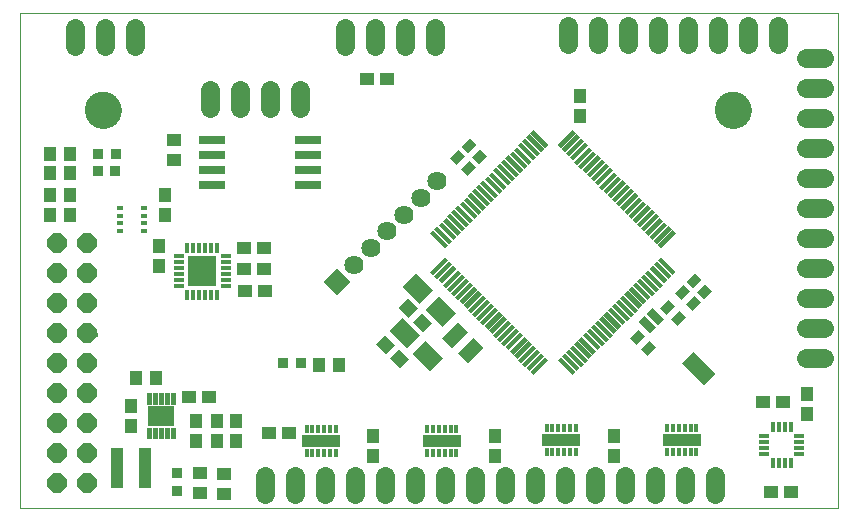
<source format=gts>
G75*
%MOIN*%
%OFA0B0*%
%FSLAX25Y25*%
%IPPOS*%
%LPD*%
%AMOC8*
5,1,8,0,0,1.08239X$1,22.5*
%
%ADD10C,0.00000*%
%ADD11C,0.12211*%
%ADD12R,0.04731X0.04337*%
%ADD13R,0.08077X0.06306*%
%ADD14R,0.08865X0.06699*%
%ADD15C,0.00015*%
%ADD16C,0.01581*%
%ADD17R,0.04200X0.13600*%
%ADD18R,0.04337X0.04731*%
%ADD19R,0.03550X0.03550*%
%ADD20R,0.01600X0.03000*%
%ADD21R,0.12600X0.04300*%
%ADD22C,0.06400*%
%ADD23R,0.01581X0.03550*%
%ADD24R,0.03550X0.01581*%
%ADD25R,0.03543X0.01575*%
%ADD26R,0.01575X0.03346*%
%ADD27R,0.09646X0.10433*%
%ADD28R,0.03156X0.03943*%
%ADD29R,0.05400X0.02900*%
%ADD30R,0.10400X0.05400*%
%ADD31R,0.09100X0.02800*%
%ADD32OC8,0.06400*%
%ADD33R,0.02369X0.01778*%
%ADD34R,0.01500X0.07000*%
%ADD35R,0.04731X0.07487*%
%ADD36R,0.06400X0.06400*%
%ADD37C,0.06400*%
%ADD38C,0.00050*%
D10*
X0007378Y0003500D02*
X0007378Y0168500D01*
X0279878Y0168500D01*
X0279878Y0003500D01*
X0007378Y0003500D01*
X0050710Y0032156D02*
X0050712Y0032204D01*
X0050718Y0032252D01*
X0050728Y0032299D01*
X0050741Y0032345D01*
X0050759Y0032390D01*
X0050779Y0032434D01*
X0050804Y0032476D01*
X0050832Y0032515D01*
X0050862Y0032552D01*
X0050896Y0032586D01*
X0050933Y0032618D01*
X0050971Y0032647D01*
X0051012Y0032672D01*
X0051055Y0032694D01*
X0051100Y0032712D01*
X0051146Y0032726D01*
X0051193Y0032737D01*
X0051241Y0032744D01*
X0051289Y0032747D01*
X0051337Y0032746D01*
X0051385Y0032741D01*
X0051433Y0032732D01*
X0051479Y0032720D01*
X0051524Y0032703D01*
X0051568Y0032683D01*
X0051610Y0032660D01*
X0051650Y0032633D01*
X0051688Y0032603D01*
X0051723Y0032570D01*
X0051755Y0032534D01*
X0051785Y0032496D01*
X0051811Y0032455D01*
X0051833Y0032412D01*
X0051853Y0032368D01*
X0051868Y0032323D01*
X0051880Y0032276D01*
X0051888Y0032228D01*
X0051892Y0032180D01*
X0051892Y0032132D01*
X0051888Y0032084D01*
X0051880Y0032036D01*
X0051868Y0031989D01*
X0051853Y0031944D01*
X0051833Y0031900D01*
X0051811Y0031857D01*
X0051785Y0031816D01*
X0051755Y0031778D01*
X0051723Y0031742D01*
X0051688Y0031709D01*
X0051650Y0031679D01*
X0051610Y0031652D01*
X0051568Y0031629D01*
X0051524Y0031609D01*
X0051479Y0031592D01*
X0051433Y0031580D01*
X0051385Y0031571D01*
X0051337Y0031566D01*
X0051289Y0031565D01*
X0051241Y0031568D01*
X0051193Y0031575D01*
X0051146Y0031586D01*
X0051100Y0031600D01*
X0051055Y0031618D01*
X0051012Y0031640D01*
X0050971Y0031665D01*
X0050933Y0031694D01*
X0050896Y0031726D01*
X0050862Y0031760D01*
X0050832Y0031797D01*
X0050804Y0031836D01*
X0050779Y0031878D01*
X0050759Y0031922D01*
X0050741Y0031967D01*
X0050728Y0032013D01*
X0050718Y0032060D01*
X0050712Y0032108D01*
X0050710Y0032156D01*
X0053662Y0034125D02*
X0053664Y0034173D01*
X0053670Y0034221D01*
X0053680Y0034268D01*
X0053693Y0034314D01*
X0053711Y0034359D01*
X0053731Y0034403D01*
X0053756Y0034445D01*
X0053784Y0034484D01*
X0053814Y0034521D01*
X0053848Y0034555D01*
X0053885Y0034587D01*
X0053923Y0034616D01*
X0053964Y0034641D01*
X0054007Y0034663D01*
X0054052Y0034681D01*
X0054098Y0034695D01*
X0054145Y0034706D01*
X0054193Y0034713D01*
X0054241Y0034716D01*
X0054289Y0034715D01*
X0054337Y0034710D01*
X0054385Y0034701D01*
X0054431Y0034689D01*
X0054476Y0034672D01*
X0054520Y0034652D01*
X0054562Y0034629D01*
X0054602Y0034602D01*
X0054640Y0034572D01*
X0054675Y0034539D01*
X0054707Y0034503D01*
X0054737Y0034465D01*
X0054763Y0034424D01*
X0054785Y0034381D01*
X0054805Y0034337D01*
X0054820Y0034292D01*
X0054832Y0034245D01*
X0054840Y0034197D01*
X0054844Y0034149D01*
X0054844Y0034101D01*
X0054840Y0034053D01*
X0054832Y0034005D01*
X0054820Y0033958D01*
X0054805Y0033913D01*
X0054785Y0033869D01*
X0054763Y0033826D01*
X0054737Y0033785D01*
X0054707Y0033747D01*
X0054675Y0033711D01*
X0054640Y0033678D01*
X0054602Y0033648D01*
X0054562Y0033621D01*
X0054520Y0033598D01*
X0054476Y0033578D01*
X0054431Y0033561D01*
X0054385Y0033549D01*
X0054337Y0033540D01*
X0054289Y0033535D01*
X0054241Y0033534D01*
X0054193Y0033537D01*
X0054145Y0033544D01*
X0054098Y0033555D01*
X0054052Y0033569D01*
X0054007Y0033587D01*
X0053964Y0033609D01*
X0053923Y0033634D01*
X0053885Y0033663D01*
X0053848Y0033695D01*
X0053814Y0033729D01*
X0053784Y0033766D01*
X0053756Y0033805D01*
X0053731Y0033847D01*
X0053711Y0033891D01*
X0053693Y0033936D01*
X0053680Y0033982D01*
X0053670Y0034029D01*
X0053664Y0034077D01*
X0053662Y0034125D01*
X0050710Y0036094D02*
X0050712Y0036142D01*
X0050718Y0036190D01*
X0050728Y0036237D01*
X0050741Y0036283D01*
X0050759Y0036328D01*
X0050779Y0036372D01*
X0050804Y0036414D01*
X0050832Y0036453D01*
X0050862Y0036490D01*
X0050896Y0036524D01*
X0050933Y0036556D01*
X0050971Y0036585D01*
X0051012Y0036610D01*
X0051055Y0036632D01*
X0051100Y0036650D01*
X0051146Y0036664D01*
X0051193Y0036675D01*
X0051241Y0036682D01*
X0051289Y0036685D01*
X0051337Y0036684D01*
X0051385Y0036679D01*
X0051433Y0036670D01*
X0051479Y0036658D01*
X0051524Y0036641D01*
X0051568Y0036621D01*
X0051610Y0036598D01*
X0051650Y0036571D01*
X0051688Y0036541D01*
X0051723Y0036508D01*
X0051755Y0036472D01*
X0051785Y0036434D01*
X0051811Y0036393D01*
X0051833Y0036350D01*
X0051853Y0036306D01*
X0051868Y0036261D01*
X0051880Y0036214D01*
X0051888Y0036166D01*
X0051892Y0036118D01*
X0051892Y0036070D01*
X0051888Y0036022D01*
X0051880Y0035974D01*
X0051868Y0035927D01*
X0051853Y0035882D01*
X0051833Y0035838D01*
X0051811Y0035795D01*
X0051785Y0035754D01*
X0051755Y0035716D01*
X0051723Y0035680D01*
X0051688Y0035647D01*
X0051650Y0035617D01*
X0051610Y0035590D01*
X0051568Y0035567D01*
X0051524Y0035547D01*
X0051479Y0035530D01*
X0051433Y0035518D01*
X0051385Y0035509D01*
X0051337Y0035504D01*
X0051289Y0035503D01*
X0051241Y0035506D01*
X0051193Y0035513D01*
X0051146Y0035524D01*
X0051100Y0035538D01*
X0051055Y0035556D01*
X0051012Y0035578D01*
X0050971Y0035603D01*
X0050933Y0035632D01*
X0050896Y0035664D01*
X0050862Y0035698D01*
X0050832Y0035735D01*
X0050804Y0035774D01*
X0050779Y0035816D01*
X0050759Y0035860D01*
X0050741Y0035905D01*
X0050728Y0035951D01*
X0050718Y0035998D01*
X0050712Y0036046D01*
X0050710Y0036094D01*
X0056615Y0036094D02*
X0056617Y0036142D01*
X0056623Y0036190D01*
X0056633Y0036237D01*
X0056646Y0036283D01*
X0056664Y0036328D01*
X0056684Y0036372D01*
X0056709Y0036414D01*
X0056737Y0036453D01*
X0056767Y0036490D01*
X0056801Y0036524D01*
X0056838Y0036556D01*
X0056876Y0036585D01*
X0056917Y0036610D01*
X0056960Y0036632D01*
X0057005Y0036650D01*
X0057051Y0036664D01*
X0057098Y0036675D01*
X0057146Y0036682D01*
X0057194Y0036685D01*
X0057242Y0036684D01*
X0057290Y0036679D01*
X0057338Y0036670D01*
X0057384Y0036658D01*
X0057429Y0036641D01*
X0057473Y0036621D01*
X0057515Y0036598D01*
X0057555Y0036571D01*
X0057593Y0036541D01*
X0057628Y0036508D01*
X0057660Y0036472D01*
X0057690Y0036434D01*
X0057716Y0036393D01*
X0057738Y0036350D01*
X0057758Y0036306D01*
X0057773Y0036261D01*
X0057785Y0036214D01*
X0057793Y0036166D01*
X0057797Y0036118D01*
X0057797Y0036070D01*
X0057793Y0036022D01*
X0057785Y0035974D01*
X0057773Y0035927D01*
X0057758Y0035882D01*
X0057738Y0035838D01*
X0057716Y0035795D01*
X0057690Y0035754D01*
X0057660Y0035716D01*
X0057628Y0035680D01*
X0057593Y0035647D01*
X0057555Y0035617D01*
X0057515Y0035590D01*
X0057473Y0035567D01*
X0057429Y0035547D01*
X0057384Y0035530D01*
X0057338Y0035518D01*
X0057290Y0035509D01*
X0057242Y0035504D01*
X0057194Y0035503D01*
X0057146Y0035506D01*
X0057098Y0035513D01*
X0057051Y0035524D01*
X0057005Y0035538D01*
X0056960Y0035556D01*
X0056917Y0035578D01*
X0056876Y0035603D01*
X0056838Y0035632D01*
X0056801Y0035664D01*
X0056767Y0035698D01*
X0056737Y0035735D01*
X0056709Y0035774D01*
X0056684Y0035816D01*
X0056664Y0035860D01*
X0056646Y0035905D01*
X0056633Y0035951D01*
X0056623Y0035998D01*
X0056617Y0036046D01*
X0056615Y0036094D01*
X0056615Y0032156D02*
X0056617Y0032204D01*
X0056623Y0032252D01*
X0056633Y0032299D01*
X0056646Y0032345D01*
X0056664Y0032390D01*
X0056684Y0032434D01*
X0056709Y0032476D01*
X0056737Y0032515D01*
X0056767Y0032552D01*
X0056801Y0032586D01*
X0056838Y0032618D01*
X0056876Y0032647D01*
X0056917Y0032672D01*
X0056960Y0032694D01*
X0057005Y0032712D01*
X0057051Y0032726D01*
X0057098Y0032737D01*
X0057146Y0032744D01*
X0057194Y0032747D01*
X0057242Y0032746D01*
X0057290Y0032741D01*
X0057338Y0032732D01*
X0057384Y0032720D01*
X0057429Y0032703D01*
X0057473Y0032683D01*
X0057515Y0032660D01*
X0057555Y0032633D01*
X0057593Y0032603D01*
X0057628Y0032570D01*
X0057660Y0032534D01*
X0057690Y0032496D01*
X0057716Y0032455D01*
X0057738Y0032412D01*
X0057758Y0032368D01*
X0057773Y0032323D01*
X0057785Y0032276D01*
X0057793Y0032228D01*
X0057797Y0032180D01*
X0057797Y0032132D01*
X0057793Y0032084D01*
X0057785Y0032036D01*
X0057773Y0031989D01*
X0057758Y0031944D01*
X0057738Y0031900D01*
X0057716Y0031857D01*
X0057690Y0031816D01*
X0057660Y0031778D01*
X0057628Y0031742D01*
X0057593Y0031709D01*
X0057555Y0031679D01*
X0057515Y0031652D01*
X0057473Y0031629D01*
X0057429Y0031609D01*
X0057384Y0031592D01*
X0057338Y0031580D01*
X0057290Y0031571D01*
X0057242Y0031566D01*
X0057194Y0031565D01*
X0057146Y0031568D01*
X0057098Y0031575D01*
X0057051Y0031586D01*
X0057005Y0031600D01*
X0056960Y0031618D01*
X0056917Y0031640D01*
X0056876Y0031665D01*
X0056838Y0031694D01*
X0056801Y0031726D01*
X0056767Y0031760D01*
X0056737Y0031797D01*
X0056709Y0031836D01*
X0056684Y0031878D01*
X0056664Y0031922D01*
X0056646Y0031967D01*
X0056633Y0032013D01*
X0056623Y0032060D01*
X0056617Y0032108D01*
X0056615Y0032156D01*
X0028972Y0136000D02*
X0028974Y0136153D01*
X0028980Y0136307D01*
X0028990Y0136460D01*
X0029004Y0136612D01*
X0029022Y0136765D01*
X0029044Y0136916D01*
X0029069Y0137067D01*
X0029099Y0137218D01*
X0029133Y0137368D01*
X0029170Y0137516D01*
X0029211Y0137664D01*
X0029256Y0137810D01*
X0029305Y0137956D01*
X0029358Y0138100D01*
X0029414Y0138242D01*
X0029474Y0138383D01*
X0029538Y0138523D01*
X0029605Y0138661D01*
X0029676Y0138797D01*
X0029751Y0138931D01*
X0029828Y0139063D01*
X0029910Y0139193D01*
X0029994Y0139321D01*
X0030082Y0139447D01*
X0030173Y0139570D01*
X0030267Y0139691D01*
X0030365Y0139809D01*
X0030465Y0139925D01*
X0030569Y0140038D01*
X0030675Y0140149D01*
X0030784Y0140257D01*
X0030896Y0140362D01*
X0031010Y0140463D01*
X0031128Y0140562D01*
X0031247Y0140658D01*
X0031369Y0140751D01*
X0031494Y0140840D01*
X0031621Y0140927D01*
X0031750Y0141009D01*
X0031881Y0141089D01*
X0032014Y0141165D01*
X0032149Y0141238D01*
X0032286Y0141307D01*
X0032425Y0141372D01*
X0032565Y0141434D01*
X0032707Y0141492D01*
X0032850Y0141547D01*
X0032995Y0141598D01*
X0033141Y0141645D01*
X0033288Y0141688D01*
X0033436Y0141727D01*
X0033585Y0141763D01*
X0033735Y0141794D01*
X0033886Y0141822D01*
X0034037Y0141846D01*
X0034190Y0141866D01*
X0034342Y0141882D01*
X0034495Y0141894D01*
X0034648Y0141902D01*
X0034801Y0141906D01*
X0034955Y0141906D01*
X0035108Y0141902D01*
X0035261Y0141894D01*
X0035414Y0141882D01*
X0035566Y0141866D01*
X0035719Y0141846D01*
X0035870Y0141822D01*
X0036021Y0141794D01*
X0036171Y0141763D01*
X0036320Y0141727D01*
X0036468Y0141688D01*
X0036615Y0141645D01*
X0036761Y0141598D01*
X0036906Y0141547D01*
X0037049Y0141492D01*
X0037191Y0141434D01*
X0037331Y0141372D01*
X0037470Y0141307D01*
X0037607Y0141238D01*
X0037742Y0141165D01*
X0037875Y0141089D01*
X0038006Y0141009D01*
X0038135Y0140927D01*
X0038262Y0140840D01*
X0038387Y0140751D01*
X0038509Y0140658D01*
X0038628Y0140562D01*
X0038746Y0140463D01*
X0038860Y0140362D01*
X0038972Y0140257D01*
X0039081Y0140149D01*
X0039187Y0140038D01*
X0039291Y0139925D01*
X0039391Y0139809D01*
X0039489Y0139691D01*
X0039583Y0139570D01*
X0039674Y0139447D01*
X0039762Y0139321D01*
X0039846Y0139193D01*
X0039928Y0139063D01*
X0040005Y0138931D01*
X0040080Y0138797D01*
X0040151Y0138661D01*
X0040218Y0138523D01*
X0040282Y0138383D01*
X0040342Y0138242D01*
X0040398Y0138100D01*
X0040451Y0137956D01*
X0040500Y0137810D01*
X0040545Y0137664D01*
X0040586Y0137516D01*
X0040623Y0137368D01*
X0040657Y0137218D01*
X0040687Y0137067D01*
X0040712Y0136916D01*
X0040734Y0136765D01*
X0040752Y0136612D01*
X0040766Y0136460D01*
X0040776Y0136307D01*
X0040782Y0136153D01*
X0040784Y0136000D01*
X0040782Y0135847D01*
X0040776Y0135693D01*
X0040766Y0135540D01*
X0040752Y0135388D01*
X0040734Y0135235D01*
X0040712Y0135084D01*
X0040687Y0134933D01*
X0040657Y0134782D01*
X0040623Y0134632D01*
X0040586Y0134484D01*
X0040545Y0134336D01*
X0040500Y0134190D01*
X0040451Y0134044D01*
X0040398Y0133900D01*
X0040342Y0133758D01*
X0040282Y0133617D01*
X0040218Y0133477D01*
X0040151Y0133339D01*
X0040080Y0133203D01*
X0040005Y0133069D01*
X0039928Y0132937D01*
X0039846Y0132807D01*
X0039762Y0132679D01*
X0039674Y0132553D01*
X0039583Y0132430D01*
X0039489Y0132309D01*
X0039391Y0132191D01*
X0039291Y0132075D01*
X0039187Y0131962D01*
X0039081Y0131851D01*
X0038972Y0131743D01*
X0038860Y0131638D01*
X0038746Y0131537D01*
X0038628Y0131438D01*
X0038509Y0131342D01*
X0038387Y0131249D01*
X0038262Y0131160D01*
X0038135Y0131073D01*
X0038006Y0130991D01*
X0037875Y0130911D01*
X0037742Y0130835D01*
X0037607Y0130762D01*
X0037470Y0130693D01*
X0037331Y0130628D01*
X0037191Y0130566D01*
X0037049Y0130508D01*
X0036906Y0130453D01*
X0036761Y0130402D01*
X0036615Y0130355D01*
X0036468Y0130312D01*
X0036320Y0130273D01*
X0036171Y0130237D01*
X0036021Y0130206D01*
X0035870Y0130178D01*
X0035719Y0130154D01*
X0035566Y0130134D01*
X0035414Y0130118D01*
X0035261Y0130106D01*
X0035108Y0130098D01*
X0034955Y0130094D01*
X0034801Y0130094D01*
X0034648Y0130098D01*
X0034495Y0130106D01*
X0034342Y0130118D01*
X0034190Y0130134D01*
X0034037Y0130154D01*
X0033886Y0130178D01*
X0033735Y0130206D01*
X0033585Y0130237D01*
X0033436Y0130273D01*
X0033288Y0130312D01*
X0033141Y0130355D01*
X0032995Y0130402D01*
X0032850Y0130453D01*
X0032707Y0130508D01*
X0032565Y0130566D01*
X0032425Y0130628D01*
X0032286Y0130693D01*
X0032149Y0130762D01*
X0032014Y0130835D01*
X0031881Y0130911D01*
X0031750Y0130991D01*
X0031621Y0131073D01*
X0031494Y0131160D01*
X0031369Y0131249D01*
X0031247Y0131342D01*
X0031128Y0131438D01*
X0031010Y0131537D01*
X0030896Y0131638D01*
X0030784Y0131743D01*
X0030675Y0131851D01*
X0030569Y0131962D01*
X0030465Y0132075D01*
X0030365Y0132191D01*
X0030267Y0132309D01*
X0030173Y0132430D01*
X0030082Y0132553D01*
X0029994Y0132679D01*
X0029910Y0132807D01*
X0029828Y0132937D01*
X0029751Y0133069D01*
X0029676Y0133203D01*
X0029605Y0133339D01*
X0029538Y0133477D01*
X0029474Y0133617D01*
X0029414Y0133758D01*
X0029358Y0133900D01*
X0029305Y0134044D01*
X0029256Y0134190D01*
X0029211Y0134336D01*
X0029170Y0134484D01*
X0029133Y0134632D01*
X0029099Y0134782D01*
X0029069Y0134933D01*
X0029044Y0135084D01*
X0029022Y0135235D01*
X0029004Y0135388D01*
X0028990Y0135540D01*
X0028980Y0135693D01*
X0028974Y0135847D01*
X0028972Y0136000D01*
X0238972Y0136000D02*
X0238974Y0136153D01*
X0238980Y0136307D01*
X0238990Y0136460D01*
X0239004Y0136612D01*
X0239022Y0136765D01*
X0239044Y0136916D01*
X0239069Y0137067D01*
X0239099Y0137218D01*
X0239133Y0137368D01*
X0239170Y0137516D01*
X0239211Y0137664D01*
X0239256Y0137810D01*
X0239305Y0137956D01*
X0239358Y0138100D01*
X0239414Y0138242D01*
X0239474Y0138383D01*
X0239538Y0138523D01*
X0239605Y0138661D01*
X0239676Y0138797D01*
X0239751Y0138931D01*
X0239828Y0139063D01*
X0239910Y0139193D01*
X0239994Y0139321D01*
X0240082Y0139447D01*
X0240173Y0139570D01*
X0240267Y0139691D01*
X0240365Y0139809D01*
X0240465Y0139925D01*
X0240569Y0140038D01*
X0240675Y0140149D01*
X0240784Y0140257D01*
X0240896Y0140362D01*
X0241010Y0140463D01*
X0241128Y0140562D01*
X0241247Y0140658D01*
X0241369Y0140751D01*
X0241494Y0140840D01*
X0241621Y0140927D01*
X0241750Y0141009D01*
X0241881Y0141089D01*
X0242014Y0141165D01*
X0242149Y0141238D01*
X0242286Y0141307D01*
X0242425Y0141372D01*
X0242565Y0141434D01*
X0242707Y0141492D01*
X0242850Y0141547D01*
X0242995Y0141598D01*
X0243141Y0141645D01*
X0243288Y0141688D01*
X0243436Y0141727D01*
X0243585Y0141763D01*
X0243735Y0141794D01*
X0243886Y0141822D01*
X0244037Y0141846D01*
X0244190Y0141866D01*
X0244342Y0141882D01*
X0244495Y0141894D01*
X0244648Y0141902D01*
X0244801Y0141906D01*
X0244955Y0141906D01*
X0245108Y0141902D01*
X0245261Y0141894D01*
X0245414Y0141882D01*
X0245566Y0141866D01*
X0245719Y0141846D01*
X0245870Y0141822D01*
X0246021Y0141794D01*
X0246171Y0141763D01*
X0246320Y0141727D01*
X0246468Y0141688D01*
X0246615Y0141645D01*
X0246761Y0141598D01*
X0246906Y0141547D01*
X0247049Y0141492D01*
X0247191Y0141434D01*
X0247331Y0141372D01*
X0247470Y0141307D01*
X0247607Y0141238D01*
X0247742Y0141165D01*
X0247875Y0141089D01*
X0248006Y0141009D01*
X0248135Y0140927D01*
X0248262Y0140840D01*
X0248387Y0140751D01*
X0248509Y0140658D01*
X0248628Y0140562D01*
X0248746Y0140463D01*
X0248860Y0140362D01*
X0248972Y0140257D01*
X0249081Y0140149D01*
X0249187Y0140038D01*
X0249291Y0139925D01*
X0249391Y0139809D01*
X0249489Y0139691D01*
X0249583Y0139570D01*
X0249674Y0139447D01*
X0249762Y0139321D01*
X0249846Y0139193D01*
X0249928Y0139063D01*
X0250005Y0138931D01*
X0250080Y0138797D01*
X0250151Y0138661D01*
X0250218Y0138523D01*
X0250282Y0138383D01*
X0250342Y0138242D01*
X0250398Y0138100D01*
X0250451Y0137956D01*
X0250500Y0137810D01*
X0250545Y0137664D01*
X0250586Y0137516D01*
X0250623Y0137368D01*
X0250657Y0137218D01*
X0250687Y0137067D01*
X0250712Y0136916D01*
X0250734Y0136765D01*
X0250752Y0136612D01*
X0250766Y0136460D01*
X0250776Y0136307D01*
X0250782Y0136153D01*
X0250784Y0136000D01*
X0250782Y0135847D01*
X0250776Y0135693D01*
X0250766Y0135540D01*
X0250752Y0135388D01*
X0250734Y0135235D01*
X0250712Y0135084D01*
X0250687Y0134933D01*
X0250657Y0134782D01*
X0250623Y0134632D01*
X0250586Y0134484D01*
X0250545Y0134336D01*
X0250500Y0134190D01*
X0250451Y0134044D01*
X0250398Y0133900D01*
X0250342Y0133758D01*
X0250282Y0133617D01*
X0250218Y0133477D01*
X0250151Y0133339D01*
X0250080Y0133203D01*
X0250005Y0133069D01*
X0249928Y0132937D01*
X0249846Y0132807D01*
X0249762Y0132679D01*
X0249674Y0132553D01*
X0249583Y0132430D01*
X0249489Y0132309D01*
X0249391Y0132191D01*
X0249291Y0132075D01*
X0249187Y0131962D01*
X0249081Y0131851D01*
X0248972Y0131743D01*
X0248860Y0131638D01*
X0248746Y0131537D01*
X0248628Y0131438D01*
X0248509Y0131342D01*
X0248387Y0131249D01*
X0248262Y0131160D01*
X0248135Y0131073D01*
X0248006Y0130991D01*
X0247875Y0130911D01*
X0247742Y0130835D01*
X0247607Y0130762D01*
X0247470Y0130693D01*
X0247331Y0130628D01*
X0247191Y0130566D01*
X0247049Y0130508D01*
X0246906Y0130453D01*
X0246761Y0130402D01*
X0246615Y0130355D01*
X0246468Y0130312D01*
X0246320Y0130273D01*
X0246171Y0130237D01*
X0246021Y0130206D01*
X0245870Y0130178D01*
X0245719Y0130154D01*
X0245566Y0130134D01*
X0245414Y0130118D01*
X0245261Y0130106D01*
X0245108Y0130098D01*
X0244955Y0130094D01*
X0244801Y0130094D01*
X0244648Y0130098D01*
X0244495Y0130106D01*
X0244342Y0130118D01*
X0244190Y0130134D01*
X0244037Y0130154D01*
X0243886Y0130178D01*
X0243735Y0130206D01*
X0243585Y0130237D01*
X0243436Y0130273D01*
X0243288Y0130312D01*
X0243141Y0130355D01*
X0242995Y0130402D01*
X0242850Y0130453D01*
X0242707Y0130508D01*
X0242565Y0130566D01*
X0242425Y0130628D01*
X0242286Y0130693D01*
X0242149Y0130762D01*
X0242014Y0130835D01*
X0241881Y0130911D01*
X0241750Y0130991D01*
X0241621Y0131073D01*
X0241494Y0131160D01*
X0241369Y0131249D01*
X0241247Y0131342D01*
X0241128Y0131438D01*
X0241010Y0131537D01*
X0240896Y0131638D01*
X0240784Y0131743D01*
X0240675Y0131851D01*
X0240569Y0131962D01*
X0240465Y0132075D01*
X0240365Y0132191D01*
X0240267Y0132309D01*
X0240173Y0132430D01*
X0240082Y0132553D01*
X0239994Y0132679D01*
X0239910Y0132807D01*
X0239828Y0132937D01*
X0239751Y0133069D01*
X0239676Y0133203D01*
X0239605Y0133339D01*
X0239538Y0133477D01*
X0239474Y0133617D01*
X0239414Y0133758D01*
X0239358Y0133900D01*
X0239305Y0134044D01*
X0239256Y0134190D01*
X0239211Y0134336D01*
X0239170Y0134484D01*
X0239133Y0134632D01*
X0239099Y0134782D01*
X0239069Y0134933D01*
X0239044Y0135084D01*
X0239022Y0135235D01*
X0239004Y0135388D01*
X0238990Y0135540D01*
X0238980Y0135693D01*
X0238974Y0135847D01*
X0238972Y0136000D01*
D11*
X0244878Y0136000D03*
X0034878Y0136000D03*
D12*
X0058503Y0125996D03*
X0058503Y0119304D03*
X0081932Y0090000D03*
X0088625Y0090000D03*
X0088625Y0083200D03*
X0081932Y0083200D03*
X0082132Y0075600D03*
X0088825Y0075600D03*
G36*
X0129251Y0054661D02*
X0125907Y0058005D01*
X0128973Y0061071D01*
X0132317Y0057727D01*
X0129251Y0054661D01*
G37*
G36*
X0133984Y0049929D02*
X0130640Y0053273D01*
X0133706Y0056339D01*
X0137050Y0052995D01*
X0133984Y0049929D01*
G37*
G36*
X0141584Y0062129D02*
X0138240Y0065473D01*
X0141306Y0068539D01*
X0144650Y0065195D01*
X0141584Y0062129D01*
G37*
G36*
X0136851Y0066861D02*
X0133507Y0070205D01*
X0136573Y0073271D01*
X0139917Y0069927D01*
X0136851Y0066861D01*
G37*
X0096825Y0028300D03*
X0090132Y0028300D03*
X0075078Y0014846D03*
X0067378Y0014921D03*
X0067378Y0008229D03*
X0075078Y0008154D03*
X0070100Y0040375D03*
X0063407Y0040375D03*
X0122757Y0146450D03*
X0129450Y0146450D03*
X0254782Y0038725D03*
X0261475Y0038725D03*
X0264175Y0008725D03*
X0257482Y0008725D03*
D13*
G36*
X0148131Y0063788D02*
X0142422Y0069497D01*
X0146881Y0073956D01*
X0152590Y0068247D01*
X0148131Y0063788D01*
G37*
G36*
X0143731Y0048988D02*
X0138022Y0054697D01*
X0142481Y0059156D01*
X0148190Y0053447D01*
X0143731Y0048988D01*
G37*
G36*
X0136075Y0056644D02*
X0130366Y0062353D01*
X0134825Y0066812D01*
X0140534Y0061103D01*
X0136075Y0056644D01*
G37*
G36*
X0140475Y0071444D02*
X0134766Y0077153D01*
X0139225Y0081612D01*
X0144934Y0075903D01*
X0140475Y0071444D01*
G37*
D14*
X0054253Y0034125D03*
D15*
X0054997Y0030184D02*
X0054997Y0026550D01*
X0053509Y0026550D01*
X0053509Y0030184D01*
X0054997Y0030184D01*
X0054997Y0026564D02*
X0053509Y0026564D01*
X0053509Y0026578D02*
X0054997Y0026578D01*
X0054997Y0026592D02*
X0053509Y0026592D01*
X0053509Y0026606D02*
X0054997Y0026606D01*
X0054997Y0026620D02*
X0053509Y0026620D01*
X0053509Y0026634D02*
X0054997Y0026634D01*
X0054997Y0026648D02*
X0053509Y0026648D01*
X0053509Y0026662D02*
X0054997Y0026662D01*
X0054997Y0026676D02*
X0053509Y0026676D01*
X0053509Y0026690D02*
X0054997Y0026690D01*
X0054997Y0026704D02*
X0053509Y0026704D01*
X0053509Y0026718D02*
X0054997Y0026718D01*
X0054997Y0026732D02*
X0053509Y0026732D01*
X0053509Y0026746D02*
X0054997Y0026746D01*
X0054997Y0026760D02*
X0053509Y0026760D01*
X0053509Y0026774D02*
X0054997Y0026774D01*
X0054997Y0026788D02*
X0053509Y0026788D01*
X0053509Y0026802D02*
X0054997Y0026802D01*
X0054997Y0026816D02*
X0053509Y0026816D01*
X0053509Y0026830D02*
X0054997Y0026830D01*
X0054997Y0026844D02*
X0053509Y0026844D01*
X0053509Y0026858D02*
X0054997Y0026858D01*
X0054997Y0026872D02*
X0053509Y0026872D01*
X0053509Y0026886D02*
X0054997Y0026886D01*
X0054997Y0026900D02*
X0053509Y0026900D01*
X0053509Y0026914D02*
X0054997Y0026914D01*
X0054997Y0026928D02*
X0053509Y0026928D01*
X0053509Y0026942D02*
X0054997Y0026942D01*
X0054997Y0026956D02*
X0053509Y0026956D01*
X0053509Y0026970D02*
X0054997Y0026970D01*
X0054997Y0026984D02*
X0053509Y0026984D01*
X0053509Y0026998D02*
X0054997Y0026998D01*
X0054997Y0027012D02*
X0053509Y0027012D01*
X0053509Y0027026D02*
X0054997Y0027026D01*
X0054997Y0027040D02*
X0053509Y0027040D01*
X0053509Y0027054D02*
X0054997Y0027054D01*
X0054997Y0027068D02*
X0053509Y0027068D01*
X0053509Y0027082D02*
X0054997Y0027082D01*
X0054997Y0027096D02*
X0053509Y0027096D01*
X0053509Y0027110D02*
X0054997Y0027110D01*
X0054997Y0027124D02*
X0053509Y0027124D01*
X0053509Y0027138D02*
X0054997Y0027138D01*
X0054997Y0027152D02*
X0053509Y0027152D01*
X0053509Y0027166D02*
X0054997Y0027166D01*
X0054997Y0027180D02*
X0053509Y0027180D01*
X0053509Y0027194D02*
X0054997Y0027194D01*
X0054997Y0027208D02*
X0053509Y0027208D01*
X0053509Y0027222D02*
X0054997Y0027222D01*
X0054997Y0027236D02*
X0053509Y0027236D01*
X0053509Y0027250D02*
X0054997Y0027250D01*
X0054997Y0027264D02*
X0053509Y0027264D01*
X0053509Y0027278D02*
X0054997Y0027278D01*
X0054997Y0027292D02*
X0053509Y0027292D01*
X0053509Y0027306D02*
X0054997Y0027306D01*
X0054997Y0027320D02*
X0053509Y0027320D01*
X0053509Y0027334D02*
X0054997Y0027334D01*
X0054997Y0027348D02*
X0053509Y0027348D01*
X0053509Y0027362D02*
X0054997Y0027362D01*
X0054997Y0027376D02*
X0053509Y0027376D01*
X0053509Y0027390D02*
X0054997Y0027390D01*
X0054997Y0027404D02*
X0053509Y0027404D01*
X0053509Y0027418D02*
X0054997Y0027418D01*
X0054997Y0027432D02*
X0053509Y0027432D01*
X0053509Y0027446D02*
X0054997Y0027446D01*
X0054997Y0027460D02*
X0053509Y0027460D01*
X0053509Y0027474D02*
X0054997Y0027474D01*
X0054997Y0027488D02*
X0053509Y0027488D01*
X0053509Y0027502D02*
X0054997Y0027502D01*
X0054997Y0027516D02*
X0053509Y0027516D01*
X0053509Y0027530D02*
X0054997Y0027530D01*
X0054997Y0027544D02*
X0053509Y0027544D01*
X0053509Y0027558D02*
X0054997Y0027558D01*
X0054997Y0027572D02*
X0053509Y0027572D01*
X0053509Y0027586D02*
X0054997Y0027586D01*
X0054997Y0027600D02*
X0053509Y0027600D01*
X0053509Y0027614D02*
X0054997Y0027614D01*
X0054997Y0027628D02*
X0053509Y0027628D01*
X0053509Y0027642D02*
X0054997Y0027642D01*
X0054997Y0027656D02*
X0053509Y0027656D01*
X0053509Y0027670D02*
X0054997Y0027670D01*
X0054997Y0027684D02*
X0053509Y0027684D01*
X0053509Y0027698D02*
X0054997Y0027698D01*
X0054997Y0027712D02*
X0053509Y0027712D01*
X0053509Y0027726D02*
X0054997Y0027726D01*
X0054997Y0027740D02*
X0053509Y0027740D01*
X0053509Y0027754D02*
X0054997Y0027754D01*
X0054997Y0027768D02*
X0053509Y0027768D01*
X0053509Y0027782D02*
X0054997Y0027782D01*
X0054997Y0027796D02*
X0053509Y0027796D01*
X0053509Y0027810D02*
X0054997Y0027810D01*
X0054997Y0027824D02*
X0053509Y0027824D01*
X0053509Y0027838D02*
X0054997Y0027838D01*
X0054997Y0027852D02*
X0053509Y0027852D01*
X0053509Y0027866D02*
X0054997Y0027866D01*
X0054997Y0027880D02*
X0053509Y0027880D01*
X0053509Y0027894D02*
X0054997Y0027894D01*
X0054997Y0027908D02*
X0053509Y0027908D01*
X0053509Y0027922D02*
X0054997Y0027922D01*
X0054997Y0027936D02*
X0053509Y0027936D01*
X0053509Y0027950D02*
X0054997Y0027950D01*
X0054997Y0027964D02*
X0053509Y0027964D01*
X0053509Y0027978D02*
X0054997Y0027978D01*
X0054997Y0027992D02*
X0053509Y0027992D01*
X0053509Y0028006D02*
X0054997Y0028006D01*
X0054997Y0028020D02*
X0053509Y0028020D01*
X0053509Y0028034D02*
X0054997Y0028034D01*
X0054997Y0028048D02*
X0053509Y0028048D01*
X0053509Y0028062D02*
X0054997Y0028062D01*
X0054997Y0028076D02*
X0053509Y0028076D01*
X0053509Y0028090D02*
X0054997Y0028090D01*
X0054997Y0028104D02*
X0053509Y0028104D01*
X0053509Y0028118D02*
X0054997Y0028118D01*
X0054997Y0028132D02*
X0053509Y0028132D01*
X0053509Y0028146D02*
X0054997Y0028146D01*
X0054997Y0028160D02*
X0053509Y0028160D01*
X0053509Y0028174D02*
X0054997Y0028174D01*
X0054997Y0028188D02*
X0053509Y0028188D01*
X0053509Y0028202D02*
X0054997Y0028202D01*
X0054997Y0028216D02*
X0053509Y0028216D01*
X0053509Y0028230D02*
X0054997Y0028230D01*
X0054997Y0028244D02*
X0053509Y0028244D01*
X0053509Y0028258D02*
X0054997Y0028258D01*
X0054997Y0028272D02*
X0053509Y0028272D01*
X0053509Y0028286D02*
X0054997Y0028286D01*
X0054997Y0028300D02*
X0053509Y0028300D01*
X0053509Y0028314D02*
X0054997Y0028314D01*
X0054997Y0028328D02*
X0053509Y0028328D01*
X0053509Y0028342D02*
X0054997Y0028342D01*
X0054997Y0028356D02*
X0053509Y0028356D01*
X0053509Y0028370D02*
X0054997Y0028370D01*
X0054997Y0028384D02*
X0053509Y0028384D01*
X0053509Y0028398D02*
X0054997Y0028398D01*
X0054997Y0028412D02*
X0053509Y0028412D01*
X0053509Y0028426D02*
X0054997Y0028426D01*
X0054997Y0028440D02*
X0053509Y0028440D01*
X0053509Y0028454D02*
X0054997Y0028454D01*
X0054997Y0028468D02*
X0053509Y0028468D01*
X0053509Y0028482D02*
X0054997Y0028482D01*
X0054997Y0028496D02*
X0053509Y0028496D01*
X0053509Y0028510D02*
X0054997Y0028510D01*
X0054997Y0028524D02*
X0053509Y0028524D01*
X0053509Y0028538D02*
X0054997Y0028538D01*
X0054997Y0028552D02*
X0053509Y0028552D01*
X0053509Y0028566D02*
X0054997Y0028566D01*
X0054997Y0028580D02*
X0053509Y0028580D01*
X0053509Y0028594D02*
X0054997Y0028594D01*
X0054997Y0028608D02*
X0053509Y0028608D01*
X0053509Y0028622D02*
X0054997Y0028622D01*
X0054997Y0028636D02*
X0053509Y0028636D01*
X0053509Y0028650D02*
X0054997Y0028650D01*
X0054997Y0028664D02*
X0053509Y0028664D01*
X0053509Y0028678D02*
X0054997Y0028678D01*
X0054997Y0028692D02*
X0053509Y0028692D01*
X0053509Y0028706D02*
X0054997Y0028706D01*
X0054997Y0028720D02*
X0053509Y0028720D01*
X0053509Y0028734D02*
X0054997Y0028734D01*
X0054997Y0028748D02*
X0053509Y0028748D01*
X0053509Y0028762D02*
X0054997Y0028762D01*
X0054997Y0028776D02*
X0053509Y0028776D01*
X0053509Y0028790D02*
X0054997Y0028790D01*
X0054997Y0028804D02*
X0053509Y0028804D01*
X0053509Y0028818D02*
X0054997Y0028818D01*
X0054997Y0028832D02*
X0053509Y0028832D01*
X0053509Y0028846D02*
X0054997Y0028846D01*
X0054997Y0028860D02*
X0053509Y0028860D01*
X0053509Y0028874D02*
X0054997Y0028874D01*
X0054997Y0028888D02*
X0053509Y0028888D01*
X0053509Y0028902D02*
X0054997Y0028902D01*
X0054997Y0028916D02*
X0053509Y0028916D01*
X0053509Y0028930D02*
X0054997Y0028930D01*
X0054997Y0028944D02*
X0053509Y0028944D01*
X0053509Y0028958D02*
X0054997Y0028958D01*
X0054997Y0028972D02*
X0053509Y0028972D01*
X0053509Y0028986D02*
X0054997Y0028986D01*
X0054997Y0029000D02*
X0053509Y0029000D01*
X0053509Y0029014D02*
X0054997Y0029014D01*
X0054997Y0029028D02*
X0053509Y0029028D01*
X0053509Y0029042D02*
X0054997Y0029042D01*
X0054997Y0029056D02*
X0053509Y0029056D01*
X0053509Y0029070D02*
X0054997Y0029070D01*
X0054997Y0029084D02*
X0053509Y0029084D01*
X0053509Y0029098D02*
X0054997Y0029098D01*
X0054997Y0029112D02*
X0053509Y0029112D01*
X0053509Y0029126D02*
X0054997Y0029126D01*
X0054997Y0029140D02*
X0053509Y0029140D01*
X0053509Y0029154D02*
X0054997Y0029154D01*
X0054997Y0029168D02*
X0053509Y0029168D01*
X0053509Y0029182D02*
X0054997Y0029182D01*
X0054997Y0029196D02*
X0053509Y0029196D01*
X0053509Y0029210D02*
X0054997Y0029210D01*
X0054997Y0029224D02*
X0053509Y0029224D01*
X0053509Y0029238D02*
X0054997Y0029238D01*
X0054997Y0029252D02*
X0053509Y0029252D01*
X0053509Y0029266D02*
X0054997Y0029266D01*
X0054997Y0029280D02*
X0053509Y0029280D01*
X0053509Y0029294D02*
X0054997Y0029294D01*
X0054997Y0029308D02*
X0053509Y0029308D01*
X0053509Y0029322D02*
X0054997Y0029322D01*
X0054997Y0029336D02*
X0053509Y0029336D01*
X0053509Y0029350D02*
X0054997Y0029350D01*
X0054997Y0029364D02*
X0053509Y0029364D01*
X0053509Y0029378D02*
X0054997Y0029378D01*
X0054997Y0029392D02*
X0053509Y0029392D01*
X0053509Y0029406D02*
X0054997Y0029406D01*
X0054997Y0029420D02*
X0053509Y0029420D01*
X0053509Y0029434D02*
X0054997Y0029434D01*
X0054997Y0029448D02*
X0053509Y0029448D01*
X0053509Y0029462D02*
X0054997Y0029462D01*
X0054997Y0029476D02*
X0053509Y0029476D01*
X0053509Y0029490D02*
X0054997Y0029490D01*
X0054997Y0029504D02*
X0053509Y0029504D01*
X0053509Y0029518D02*
X0054997Y0029518D01*
X0054997Y0029532D02*
X0053509Y0029532D01*
X0053509Y0029546D02*
X0054997Y0029546D01*
X0054997Y0029560D02*
X0053509Y0029560D01*
X0053509Y0029574D02*
X0054997Y0029574D01*
X0054997Y0029588D02*
X0053509Y0029588D01*
X0053509Y0029602D02*
X0054997Y0029602D01*
X0054997Y0029616D02*
X0053509Y0029616D01*
X0053509Y0029630D02*
X0054997Y0029630D01*
X0054997Y0029644D02*
X0053509Y0029644D01*
X0053509Y0029658D02*
X0054997Y0029658D01*
X0054997Y0029672D02*
X0053509Y0029672D01*
X0053509Y0029686D02*
X0054997Y0029686D01*
X0054997Y0029700D02*
X0053509Y0029700D01*
X0053509Y0029714D02*
X0054997Y0029714D01*
X0054997Y0029728D02*
X0053509Y0029728D01*
X0053509Y0029742D02*
X0054997Y0029742D01*
X0054997Y0029756D02*
X0053509Y0029756D01*
X0053509Y0029770D02*
X0054997Y0029770D01*
X0054997Y0029784D02*
X0053509Y0029784D01*
X0053509Y0029798D02*
X0054997Y0029798D01*
X0054997Y0029812D02*
X0053509Y0029812D01*
X0053509Y0029826D02*
X0054997Y0029826D01*
X0054997Y0029840D02*
X0053509Y0029840D01*
X0053509Y0029854D02*
X0054997Y0029854D01*
X0054997Y0029868D02*
X0053509Y0029868D01*
X0053509Y0029882D02*
X0054997Y0029882D01*
X0054997Y0029896D02*
X0053509Y0029896D01*
X0053509Y0029910D02*
X0054997Y0029910D01*
X0054997Y0029924D02*
X0053509Y0029924D01*
X0053509Y0029938D02*
X0054997Y0029938D01*
X0054997Y0029952D02*
X0053509Y0029952D01*
X0053509Y0029966D02*
X0054997Y0029966D01*
X0054997Y0029980D02*
X0053509Y0029980D01*
X0053509Y0029994D02*
X0054997Y0029994D01*
X0054997Y0030008D02*
X0053509Y0030008D01*
X0053509Y0030022D02*
X0054997Y0030022D01*
X0054997Y0030036D02*
X0053509Y0030036D01*
X0053509Y0030050D02*
X0054997Y0030050D01*
X0054997Y0030064D02*
X0053509Y0030064D01*
X0053509Y0030078D02*
X0054997Y0030078D01*
X0054997Y0030092D02*
X0053509Y0030092D01*
X0053509Y0030106D02*
X0054997Y0030106D01*
X0054997Y0030120D02*
X0053509Y0030120D01*
X0053509Y0030134D02*
X0054997Y0030134D01*
X0054997Y0030148D02*
X0053509Y0030148D01*
X0053509Y0030162D02*
X0054997Y0030162D01*
X0054997Y0030176D02*
X0053509Y0030176D01*
X0053029Y0030184D02*
X0053029Y0026550D01*
X0051541Y0026550D01*
X0051541Y0030184D01*
X0053029Y0030184D01*
X0053029Y0026564D02*
X0051541Y0026564D01*
X0051541Y0026578D02*
X0053029Y0026578D01*
X0053029Y0026592D02*
X0051541Y0026592D01*
X0051541Y0026606D02*
X0053029Y0026606D01*
X0053029Y0026620D02*
X0051541Y0026620D01*
X0051541Y0026634D02*
X0053029Y0026634D01*
X0053029Y0026648D02*
X0051541Y0026648D01*
X0051541Y0026662D02*
X0053029Y0026662D01*
X0053029Y0026676D02*
X0051541Y0026676D01*
X0051541Y0026690D02*
X0053029Y0026690D01*
X0053029Y0026704D02*
X0051541Y0026704D01*
X0051541Y0026718D02*
X0053029Y0026718D01*
X0053029Y0026732D02*
X0051541Y0026732D01*
X0051541Y0026746D02*
X0053029Y0026746D01*
X0053029Y0026760D02*
X0051541Y0026760D01*
X0051541Y0026774D02*
X0053029Y0026774D01*
X0053029Y0026788D02*
X0051541Y0026788D01*
X0051541Y0026802D02*
X0053029Y0026802D01*
X0053029Y0026816D02*
X0051541Y0026816D01*
X0051541Y0026830D02*
X0053029Y0026830D01*
X0053029Y0026844D02*
X0051541Y0026844D01*
X0051541Y0026858D02*
X0053029Y0026858D01*
X0053029Y0026872D02*
X0051541Y0026872D01*
X0051541Y0026886D02*
X0053029Y0026886D01*
X0053029Y0026900D02*
X0051541Y0026900D01*
X0051541Y0026914D02*
X0053029Y0026914D01*
X0053029Y0026928D02*
X0051541Y0026928D01*
X0051541Y0026942D02*
X0053029Y0026942D01*
X0053029Y0026956D02*
X0051541Y0026956D01*
X0051541Y0026970D02*
X0053029Y0026970D01*
X0053029Y0026984D02*
X0051541Y0026984D01*
X0051541Y0026998D02*
X0053029Y0026998D01*
X0053029Y0027012D02*
X0051541Y0027012D01*
X0051541Y0027026D02*
X0053029Y0027026D01*
X0053029Y0027040D02*
X0051541Y0027040D01*
X0051541Y0027054D02*
X0053029Y0027054D01*
X0053029Y0027068D02*
X0051541Y0027068D01*
X0051541Y0027082D02*
X0053029Y0027082D01*
X0053029Y0027096D02*
X0051541Y0027096D01*
X0051541Y0027110D02*
X0053029Y0027110D01*
X0053029Y0027124D02*
X0051541Y0027124D01*
X0051541Y0027138D02*
X0053029Y0027138D01*
X0053029Y0027152D02*
X0051541Y0027152D01*
X0051541Y0027166D02*
X0053029Y0027166D01*
X0053029Y0027180D02*
X0051541Y0027180D01*
X0051541Y0027194D02*
X0053029Y0027194D01*
X0053029Y0027208D02*
X0051541Y0027208D01*
X0051541Y0027222D02*
X0053029Y0027222D01*
X0053029Y0027236D02*
X0051541Y0027236D01*
X0051541Y0027250D02*
X0053029Y0027250D01*
X0053029Y0027264D02*
X0051541Y0027264D01*
X0051541Y0027278D02*
X0053029Y0027278D01*
X0053029Y0027292D02*
X0051541Y0027292D01*
X0051541Y0027306D02*
X0053029Y0027306D01*
X0053029Y0027320D02*
X0051541Y0027320D01*
X0051541Y0027334D02*
X0053029Y0027334D01*
X0053029Y0027348D02*
X0051541Y0027348D01*
X0051541Y0027362D02*
X0053029Y0027362D01*
X0053029Y0027376D02*
X0051541Y0027376D01*
X0051541Y0027390D02*
X0053029Y0027390D01*
X0053029Y0027404D02*
X0051541Y0027404D01*
X0051541Y0027418D02*
X0053029Y0027418D01*
X0053029Y0027432D02*
X0051541Y0027432D01*
X0051541Y0027446D02*
X0053029Y0027446D01*
X0053029Y0027460D02*
X0051541Y0027460D01*
X0051541Y0027474D02*
X0053029Y0027474D01*
X0053029Y0027488D02*
X0051541Y0027488D01*
X0051541Y0027502D02*
X0053029Y0027502D01*
X0053029Y0027516D02*
X0051541Y0027516D01*
X0051541Y0027530D02*
X0053029Y0027530D01*
X0053029Y0027544D02*
X0051541Y0027544D01*
X0051541Y0027558D02*
X0053029Y0027558D01*
X0053029Y0027572D02*
X0051541Y0027572D01*
X0051541Y0027586D02*
X0053029Y0027586D01*
X0053029Y0027600D02*
X0051541Y0027600D01*
X0051541Y0027614D02*
X0053029Y0027614D01*
X0053029Y0027628D02*
X0051541Y0027628D01*
X0051541Y0027642D02*
X0053029Y0027642D01*
X0053029Y0027656D02*
X0051541Y0027656D01*
X0051541Y0027670D02*
X0053029Y0027670D01*
X0053029Y0027684D02*
X0051541Y0027684D01*
X0051541Y0027698D02*
X0053029Y0027698D01*
X0053029Y0027712D02*
X0051541Y0027712D01*
X0051541Y0027726D02*
X0053029Y0027726D01*
X0053029Y0027740D02*
X0051541Y0027740D01*
X0051541Y0027754D02*
X0053029Y0027754D01*
X0053029Y0027768D02*
X0051541Y0027768D01*
X0051541Y0027782D02*
X0053029Y0027782D01*
X0053029Y0027796D02*
X0051541Y0027796D01*
X0051541Y0027810D02*
X0053029Y0027810D01*
X0053029Y0027824D02*
X0051541Y0027824D01*
X0051541Y0027838D02*
X0053029Y0027838D01*
X0053029Y0027852D02*
X0051541Y0027852D01*
X0051541Y0027866D02*
X0053029Y0027866D01*
X0053029Y0027880D02*
X0051541Y0027880D01*
X0051541Y0027894D02*
X0053029Y0027894D01*
X0053029Y0027908D02*
X0051541Y0027908D01*
X0051541Y0027922D02*
X0053029Y0027922D01*
X0053029Y0027936D02*
X0051541Y0027936D01*
X0051541Y0027950D02*
X0053029Y0027950D01*
X0053029Y0027964D02*
X0051541Y0027964D01*
X0051541Y0027978D02*
X0053029Y0027978D01*
X0053029Y0027992D02*
X0051541Y0027992D01*
X0051541Y0028006D02*
X0053029Y0028006D01*
X0053029Y0028020D02*
X0051541Y0028020D01*
X0051541Y0028034D02*
X0053029Y0028034D01*
X0053029Y0028048D02*
X0051541Y0028048D01*
X0051541Y0028062D02*
X0053029Y0028062D01*
X0053029Y0028076D02*
X0051541Y0028076D01*
X0051541Y0028090D02*
X0053029Y0028090D01*
X0053029Y0028104D02*
X0051541Y0028104D01*
X0051541Y0028118D02*
X0053029Y0028118D01*
X0053029Y0028132D02*
X0051541Y0028132D01*
X0051541Y0028146D02*
X0053029Y0028146D01*
X0053029Y0028160D02*
X0051541Y0028160D01*
X0051541Y0028174D02*
X0053029Y0028174D01*
X0053029Y0028188D02*
X0051541Y0028188D01*
X0051541Y0028202D02*
X0053029Y0028202D01*
X0053029Y0028216D02*
X0051541Y0028216D01*
X0051541Y0028230D02*
X0053029Y0028230D01*
X0053029Y0028244D02*
X0051541Y0028244D01*
X0051541Y0028258D02*
X0053029Y0028258D01*
X0053029Y0028272D02*
X0051541Y0028272D01*
X0051541Y0028286D02*
X0053029Y0028286D01*
X0053029Y0028300D02*
X0051541Y0028300D01*
X0051541Y0028314D02*
X0053029Y0028314D01*
X0053029Y0028328D02*
X0051541Y0028328D01*
X0051541Y0028342D02*
X0053029Y0028342D01*
X0053029Y0028356D02*
X0051541Y0028356D01*
X0051541Y0028370D02*
X0053029Y0028370D01*
X0053029Y0028384D02*
X0051541Y0028384D01*
X0051541Y0028398D02*
X0053029Y0028398D01*
X0053029Y0028412D02*
X0051541Y0028412D01*
X0051541Y0028426D02*
X0053029Y0028426D01*
X0053029Y0028440D02*
X0051541Y0028440D01*
X0051541Y0028454D02*
X0053029Y0028454D01*
X0053029Y0028468D02*
X0051541Y0028468D01*
X0051541Y0028482D02*
X0053029Y0028482D01*
X0053029Y0028496D02*
X0051541Y0028496D01*
X0051541Y0028510D02*
X0053029Y0028510D01*
X0053029Y0028524D02*
X0051541Y0028524D01*
X0051541Y0028538D02*
X0053029Y0028538D01*
X0053029Y0028552D02*
X0051541Y0028552D01*
X0051541Y0028566D02*
X0053029Y0028566D01*
X0053029Y0028580D02*
X0051541Y0028580D01*
X0051541Y0028594D02*
X0053029Y0028594D01*
X0053029Y0028608D02*
X0051541Y0028608D01*
X0051541Y0028622D02*
X0053029Y0028622D01*
X0053029Y0028636D02*
X0051541Y0028636D01*
X0051541Y0028650D02*
X0053029Y0028650D01*
X0053029Y0028664D02*
X0051541Y0028664D01*
X0051541Y0028678D02*
X0053029Y0028678D01*
X0053029Y0028692D02*
X0051541Y0028692D01*
X0051541Y0028706D02*
X0053029Y0028706D01*
X0053029Y0028720D02*
X0051541Y0028720D01*
X0051541Y0028734D02*
X0053029Y0028734D01*
X0053029Y0028748D02*
X0051541Y0028748D01*
X0051541Y0028762D02*
X0053029Y0028762D01*
X0053029Y0028776D02*
X0051541Y0028776D01*
X0051541Y0028790D02*
X0053029Y0028790D01*
X0053029Y0028804D02*
X0051541Y0028804D01*
X0051541Y0028818D02*
X0053029Y0028818D01*
X0053029Y0028832D02*
X0051541Y0028832D01*
X0051541Y0028846D02*
X0053029Y0028846D01*
X0053029Y0028860D02*
X0051541Y0028860D01*
X0051541Y0028874D02*
X0053029Y0028874D01*
X0053029Y0028888D02*
X0051541Y0028888D01*
X0051541Y0028902D02*
X0053029Y0028902D01*
X0053029Y0028916D02*
X0051541Y0028916D01*
X0051541Y0028930D02*
X0053029Y0028930D01*
X0053029Y0028944D02*
X0051541Y0028944D01*
X0051541Y0028958D02*
X0053029Y0028958D01*
X0053029Y0028972D02*
X0051541Y0028972D01*
X0051541Y0028986D02*
X0053029Y0028986D01*
X0053029Y0029000D02*
X0051541Y0029000D01*
X0051541Y0029014D02*
X0053029Y0029014D01*
X0053029Y0029028D02*
X0051541Y0029028D01*
X0051541Y0029042D02*
X0053029Y0029042D01*
X0053029Y0029056D02*
X0051541Y0029056D01*
X0051541Y0029070D02*
X0053029Y0029070D01*
X0053029Y0029084D02*
X0051541Y0029084D01*
X0051541Y0029098D02*
X0053029Y0029098D01*
X0053029Y0029112D02*
X0051541Y0029112D01*
X0051541Y0029126D02*
X0053029Y0029126D01*
X0053029Y0029140D02*
X0051541Y0029140D01*
X0051541Y0029154D02*
X0053029Y0029154D01*
X0053029Y0029168D02*
X0051541Y0029168D01*
X0051541Y0029182D02*
X0053029Y0029182D01*
X0053029Y0029196D02*
X0051541Y0029196D01*
X0051541Y0029210D02*
X0053029Y0029210D01*
X0053029Y0029224D02*
X0051541Y0029224D01*
X0051541Y0029238D02*
X0053029Y0029238D01*
X0053029Y0029252D02*
X0051541Y0029252D01*
X0051541Y0029266D02*
X0053029Y0029266D01*
X0053029Y0029280D02*
X0051541Y0029280D01*
X0051541Y0029294D02*
X0053029Y0029294D01*
X0053029Y0029308D02*
X0051541Y0029308D01*
X0051541Y0029322D02*
X0053029Y0029322D01*
X0053029Y0029336D02*
X0051541Y0029336D01*
X0051541Y0029350D02*
X0053029Y0029350D01*
X0053029Y0029364D02*
X0051541Y0029364D01*
X0051541Y0029378D02*
X0053029Y0029378D01*
X0053029Y0029392D02*
X0051541Y0029392D01*
X0051541Y0029406D02*
X0053029Y0029406D01*
X0053029Y0029420D02*
X0051541Y0029420D01*
X0051541Y0029434D02*
X0053029Y0029434D01*
X0053029Y0029448D02*
X0051541Y0029448D01*
X0051541Y0029462D02*
X0053029Y0029462D01*
X0053029Y0029476D02*
X0051541Y0029476D01*
X0051541Y0029490D02*
X0053029Y0029490D01*
X0053029Y0029504D02*
X0051541Y0029504D01*
X0051541Y0029518D02*
X0053029Y0029518D01*
X0053029Y0029532D02*
X0051541Y0029532D01*
X0051541Y0029546D02*
X0053029Y0029546D01*
X0053029Y0029560D02*
X0051541Y0029560D01*
X0051541Y0029574D02*
X0053029Y0029574D01*
X0053029Y0029588D02*
X0051541Y0029588D01*
X0051541Y0029602D02*
X0053029Y0029602D01*
X0053029Y0029616D02*
X0051541Y0029616D01*
X0051541Y0029630D02*
X0053029Y0029630D01*
X0053029Y0029644D02*
X0051541Y0029644D01*
X0051541Y0029658D02*
X0053029Y0029658D01*
X0053029Y0029672D02*
X0051541Y0029672D01*
X0051541Y0029686D02*
X0053029Y0029686D01*
X0053029Y0029700D02*
X0051541Y0029700D01*
X0051541Y0029714D02*
X0053029Y0029714D01*
X0053029Y0029728D02*
X0051541Y0029728D01*
X0051541Y0029742D02*
X0053029Y0029742D01*
X0053029Y0029756D02*
X0051541Y0029756D01*
X0051541Y0029770D02*
X0053029Y0029770D01*
X0053029Y0029784D02*
X0051541Y0029784D01*
X0051541Y0029798D02*
X0053029Y0029798D01*
X0053029Y0029812D02*
X0051541Y0029812D01*
X0051541Y0029826D02*
X0053029Y0029826D01*
X0053029Y0029840D02*
X0051541Y0029840D01*
X0051541Y0029854D02*
X0053029Y0029854D01*
X0053029Y0029868D02*
X0051541Y0029868D01*
X0051541Y0029882D02*
X0053029Y0029882D01*
X0053029Y0029896D02*
X0051541Y0029896D01*
X0051541Y0029910D02*
X0053029Y0029910D01*
X0053029Y0029924D02*
X0051541Y0029924D01*
X0051541Y0029938D02*
X0053029Y0029938D01*
X0053029Y0029952D02*
X0051541Y0029952D01*
X0051541Y0029966D02*
X0053029Y0029966D01*
X0053029Y0029980D02*
X0051541Y0029980D01*
X0051541Y0029994D02*
X0053029Y0029994D01*
X0053029Y0030008D02*
X0051541Y0030008D01*
X0051541Y0030022D02*
X0053029Y0030022D01*
X0053029Y0030036D02*
X0051541Y0030036D01*
X0051541Y0030050D02*
X0053029Y0030050D01*
X0053029Y0030064D02*
X0051541Y0030064D01*
X0051541Y0030078D02*
X0053029Y0030078D01*
X0053029Y0030092D02*
X0051541Y0030092D01*
X0051541Y0030106D02*
X0053029Y0030106D01*
X0053029Y0030120D02*
X0051541Y0030120D01*
X0051541Y0030134D02*
X0053029Y0030134D01*
X0053029Y0030148D02*
X0051541Y0030148D01*
X0051541Y0030162D02*
X0053029Y0030162D01*
X0053029Y0030176D02*
X0051541Y0030176D01*
X0051060Y0030184D02*
X0051060Y0026550D01*
X0049572Y0026550D01*
X0049572Y0030184D01*
X0051060Y0030184D01*
X0051060Y0026564D02*
X0049572Y0026564D01*
X0049572Y0026578D02*
X0051060Y0026578D01*
X0051060Y0026592D02*
X0049572Y0026592D01*
X0049572Y0026606D02*
X0051060Y0026606D01*
X0051060Y0026620D02*
X0049572Y0026620D01*
X0049572Y0026634D02*
X0051060Y0026634D01*
X0051060Y0026648D02*
X0049572Y0026648D01*
X0049572Y0026662D02*
X0051060Y0026662D01*
X0051060Y0026676D02*
X0049572Y0026676D01*
X0049572Y0026690D02*
X0051060Y0026690D01*
X0051060Y0026704D02*
X0049572Y0026704D01*
X0049572Y0026718D02*
X0051060Y0026718D01*
X0051060Y0026732D02*
X0049572Y0026732D01*
X0049572Y0026746D02*
X0051060Y0026746D01*
X0051060Y0026760D02*
X0049572Y0026760D01*
X0049572Y0026774D02*
X0051060Y0026774D01*
X0051060Y0026788D02*
X0049572Y0026788D01*
X0049572Y0026802D02*
X0051060Y0026802D01*
X0051060Y0026816D02*
X0049572Y0026816D01*
X0049572Y0026830D02*
X0051060Y0026830D01*
X0051060Y0026844D02*
X0049572Y0026844D01*
X0049572Y0026858D02*
X0051060Y0026858D01*
X0051060Y0026872D02*
X0049572Y0026872D01*
X0049572Y0026886D02*
X0051060Y0026886D01*
X0051060Y0026900D02*
X0049572Y0026900D01*
X0049572Y0026914D02*
X0051060Y0026914D01*
X0051060Y0026928D02*
X0049572Y0026928D01*
X0049572Y0026942D02*
X0051060Y0026942D01*
X0051060Y0026956D02*
X0049572Y0026956D01*
X0049572Y0026970D02*
X0051060Y0026970D01*
X0051060Y0026984D02*
X0049572Y0026984D01*
X0049572Y0026998D02*
X0051060Y0026998D01*
X0051060Y0027012D02*
X0049572Y0027012D01*
X0049572Y0027026D02*
X0051060Y0027026D01*
X0051060Y0027040D02*
X0049572Y0027040D01*
X0049572Y0027054D02*
X0051060Y0027054D01*
X0051060Y0027068D02*
X0049572Y0027068D01*
X0049572Y0027082D02*
X0051060Y0027082D01*
X0051060Y0027096D02*
X0049572Y0027096D01*
X0049572Y0027110D02*
X0051060Y0027110D01*
X0051060Y0027124D02*
X0049572Y0027124D01*
X0049572Y0027138D02*
X0051060Y0027138D01*
X0051060Y0027152D02*
X0049572Y0027152D01*
X0049572Y0027166D02*
X0051060Y0027166D01*
X0051060Y0027180D02*
X0049572Y0027180D01*
X0049572Y0027194D02*
X0051060Y0027194D01*
X0051060Y0027208D02*
X0049572Y0027208D01*
X0049572Y0027222D02*
X0051060Y0027222D01*
X0051060Y0027236D02*
X0049572Y0027236D01*
X0049572Y0027250D02*
X0051060Y0027250D01*
X0051060Y0027264D02*
X0049572Y0027264D01*
X0049572Y0027278D02*
X0051060Y0027278D01*
X0051060Y0027292D02*
X0049572Y0027292D01*
X0049572Y0027306D02*
X0051060Y0027306D01*
X0051060Y0027320D02*
X0049572Y0027320D01*
X0049572Y0027334D02*
X0051060Y0027334D01*
X0051060Y0027348D02*
X0049572Y0027348D01*
X0049572Y0027362D02*
X0051060Y0027362D01*
X0051060Y0027376D02*
X0049572Y0027376D01*
X0049572Y0027390D02*
X0051060Y0027390D01*
X0051060Y0027404D02*
X0049572Y0027404D01*
X0049572Y0027418D02*
X0051060Y0027418D01*
X0051060Y0027432D02*
X0049572Y0027432D01*
X0049572Y0027446D02*
X0051060Y0027446D01*
X0051060Y0027460D02*
X0049572Y0027460D01*
X0049572Y0027474D02*
X0051060Y0027474D01*
X0051060Y0027488D02*
X0049572Y0027488D01*
X0049572Y0027502D02*
X0051060Y0027502D01*
X0051060Y0027516D02*
X0049572Y0027516D01*
X0049572Y0027530D02*
X0051060Y0027530D01*
X0051060Y0027544D02*
X0049572Y0027544D01*
X0049572Y0027558D02*
X0051060Y0027558D01*
X0051060Y0027572D02*
X0049572Y0027572D01*
X0049572Y0027586D02*
X0051060Y0027586D01*
X0051060Y0027600D02*
X0049572Y0027600D01*
X0049572Y0027614D02*
X0051060Y0027614D01*
X0051060Y0027628D02*
X0049572Y0027628D01*
X0049572Y0027642D02*
X0051060Y0027642D01*
X0051060Y0027656D02*
X0049572Y0027656D01*
X0049572Y0027670D02*
X0051060Y0027670D01*
X0051060Y0027684D02*
X0049572Y0027684D01*
X0049572Y0027698D02*
X0051060Y0027698D01*
X0051060Y0027712D02*
X0049572Y0027712D01*
X0049572Y0027726D02*
X0051060Y0027726D01*
X0051060Y0027740D02*
X0049572Y0027740D01*
X0049572Y0027754D02*
X0051060Y0027754D01*
X0051060Y0027768D02*
X0049572Y0027768D01*
X0049572Y0027782D02*
X0051060Y0027782D01*
X0051060Y0027796D02*
X0049572Y0027796D01*
X0049572Y0027810D02*
X0051060Y0027810D01*
X0051060Y0027824D02*
X0049572Y0027824D01*
X0049572Y0027838D02*
X0051060Y0027838D01*
X0051060Y0027852D02*
X0049572Y0027852D01*
X0049572Y0027866D02*
X0051060Y0027866D01*
X0051060Y0027880D02*
X0049572Y0027880D01*
X0049572Y0027894D02*
X0051060Y0027894D01*
X0051060Y0027908D02*
X0049572Y0027908D01*
X0049572Y0027922D02*
X0051060Y0027922D01*
X0051060Y0027936D02*
X0049572Y0027936D01*
X0049572Y0027950D02*
X0051060Y0027950D01*
X0051060Y0027964D02*
X0049572Y0027964D01*
X0049572Y0027978D02*
X0051060Y0027978D01*
X0051060Y0027992D02*
X0049572Y0027992D01*
X0049572Y0028006D02*
X0051060Y0028006D01*
X0051060Y0028020D02*
X0049572Y0028020D01*
X0049572Y0028034D02*
X0051060Y0028034D01*
X0051060Y0028048D02*
X0049572Y0028048D01*
X0049572Y0028062D02*
X0051060Y0028062D01*
X0051060Y0028076D02*
X0049572Y0028076D01*
X0049572Y0028090D02*
X0051060Y0028090D01*
X0051060Y0028104D02*
X0049572Y0028104D01*
X0049572Y0028118D02*
X0051060Y0028118D01*
X0051060Y0028132D02*
X0049572Y0028132D01*
X0049572Y0028146D02*
X0051060Y0028146D01*
X0051060Y0028160D02*
X0049572Y0028160D01*
X0049572Y0028174D02*
X0051060Y0028174D01*
X0051060Y0028188D02*
X0049572Y0028188D01*
X0049572Y0028202D02*
X0051060Y0028202D01*
X0051060Y0028216D02*
X0049572Y0028216D01*
X0049572Y0028230D02*
X0051060Y0028230D01*
X0051060Y0028244D02*
X0049572Y0028244D01*
X0049572Y0028258D02*
X0051060Y0028258D01*
X0051060Y0028272D02*
X0049572Y0028272D01*
X0049572Y0028286D02*
X0051060Y0028286D01*
X0051060Y0028300D02*
X0049572Y0028300D01*
X0049572Y0028314D02*
X0051060Y0028314D01*
X0051060Y0028328D02*
X0049572Y0028328D01*
X0049572Y0028342D02*
X0051060Y0028342D01*
X0051060Y0028356D02*
X0049572Y0028356D01*
X0049572Y0028370D02*
X0051060Y0028370D01*
X0051060Y0028384D02*
X0049572Y0028384D01*
X0049572Y0028398D02*
X0051060Y0028398D01*
X0051060Y0028412D02*
X0049572Y0028412D01*
X0049572Y0028426D02*
X0051060Y0028426D01*
X0051060Y0028440D02*
X0049572Y0028440D01*
X0049572Y0028454D02*
X0051060Y0028454D01*
X0051060Y0028468D02*
X0049572Y0028468D01*
X0049572Y0028482D02*
X0051060Y0028482D01*
X0051060Y0028496D02*
X0049572Y0028496D01*
X0049572Y0028510D02*
X0051060Y0028510D01*
X0051060Y0028524D02*
X0049572Y0028524D01*
X0049572Y0028538D02*
X0051060Y0028538D01*
X0051060Y0028552D02*
X0049572Y0028552D01*
X0049572Y0028566D02*
X0051060Y0028566D01*
X0051060Y0028580D02*
X0049572Y0028580D01*
X0049572Y0028594D02*
X0051060Y0028594D01*
X0051060Y0028608D02*
X0049572Y0028608D01*
X0049572Y0028622D02*
X0051060Y0028622D01*
X0051060Y0028636D02*
X0049572Y0028636D01*
X0049572Y0028650D02*
X0051060Y0028650D01*
X0051060Y0028664D02*
X0049572Y0028664D01*
X0049572Y0028678D02*
X0051060Y0028678D01*
X0051060Y0028692D02*
X0049572Y0028692D01*
X0049572Y0028706D02*
X0051060Y0028706D01*
X0051060Y0028720D02*
X0049572Y0028720D01*
X0049572Y0028734D02*
X0051060Y0028734D01*
X0051060Y0028748D02*
X0049572Y0028748D01*
X0049572Y0028762D02*
X0051060Y0028762D01*
X0051060Y0028776D02*
X0049572Y0028776D01*
X0049572Y0028790D02*
X0051060Y0028790D01*
X0051060Y0028804D02*
X0049572Y0028804D01*
X0049572Y0028818D02*
X0051060Y0028818D01*
X0051060Y0028832D02*
X0049572Y0028832D01*
X0049572Y0028846D02*
X0051060Y0028846D01*
X0051060Y0028860D02*
X0049572Y0028860D01*
X0049572Y0028874D02*
X0051060Y0028874D01*
X0051060Y0028888D02*
X0049572Y0028888D01*
X0049572Y0028902D02*
X0051060Y0028902D01*
X0051060Y0028916D02*
X0049572Y0028916D01*
X0049572Y0028930D02*
X0051060Y0028930D01*
X0051060Y0028944D02*
X0049572Y0028944D01*
X0049572Y0028958D02*
X0051060Y0028958D01*
X0051060Y0028972D02*
X0049572Y0028972D01*
X0049572Y0028986D02*
X0051060Y0028986D01*
X0051060Y0029000D02*
X0049572Y0029000D01*
X0049572Y0029014D02*
X0051060Y0029014D01*
X0051060Y0029028D02*
X0049572Y0029028D01*
X0049572Y0029042D02*
X0051060Y0029042D01*
X0051060Y0029056D02*
X0049572Y0029056D01*
X0049572Y0029070D02*
X0051060Y0029070D01*
X0051060Y0029084D02*
X0049572Y0029084D01*
X0049572Y0029098D02*
X0051060Y0029098D01*
X0051060Y0029112D02*
X0049572Y0029112D01*
X0049572Y0029126D02*
X0051060Y0029126D01*
X0051060Y0029140D02*
X0049572Y0029140D01*
X0049572Y0029154D02*
X0051060Y0029154D01*
X0051060Y0029168D02*
X0049572Y0029168D01*
X0049572Y0029182D02*
X0051060Y0029182D01*
X0051060Y0029196D02*
X0049572Y0029196D01*
X0049572Y0029210D02*
X0051060Y0029210D01*
X0051060Y0029224D02*
X0049572Y0029224D01*
X0049572Y0029238D02*
X0051060Y0029238D01*
X0051060Y0029252D02*
X0049572Y0029252D01*
X0049572Y0029266D02*
X0051060Y0029266D01*
X0051060Y0029280D02*
X0049572Y0029280D01*
X0049572Y0029294D02*
X0051060Y0029294D01*
X0051060Y0029308D02*
X0049572Y0029308D01*
X0049572Y0029322D02*
X0051060Y0029322D01*
X0051060Y0029336D02*
X0049572Y0029336D01*
X0049572Y0029350D02*
X0051060Y0029350D01*
X0051060Y0029364D02*
X0049572Y0029364D01*
X0049572Y0029378D02*
X0051060Y0029378D01*
X0051060Y0029392D02*
X0049572Y0029392D01*
X0049572Y0029406D02*
X0051060Y0029406D01*
X0051060Y0029420D02*
X0049572Y0029420D01*
X0049572Y0029434D02*
X0051060Y0029434D01*
X0051060Y0029448D02*
X0049572Y0029448D01*
X0049572Y0029462D02*
X0051060Y0029462D01*
X0051060Y0029476D02*
X0049572Y0029476D01*
X0049572Y0029490D02*
X0051060Y0029490D01*
X0051060Y0029504D02*
X0049572Y0029504D01*
X0049572Y0029518D02*
X0051060Y0029518D01*
X0051060Y0029532D02*
X0049572Y0029532D01*
X0049572Y0029546D02*
X0051060Y0029546D01*
X0051060Y0029560D02*
X0049572Y0029560D01*
X0049572Y0029574D02*
X0051060Y0029574D01*
X0051060Y0029588D02*
X0049572Y0029588D01*
X0049572Y0029602D02*
X0051060Y0029602D01*
X0051060Y0029616D02*
X0049572Y0029616D01*
X0049572Y0029630D02*
X0051060Y0029630D01*
X0051060Y0029644D02*
X0049572Y0029644D01*
X0049572Y0029658D02*
X0051060Y0029658D01*
X0051060Y0029672D02*
X0049572Y0029672D01*
X0049572Y0029686D02*
X0051060Y0029686D01*
X0051060Y0029700D02*
X0049572Y0029700D01*
X0049572Y0029714D02*
X0051060Y0029714D01*
X0051060Y0029728D02*
X0049572Y0029728D01*
X0049572Y0029742D02*
X0051060Y0029742D01*
X0051060Y0029756D02*
X0049572Y0029756D01*
X0049572Y0029770D02*
X0051060Y0029770D01*
X0051060Y0029784D02*
X0049572Y0029784D01*
X0049572Y0029798D02*
X0051060Y0029798D01*
X0051060Y0029812D02*
X0049572Y0029812D01*
X0049572Y0029826D02*
X0051060Y0029826D01*
X0051060Y0029840D02*
X0049572Y0029840D01*
X0049572Y0029854D02*
X0051060Y0029854D01*
X0051060Y0029868D02*
X0049572Y0029868D01*
X0049572Y0029882D02*
X0051060Y0029882D01*
X0051060Y0029896D02*
X0049572Y0029896D01*
X0049572Y0029910D02*
X0051060Y0029910D01*
X0051060Y0029924D02*
X0049572Y0029924D01*
X0049572Y0029938D02*
X0051060Y0029938D01*
X0051060Y0029952D02*
X0049572Y0029952D01*
X0049572Y0029966D02*
X0051060Y0029966D01*
X0051060Y0029980D02*
X0049572Y0029980D01*
X0049572Y0029994D02*
X0051060Y0029994D01*
X0051060Y0030008D02*
X0049572Y0030008D01*
X0049572Y0030022D02*
X0051060Y0030022D01*
X0051060Y0030036D02*
X0049572Y0030036D01*
X0049572Y0030050D02*
X0051060Y0030050D01*
X0051060Y0030064D02*
X0049572Y0030064D01*
X0049572Y0030078D02*
X0051060Y0030078D01*
X0051060Y0030092D02*
X0049572Y0030092D01*
X0049572Y0030106D02*
X0051060Y0030106D01*
X0051060Y0030120D02*
X0049572Y0030120D01*
X0049572Y0030134D02*
X0051060Y0030134D01*
X0051060Y0030148D02*
X0049572Y0030148D01*
X0049572Y0030162D02*
X0051060Y0030162D01*
X0051060Y0030176D02*
X0049572Y0030176D01*
X0056966Y0030184D02*
X0056966Y0026550D01*
X0055478Y0026550D01*
X0055478Y0030184D01*
X0056966Y0030184D01*
X0056966Y0026564D02*
X0055478Y0026564D01*
X0055478Y0026578D02*
X0056966Y0026578D01*
X0056966Y0026592D02*
X0055478Y0026592D01*
X0055478Y0026606D02*
X0056966Y0026606D01*
X0056966Y0026620D02*
X0055478Y0026620D01*
X0055478Y0026634D02*
X0056966Y0026634D01*
X0056966Y0026648D02*
X0055478Y0026648D01*
X0055478Y0026662D02*
X0056966Y0026662D01*
X0056966Y0026676D02*
X0055478Y0026676D01*
X0055478Y0026690D02*
X0056966Y0026690D01*
X0056966Y0026704D02*
X0055478Y0026704D01*
X0055478Y0026718D02*
X0056966Y0026718D01*
X0056966Y0026732D02*
X0055478Y0026732D01*
X0055478Y0026746D02*
X0056966Y0026746D01*
X0056966Y0026760D02*
X0055478Y0026760D01*
X0055478Y0026774D02*
X0056966Y0026774D01*
X0056966Y0026788D02*
X0055478Y0026788D01*
X0055478Y0026802D02*
X0056966Y0026802D01*
X0056966Y0026816D02*
X0055478Y0026816D01*
X0055478Y0026830D02*
X0056966Y0026830D01*
X0056966Y0026844D02*
X0055478Y0026844D01*
X0055478Y0026858D02*
X0056966Y0026858D01*
X0056966Y0026872D02*
X0055478Y0026872D01*
X0055478Y0026886D02*
X0056966Y0026886D01*
X0056966Y0026900D02*
X0055478Y0026900D01*
X0055478Y0026914D02*
X0056966Y0026914D01*
X0056966Y0026928D02*
X0055478Y0026928D01*
X0055478Y0026942D02*
X0056966Y0026942D01*
X0056966Y0026956D02*
X0055478Y0026956D01*
X0055478Y0026970D02*
X0056966Y0026970D01*
X0056966Y0026984D02*
X0055478Y0026984D01*
X0055478Y0026998D02*
X0056966Y0026998D01*
X0056966Y0027012D02*
X0055478Y0027012D01*
X0055478Y0027026D02*
X0056966Y0027026D01*
X0056966Y0027040D02*
X0055478Y0027040D01*
X0055478Y0027054D02*
X0056966Y0027054D01*
X0056966Y0027068D02*
X0055478Y0027068D01*
X0055478Y0027082D02*
X0056966Y0027082D01*
X0056966Y0027096D02*
X0055478Y0027096D01*
X0055478Y0027110D02*
X0056966Y0027110D01*
X0056966Y0027124D02*
X0055478Y0027124D01*
X0055478Y0027138D02*
X0056966Y0027138D01*
X0056966Y0027152D02*
X0055478Y0027152D01*
X0055478Y0027166D02*
X0056966Y0027166D01*
X0056966Y0027180D02*
X0055478Y0027180D01*
X0055478Y0027194D02*
X0056966Y0027194D01*
X0056966Y0027208D02*
X0055478Y0027208D01*
X0055478Y0027222D02*
X0056966Y0027222D01*
X0056966Y0027236D02*
X0055478Y0027236D01*
X0055478Y0027250D02*
X0056966Y0027250D01*
X0056966Y0027264D02*
X0055478Y0027264D01*
X0055478Y0027278D02*
X0056966Y0027278D01*
X0056966Y0027292D02*
X0055478Y0027292D01*
X0055478Y0027306D02*
X0056966Y0027306D01*
X0056966Y0027320D02*
X0055478Y0027320D01*
X0055478Y0027334D02*
X0056966Y0027334D01*
X0056966Y0027348D02*
X0055478Y0027348D01*
X0055478Y0027362D02*
X0056966Y0027362D01*
X0056966Y0027376D02*
X0055478Y0027376D01*
X0055478Y0027390D02*
X0056966Y0027390D01*
X0056966Y0027404D02*
X0055478Y0027404D01*
X0055478Y0027418D02*
X0056966Y0027418D01*
X0056966Y0027432D02*
X0055478Y0027432D01*
X0055478Y0027446D02*
X0056966Y0027446D01*
X0056966Y0027460D02*
X0055478Y0027460D01*
X0055478Y0027474D02*
X0056966Y0027474D01*
X0056966Y0027488D02*
X0055478Y0027488D01*
X0055478Y0027502D02*
X0056966Y0027502D01*
X0056966Y0027516D02*
X0055478Y0027516D01*
X0055478Y0027530D02*
X0056966Y0027530D01*
X0056966Y0027544D02*
X0055478Y0027544D01*
X0055478Y0027558D02*
X0056966Y0027558D01*
X0056966Y0027572D02*
X0055478Y0027572D01*
X0055478Y0027586D02*
X0056966Y0027586D01*
X0056966Y0027600D02*
X0055478Y0027600D01*
X0055478Y0027614D02*
X0056966Y0027614D01*
X0056966Y0027628D02*
X0055478Y0027628D01*
X0055478Y0027642D02*
X0056966Y0027642D01*
X0056966Y0027656D02*
X0055478Y0027656D01*
X0055478Y0027670D02*
X0056966Y0027670D01*
X0056966Y0027684D02*
X0055478Y0027684D01*
X0055478Y0027698D02*
X0056966Y0027698D01*
X0056966Y0027712D02*
X0055478Y0027712D01*
X0055478Y0027726D02*
X0056966Y0027726D01*
X0056966Y0027740D02*
X0055478Y0027740D01*
X0055478Y0027754D02*
X0056966Y0027754D01*
X0056966Y0027768D02*
X0055478Y0027768D01*
X0055478Y0027782D02*
X0056966Y0027782D01*
X0056966Y0027796D02*
X0055478Y0027796D01*
X0055478Y0027810D02*
X0056966Y0027810D01*
X0056966Y0027824D02*
X0055478Y0027824D01*
X0055478Y0027838D02*
X0056966Y0027838D01*
X0056966Y0027852D02*
X0055478Y0027852D01*
X0055478Y0027866D02*
X0056966Y0027866D01*
X0056966Y0027880D02*
X0055478Y0027880D01*
X0055478Y0027894D02*
X0056966Y0027894D01*
X0056966Y0027908D02*
X0055478Y0027908D01*
X0055478Y0027922D02*
X0056966Y0027922D01*
X0056966Y0027936D02*
X0055478Y0027936D01*
X0055478Y0027950D02*
X0056966Y0027950D01*
X0056966Y0027964D02*
X0055478Y0027964D01*
X0055478Y0027978D02*
X0056966Y0027978D01*
X0056966Y0027992D02*
X0055478Y0027992D01*
X0055478Y0028006D02*
X0056966Y0028006D01*
X0056966Y0028020D02*
X0055478Y0028020D01*
X0055478Y0028034D02*
X0056966Y0028034D01*
X0056966Y0028048D02*
X0055478Y0028048D01*
X0055478Y0028062D02*
X0056966Y0028062D01*
X0056966Y0028076D02*
X0055478Y0028076D01*
X0055478Y0028090D02*
X0056966Y0028090D01*
X0056966Y0028104D02*
X0055478Y0028104D01*
X0055478Y0028118D02*
X0056966Y0028118D01*
X0056966Y0028132D02*
X0055478Y0028132D01*
X0055478Y0028146D02*
X0056966Y0028146D01*
X0056966Y0028160D02*
X0055478Y0028160D01*
X0055478Y0028174D02*
X0056966Y0028174D01*
X0056966Y0028188D02*
X0055478Y0028188D01*
X0055478Y0028202D02*
X0056966Y0028202D01*
X0056966Y0028216D02*
X0055478Y0028216D01*
X0055478Y0028230D02*
X0056966Y0028230D01*
X0056966Y0028244D02*
X0055478Y0028244D01*
X0055478Y0028258D02*
X0056966Y0028258D01*
X0056966Y0028272D02*
X0055478Y0028272D01*
X0055478Y0028286D02*
X0056966Y0028286D01*
X0056966Y0028300D02*
X0055478Y0028300D01*
X0055478Y0028314D02*
X0056966Y0028314D01*
X0056966Y0028328D02*
X0055478Y0028328D01*
X0055478Y0028342D02*
X0056966Y0028342D01*
X0056966Y0028356D02*
X0055478Y0028356D01*
X0055478Y0028370D02*
X0056966Y0028370D01*
X0056966Y0028384D02*
X0055478Y0028384D01*
X0055478Y0028398D02*
X0056966Y0028398D01*
X0056966Y0028412D02*
X0055478Y0028412D01*
X0055478Y0028426D02*
X0056966Y0028426D01*
X0056966Y0028440D02*
X0055478Y0028440D01*
X0055478Y0028454D02*
X0056966Y0028454D01*
X0056966Y0028468D02*
X0055478Y0028468D01*
X0055478Y0028482D02*
X0056966Y0028482D01*
X0056966Y0028496D02*
X0055478Y0028496D01*
X0055478Y0028510D02*
X0056966Y0028510D01*
X0056966Y0028524D02*
X0055478Y0028524D01*
X0055478Y0028538D02*
X0056966Y0028538D01*
X0056966Y0028552D02*
X0055478Y0028552D01*
X0055478Y0028566D02*
X0056966Y0028566D01*
X0056966Y0028580D02*
X0055478Y0028580D01*
X0055478Y0028594D02*
X0056966Y0028594D01*
X0056966Y0028608D02*
X0055478Y0028608D01*
X0055478Y0028622D02*
X0056966Y0028622D01*
X0056966Y0028636D02*
X0055478Y0028636D01*
X0055478Y0028650D02*
X0056966Y0028650D01*
X0056966Y0028664D02*
X0055478Y0028664D01*
X0055478Y0028678D02*
X0056966Y0028678D01*
X0056966Y0028692D02*
X0055478Y0028692D01*
X0055478Y0028706D02*
X0056966Y0028706D01*
X0056966Y0028720D02*
X0055478Y0028720D01*
X0055478Y0028734D02*
X0056966Y0028734D01*
X0056966Y0028748D02*
X0055478Y0028748D01*
X0055478Y0028762D02*
X0056966Y0028762D01*
X0056966Y0028776D02*
X0055478Y0028776D01*
X0055478Y0028790D02*
X0056966Y0028790D01*
X0056966Y0028804D02*
X0055478Y0028804D01*
X0055478Y0028818D02*
X0056966Y0028818D01*
X0056966Y0028832D02*
X0055478Y0028832D01*
X0055478Y0028846D02*
X0056966Y0028846D01*
X0056966Y0028860D02*
X0055478Y0028860D01*
X0055478Y0028874D02*
X0056966Y0028874D01*
X0056966Y0028888D02*
X0055478Y0028888D01*
X0055478Y0028902D02*
X0056966Y0028902D01*
X0056966Y0028916D02*
X0055478Y0028916D01*
X0055478Y0028930D02*
X0056966Y0028930D01*
X0056966Y0028944D02*
X0055478Y0028944D01*
X0055478Y0028958D02*
X0056966Y0028958D01*
X0056966Y0028972D02*
X0055478Y0028972D01*
X0055478Y0028986D02*
X0056966Y0028986D01*
X0056966Y0029000D02*
X0055478Y0029000D01*
X0055478Y0029014D02*
X0056966Y0029014D01*
X0056966Y0029028D02*
X0055478Y0029028D01*
X0055478Y0029042D02*
X0056966Y0029042D01*
X0056966Y0029056D02*
X0055478Y0029056D01*
X0055478Y0029070D02*
X0056966Y0029070D01*
X0056966Y0029084D02*
X0055478Y0029084D01*
X0055478Y0029098D02*
X0056966Y0029098D01*
X0056966Y0029112D02*
X0055478Y0029112D01*
X0055478Y0029126D02*
X0056966Y0029126D01*
X0056966Y0029140D02*
X0055478Y0029140D01*
X0055478Y0029154D02*
X0056966Y0029154D01*
X0056966Y0029168D02*
X0055478Y0029168D01*
X0055478Y0029182D02*
X0056966Y0029182D01*
X0056966Y0029196D02*
X0055478Y0029196D01*
X0055478Y0029210D02*
X0056966Y0029210D01*
X0056966Y0029224D02*
X0055478Y0029224D01*
X0055478Y0029238D02*
X0056966Y0029238D01*
X0056966Y0029252D02*
X0055478Y0029252D01*
X0055478Y0029266D02*
X0056966Y0029266D01*
X0056966Y0029280D02*
X0055478Y0029280D01*
X0055478Y0029294D02*
X0056966Y0029294D01*
X0056966Y0029308D02*
X0055478Y0029308D01*
X0055478Y0029322D02*
X0056966Y0029322D01*
X0056966Y0029336D02*
X0055478Y0029336D01*
X0055478Y0029350D02*
X0056966Y0029350D01*
X0056966Y0029364D02*
X0055478Y0029364D01*
X0055478Y0029378D02*
X0056966Y0029378D01*
X0056966Y0029392D02*
X0055478Y0029392D01*
X0055478Y0029406D02*
X0056966Y0029406D01*
X0056966Y0029420D02*
X0055478Y0029420D01*
X0055478Y0029434D02*
X0056966Y0029434D01*
X0056966Y0029448D02*
X0055478Y0029448D01*
X0055478Y0029462D02*
X0056966Y0029462D01*
X0056966Y0029476D02*
X0055478Y0029476D01*
X0055478Y0029490D02*
X0056966Y0029490D01*
X0056966Y0029504D02*
X0055478Y0029504D01*
X0055478Y0029518D02*
X0056966Y0029518D01*
X0056966Y0029532D02*
X0055478Y0029532D01*
X0055478Y0029546D02*
X0056966Y0029546D01*
X0056966Y0029560D02*
X0055478Y0029560D01*
X0055478Y0029574D02*
X0056966Y0029574D01*
X0056966Y0029588D02*
X0055478Y0029588D01*
X0055478Y0029602D02*
X0056966Y0029602D01*
X0056966Y0029616D02*
X0055478Y0029616D01*
X0055478Y0029630D02*
X0056966Y0029630D01*
X0056966Y0029644D02*
X0055478Y0029644D01*
X0055478Y0029658D02*
X0056966Y0029658D01*
X0056966Y0029672D02*
X0055478Y0029672D01*
X0055478Y0029686D02*
X0056966Y0029686D01*
X0056966Y0029700D02*
X0055478Y0029700D01*
X0055478Y0029714D02*
X0056966Y0029714D01*
X0056966Y0029728D02*
X0055478Y0029728D01*
X0055478Y0029742D02*
X0056966Y0029742D01*
X0056966Y0029756D02*
X0055478Y0029756D01*
X0055478Y0029770D02*
X0056966Y0029770D01*
X0056966Y0029784D02*
X0055478Y0029784D01*
X0055478Y0029798D02*
X0056966Y0029798D01*
X0056966Y0029812D02*
X0055478Y0029812D01*
X0055478Y0029826D02*
X0056966Y0029826D01*
X0056966Y0029840D02*
X0055478Y0029840D01*
X0055478Y0029854D02*
X0056966Y0029854D01*
X0056966Y0029868D02*
X0055478Y0029868D01*
X0055478Y0029882D02*
X0056966Y0029882D01*
X0056966Y0029896D02*
X0055478Y0029896D01*
X0055478Y0029910D02*
X0056966Y0029910D01*
X0056966Y0029924D02*
X0055478Y0029924D01*
X0055478Y0029938D02*
X0056966Y0029938D01*
X0056966Y0029952D02*
X0055478Y0029952D01*
X0055478Y0029966D02*
X0056966Y0029966D01*
X0056966Y0029980D02*
X0055478Y0029980D01*
X0055478Y0029994D02*
X0056966Y0029994D01*
X0056966Y0030008D02*
X0055478Y0030008D01*
X0055478Y0030022D02*
X0056966Y0030022D01*
X0056966Y0030036D02*
X0055478Y0030036D01*
X0055478Y0030050D02*
X0056966Y0030050D01*
X0056966Y0030064D02*
X0055478Y0030064D01*
X0055478Y0030078D02*
X0056966Y0030078D01*
X0056966Y0030092D02*
X0055478Y0030092D01*
X0055478Y0030106D02*
X0056966Y0030106D01*
X0056966Y0030120D02*
X0055478Y0030120D01*
X0055478Y0030134D02*
X0056966Y0030134D01*
X0056966Y0030148D02*
X0055478Y0030148D01*
X0055478Y0030162D02*
X0056966Y0030162D01*
X0056966Y0030176D02*
X0055478Y0030176D01*
X0058934Y0030184D02*
X0058934Y0026550D01*
X0057446Y0026550D01*
X0057446Y0030184D01*
X0058934Y0030184D01*
X0058934Y0026564D02*
X0057446Y0026564D01*
X0057446Y0026578D02*
X0058934Y0026578D01*
X0058934Y0026592D02*
X0057446Y0026592D01*
X0057446Y0026606D02*
X0058934Y0026606D01*
X0058934Y0026620D02*
X0057446Y0026620D01*
X0057446Y0026634D02*
X0058934Y0026634D01*
X0058934Y0026648D02*
X0057446Y0026648D01*
X0057446Y0026662D02*
X0058934Y0026662D01*
X0058934Y0026676D02*
X0057446Y0026676D01*
X0057446Y0026690D02*
X0058934Y0026690D01*
X0058934Y0026704D02*
X0057446Y0026704D01*
X0057446Y0026718D02*
X0058934Y0026718D01*
X0058934Y0026732D02*
X0057446Y0026732D01*
X0057446Y0026746D02*
X0058934Y0026746D01*
X0058934Y0026760D02*
X0057446Y0026760D01*
X0057446Y0026774D02*
X0058934Y0026774D01*
X0058934Y0026788D02*
X0057446Y0026788D01*
X0057446Y0026802D02*
X0058934Y0026802D01*
X0058934Y0026816D02*
X0057446Y0026816D01*
X0057446Y0026830D02*
X0058934Y0026830D01*
X0058934Y0026844D02*
X0057446Y0026844D01*
X0057446Y0026858D02*
X0058934Y0026858D01*
X0058934Y0026872D02*
X0057446Y0026872D01*
X0057446Y0026886D02*
X0058934Y0026886D01*
X0058934Y0026900D02*
X0057446Y0026900D01*
X0057446Y0026914D02*
X0058934Y0026914D01*
X0058934Y0026928D02*
X0057446Y0026928D01*
X0057446Y0026942D02*
X0058934Y0026942D01*
X0058934Y0026956D02*
X0057446Y0026956D01*
X0057446Y0026970D02*
X0058934Y0026970D01*
X0058934Y0026984D02*
X0057446Y0026984D01*
X0057446Y0026998D02*
X0058934Y0026998D01*
X0058934Y0027012D02*
X0057446Y0027012D01*
X0057446Y0027026D02*
X0058934Y0027026D01*
X0058934Y0027040D02*
X0057446Y0027040D01*
X0057446Y0027054D02*
X0058934Y0027054D01*
X0058934Y0027068D02*
X0057446Y0027068D01*
X0057446Y0027082D02*
X0058934Y0027082D01*
X0058934Y0027096D02*
X0057446Y0027096D01*
X0057446Y0027110D02*
X0058934Y0027110D01*
X0058934Y0027124D02*
X0057446Y0027124D01*
X0057446Y0027138D02*
X0058934Y0027138D01*
X0058934Y0027152D02*
X0057446Y0027152D01*
X0057446Y0027166D02*
X0058934Y0027166D01*
X0058934Y0027180D02*
X0057446Y0027180D01*
X0057446Y0027194D02*
X0058934Y0027194D01*
X0058934Y0027208D02*
X0057446Y0027208D01*
X0057446Y0027222D02*
X0058934Y0027222D01*
X0058934Y0027236D02*
X0057446Y0027236D01*
X0057446Y0027250D02*
X0058934Y0027250D01*
X0058934Y0027264D02*
X0057446Y0027264D01*
X0057446Y0027278D02*
X0058934Y0027278D01*
X0058934Y0027292D02*
X0057446Y0027292D01*
X0057446Y0027306D02*
X0058934Y0027306D01*
X0058934Y0027320D02*
X0057446Y0027320D01*
X0057446Y0027334D02*
X0058934Y0027334D01*
X0058934Y0027348D02*
X0057446Y0027348D01*
X0057446Y0027362D02*
X0058934Y0027362D01*
X0058934Y0027376D02*
X0057446Y0027376D01*
X0057446Y0027390D02*
X0058934Y0027390D01*
X0058934Y0027404D02*
X0057446Y0027404D01*
X0057446Y0027418D02*
X0058934Y0027418D01*
X0058934Y0027432D02*
X0057446Y0027432D01*
X0057446Y0027446D02*
X0058934Y0027446D01*
X0058934Y0027460D02*
X0057446Y0027460D01*
X0057446Y0027474D02*
X0058934Y0027474D01*
X0058934Y0027488D02*
X0057446Y0027488D01*
X0057446Y0027502D02*
X0058934Y0027502D01*
X0058934Y0027516D02*
X0057446Y0027516D01*
X0057446Y0027530D02*
X0058934Y0027530D01*
X0058934Y0027544D02*
X0057446Y0027544D01*
X0057446Y0027558D02*
X0058934Y0027558D01*
X0058934Y0027572D02*
X0057446Y0027572D01*
X0057446Y0027586D02*
X0058934Y0027586D01*
X0058934Y0027600D02*
X0057446Y0027600D01*
X0057446Y0027614D02*
X0058934Y0027614D01*
X0058934Y0027628D02*
X0057446Y0027628D01*
X0057446Y0027642D02*
X0058934Y0027642D01*
X0058934Y0027656D02*
X0057446Y0027656D01*
X0057446Y0027670D02*
X0058934Y0027670D01*
X0058934Y0027684D02*
X0057446Y0027684D01*
X0057446Y0027698D02*
X0058934Y0027698D01*
X0058934Y0027712D02*
X0057446Y0027712D01*
X0057446Y0027726D02*
X0058934Y0027726D01*
X0058934Y0027740D02*
X0057446Y0027740D01*
X0057446Y0027754D02*
X0058934Y0027754D01*
X0058934Y0027768D02*
X0057446Y0027768D01*
X0057446Y0027782D02*
X0058934Y0027782D01*
X0058934Y0027796D02*
X0057446Y0027796D01*
X0057446Y0027810D02*
X0058934Y0027810D01*
X0058934Y0027824D02*
X0057446Y0027824D01*
X0057446Y0027838D02*
X0058934Y0027838D01*
X0058934Y0027852D02*
X0057446Y0027852D01*
X0057446Y0027866D02*
X0058934Y0027866D01*
X0058934Y0027880D02*
X0057446Y0027880D01*
X0057446Y0027894D02*
X0058934Y0027894D01*
X0058934Y0027908D02*
X0057446Y0027908D01*
X0057446Y0027922D02*
X0058934Y0027922D01*
X0058934Y0027936D02*
X0057446Y0027936D01*
X0057446Y0027950D02*
X0058934Y0027950D01*
X0058934Y0027964D02*
X0057446Y0027964D01*
X0057446Y0027978D02*
X0058934Y0027978D01*
X0058934Y0027992D02*
X0057446Y0027992D01*
X0057446Y0028006D02*
X0058934Y0028006D01*
X0058934Y0028020D02*
X0057446Y0028020D01*
X0057446Y0028034D02*
X0058934Y0028034D01*
X0058934Y0028048D02*
X0057446Y0028048D01*
X0057446Y0028062D02*
X0058934Y0028062D01*
X0058934Y0028076D02*
X0057446Y0028076D01*
X0057446Y0028090D02*
X0058934Y0028090D01*
X0058934Y0028104D02*
X0057446Y0028104D01*
X0057446Y0028118D02*
X0058934Y0028118D01*
X0058934Y0028132D02*
X0057446Y0028132D01*
X0057446Y0028146D02*
X0058934Y0028146D01*
X0058934Y0028160D02*
X0057446Y0028160D01*
X0057446Y0028174D02*
X0058934Y0028174D01*
X0058934Y0028188D02*
X0057446Y0028188D01*
X0057446Y0028202D02*
X0058934Y0028202D01*
X0058934Y0028216D02*
X0057446Y0028216D01*
X0057446Y0028230D02*
X0058934Y0028230D01*
X0058934Y0028244D02*
X0057446Y0028244D01*
X0057446Y0028258D02*
X0058934Y0028258D01*
X0058934Y0028272D02*
X0057446Y0028272D01*
X0057446Y0028286D02*
X0058934Y0028286D01*
X0058934Y0028300D02*
X0057446Y0028300D01*
X0057446Y0028314D02*
X0058934Y0028314D01*
X0058934Y0028328D02*
X0057446Y0028328D01*
X0057446Y0028342D02*
X0058934Y0028342D01*
X0058934Y0028356D02*
X0057446Y0028356D01*
X0057446Y0028370D02*
X0058934Y0028370D01*
X0058934Y0028384D02*
X0057446Y0028384D01*
X0057446Y0028398D02*
X0058934Y0028398D01*
X0058934Y0028412D02*
X0057446Y0028412D01*
X0057446Y0028426D02*
X0058934Y0028426D01*
X0058934Y0028440D02*
X0057446Y0028440D01*
X0057446Y0028454D02*
X0058934Y0028454D01*
X0058934Y0028468D02*
X0057446Y0028468D01*
X0057446Y0028482D02*
X0058934Y0028482D01*
X0058934Y0028496D02*
X0057446Y0028496D01*
X0057446Y0028510D02*
X0058934Y0028510D01*
X0058934Y0028524D02*
X0057446Y0028524D01*
X0057446Y0028538D02*
X0058934Y0028538D01*
X0058934Y0028552D02*
X0057446Y0028552D01*
X0057446Y0028566D02*
X0058934Y0028566D01*
X0058934Y0028580D02*
X0057446Y0028580D01*
X0057446Y0028594D02*
X0058934Y0028594D01*
X0058934Y0028608D02*
X0057446Y0028608D01*
X0057446Y0028622D02*
X0058934Y0028622D01*
X0058934Y0028636D02*
X0057446Y0028636D01*
X0057446Y0028650D02*
X0058934Y0028650D01*
X0058934Y0028664D02*
X0057446Y0028664D01*
X0057446Y0028678D02*
X0058934Y0028678D01*
X0058934Y0028692D02*
X0057446Y0028692D01*
X0057446Y0028706D02*
X0058934Y0028706D01*
X0058934Y0028720D02*
X0057446Y0028720D01*
X0057446Y0028734D02*
X0058934Y0028734D01*
X0058934Y0028748D02*
X0057446Y0028748D01*
X0057446Y0028762D02*
X0058934Y0028762D01*
X0058934Y0028776D02*
X0057446Y0028776D01*
X0057446Y0028790D02*
X0058934Y0028790D01*
X0058934Y0028804D02*
X0057446Y0028804D01*
X0057446Y0028818D02*
X0058934Y0028818D01*
X0058934Y0028832D02*
X0057446Y0028832D01*
X0057446Y0028846D02*
X0058934Y0028846D01*
X0058934Y0028860D02*
X0057446Y0028860D01*
X0057446Y0028874D02*
X0058934Y0028874D01*
X0058934Y0028888D02*
X0057446Y0028888D01*
X0057446Y0028902D02*
X0058934Y0028902D01*
X0058934Y0028916D02*
X0057446Y0028916D01*
X0057446Y0028930D02*
X0058934Y0028930D01*
X0058934Y0028944D02*
X0057446Y0028944D01*
X0057446Y0028958D02*
X0058934Y0028958D01*
X0058934Y0028972D02*
X0057446Y0028972D01*
X0057446Y0028986D02*
X0058934Y0028986D01*
X0058934Y0029000D02*
X0057446Y0029000D01*
X0057446Y0029014D02*
X0058934Y0029014D01*
X0058934Y0029028D02*
X0057446Y0029028D01*
X0057446Y0029042D02*
X0058934Y0029042D01*
X0058934Y0029056D02*
X0057446Y0029056D01*
X0057446Y0029070D02*
X0058934Y0029070D01*
X0058934Y0029084D02*
X0057446Y0029084D01*
X0057446Y0029098D02*
X0058934Y0029098D01*
X0058934Y0029112D02*
X0057446Y0029112D01*
X0057446Y0029126D02*
X0058934Y0029126D01*
X0058934Y0029140D02*
X0057446Y0029140D01*
X0057446Y0029154D02*
X0058934Y0029154D01*
X0058934Y0029168D02*
X0057446Y0029168D01*
X0057446Y0029182D02*
X0058934Y0029182D01*
X0058934Y0029196D02*
X0057446Y0029196D01*
X0057446Y0029210D02*
X0058934Y0029210D01*
X0058934Y0029224D02*
X0057446Y0029224D01*
X0057446Y0029238D02*
X0058934Y0029238D01*
X0058934Y0029252D02*
X0057446Y0029252D01*
X0057446Y0029266D02*
X0058934Y0029266D01*
X0058934Y0029280D02*
X0057446Y0029280D01*
X0057446Y0029294D02*
X0058934Y0029294D01*
X0058934Y0029308D02*
X0057446Y0029308D01*
X0057446Y0029322D02*
X0058934Y0029322D01*
X0058934Y0029336D02*
X0057446Y0029336D01*
X0057446Y0029350D02*
X0058934Y0029350D01*
X0058934Y0029364D02*
X0057446Y0029364D01*
X0057446Y0029378D02*
X0058934Y0029378D01*
X0058934Y0029392D02*
X0057446Y0029392D01*
X0057446Y0029406D02*
X0058934Y0029406D01*
X0058934Y0029420D02*
X0057446Y0029420D01*
X0057446Y0029434D02*
X0058934Y0029434D01*
X0058934Y0029448D02*
X0057446Y0029448D01*
X0057446Y0029462D02*
X0058934Y0029462D01*
X0058934Y0029476D02*
X0057446Y0029476D01*
X0057446Y0029490D02*
X0058934Y0029490D01*
X0058934Y0029504D02*
X0057446Y0029504D01*
X0057446Y0029518D02*
X0058934Y0029518D01*
X0058934Y0029532D02*
X0057446Y0029532D01*
X0057446Y0029546D02*
X0058934Y0029546D01*
X0058934Y0029560D02*
X0057446Y0029560D01*
X0057446Y0029574D02*
X0058934Y0029574D01*
X0058934Y0029588D02*
X0057446Y0029588D01*
X0057446Y0029602D02*
X0058934Y0029602D01*
X0058934Y0029616D02*
X0057446Y0029616D01*
X0057446Y0029630D02*
X0058934Y0029630D01*
X0058934Y0029644D02*
X0057446Y0029644D01*
X0057446Y0029658D02*
X0058934Y0029658D01*
X0058934Y0029672D02*
X0057446Y0029672D01*
X0057446Y0029686D02*
X0058934Y0029686D01*
X0058934Y0029700D02*
X0057446Y0029700D01*
X0057446Y0029714D02*
X0058934Y0029714D01*
X0058934Y0029728D02*
X0057446Y0029728D01*
X0057446Y0029742D02*
X0058934Y0029742D01*
X0058934Y0029756D02*
X0057446Y0029756D01*
X0057446Y0029770D02*
X0058934Y0029770D01*
X0058934Y0029784D02*
X0057446Y0029784D01*
X0057446Y0029798D02*
X0058934Y0029798D01*
X0058934Y0029812D02*
X0057446Y0029812D01*
X0057446Y0029826D02*
X0058934Y0029826D01*
X0058934Y0029840D02*
X0057446Y0029840D01*
X0057446Y0029854D02*
X0058934Y0029854D01*
X0058934Y0029868D02*
X0057446Y0029868D01*
X0057446Y0029882D02*
X0058934Y0029882D01*
X0058934Y0029896D02*
X0057446Y0029896D01*
X0057446Y0029910D02*
X0058934Y0029910D01*
X0058934Y0029924D02*
X0057446Y0029924D01*
X0057446Y0029938D02*
X0058934Y0029938D01*
X0058934Y0029952D02*
X0057446Y0029952D01*
X0057446Y0029966D02*
X0058934Y0029966D01*
X0058934Y0029980D02*
X0057446Y0029980D01*
X0057446Y0029994D02*
X0058934Y0029994D01*
X0058934Y0030008D02*
X0057446Y0030008D01*
X0057446Y0030022D02*
X0058934Y0030022D01*
X0058934Y0030036D02*
X0057446Y0030036D01*
X0057446Y0030050D02*
X0058934Y0030050D01*
X0058934Y0030064D02*
X0057446Y0030064D01*
X0057446Y0030078D02*
X0058934Y0030078D01*
X0058934Y0030092D02*
X0057446Y0030092D01*
X0057446Y0030106D02*
X0058934Y0030106D01*
X0058934Y0030120D02*
X0057446Y0030120D01*
X0057446Y0030134D02*
X0058934Y0030134D01*
X0058934Y0030148D02*
X0057446Y0030148D01*
X0057446Y0030162D02*
X0058934Y0030162D01*
X0058934Y0030176D02*
X0057446Y0030176D01*
X0058934Y0038066D02*
X0058934Y0041700D01*
X0058934Y0038066D02*
X0057446Y0038066D01*
X0057446Y0041700D01*
X0058934Y0041700D01*
X0058934Y0038080D02*
X0057446Y0038080D01*
X0057446Y0038094D02*
X0058934Y0038094D01*
X0058934Y0038108D02*
X0057446Y0038108D01*
X0057446Y0038122D02*
X0058934Y0038122D01*
X0058934Y0038136D02*
X0057446Y0038136D01*
X0057446Y0038150D02*
X0058934Y0038150D01*
X0058934Y0038164D02*
X0057446Y0038164D01*
X0057446Y0038178D02*
X0058934Y0038178D01*
X0058934Y0038192D02*
X0057446Y0038192D01*
X0057446Y0038206D02*
X0058934Y0038206D01*
X0058934Y0038220D02*
X0057446Y0038220D01*
X0057446Y0038234D02*
X0058934Y0038234D01*
X0058934Y0038248D02*
X0057446Y0038248D01*
X0057446Y0038262D02*
X0058934Y0038262D01*
X0058934Y0038276D02*
X0057446Y0038276D01*
X0057446Y0038290D02*
X0058934Y0038290D01*
X0058934Y0038304D02*
X0057446Y0038304D01*
X0057446Y0038318D02*
X0058934Y0038318D01*
X0058934Y0038332D02*
X0057446Y0038332D01*
X0057446Y0038346D02*
X0058934Y0038346D01*
X0058934Y0038360D02*
X0057446Y0038360D01*
X0057446Y0038374D02*
X0058934Y0038374D01*
X0058934Y0038388D02*
X0057446Y0038388D01*
X0057446Y0038402D02*
X0058934Y0038402D01*
X0058934Y0038416D02*
X0057446Y0038416D01*
X0057446Y0038430D02*
X0058934Y0038430D01*
X0058934Y0038444D02*
X0057446Y0038444D01*
X0057446Y0038458D02*
X0058934Y0038458D01*
X0058934Y0038472D02*
X0057446Y0038472D01*
X0057446Y0038486D02*
X0058934Y0038486D01*
X0058934Y0038500D02*
X0057446Y0038500D01*
X0057446Y0038514D02*
X0058934Y0038514D01*
X0058934Y0038528D02*
X0057446Y0038528D01*
X0057446Y0038542D02*
X0058934Y0038542D01*
X0058934Y0038556D02*
X0057446Y0038556D01*
X0057446Y0038570D02*
X0058934Y0038570D01*
X0058934Y0038584D02*
X0057446Y0038584D01*
X0057446Y0038598D02*
X0058934Y0038598D01*
X0058934Y0038612D02*
X0057446Y0038612D01*
X0057446Y0038626D02*
X0058934Y0038626D01*
X0058934Y0038640D02*
X0057446Y0038640D01*
X0057446Y0038654D02*
X0058934Y0038654D01*
X0058934Y0038668D02*
X0057446Y0038668D01*
X0057446Y0038682D02*
X0058934Y0038682D01*
X0058934Y0038696D02*
X0057446Y0038696D01*
X0057446Y0038710D02*
X0058934Y0038710D01*
X0058934Y0038724D02*
X0057446Y0038724D01*
X0057446Y0038738D02*
X0058934Y0038738D01*
X0058934Y0038752D02*
X0057446Y0038752D01*
X0057446Y0038766D02*
X0058934Y0038766D01*
X0058934Y0038780D02*
X0057446Y0038780D01*
X0057446Y0038794D02*
X0058934Y0038794D01*
X0058934Y0038808D02*
X0057446Y0038808D01*
X0057446Y0038822D02*
X0058934Y0038822D01*
X0058934Y0038836D02*
X0057446Y0038836D01*
X0057446Y0038850D02*
X0058934Y0038850D01*
X0058934Y0038864D02*
X0057446Y0038864D01*
X0057446Y0038878D02*
X0058934Y0038878D01*
X0058934Y0038892D02*
X0057446Y0038892D01*
X0057446Y0038906D02*
X0058934Y0038906D01*
X0058934Y0038920D02*
X0057446Y0038920D01*
X0057446Y0038934D02*
X0058934Y0038934D01*
X0058934Y0038948D02*
X0057446Y0038948D01*
X0057446Y0038962D02*
X0058934Y0038962D01*
X0058934Y0038976D02*
X0057446Y0038976D01*
X0057446Y0038990D02*
X0058934Y0038990D01*
X0058934Y0039004D02*
X0057446Y0039004D01*
X0057446Y0039018D02*
X0058934Y0039018D01*
X0058934Y0039032D02*
X0057446Y0039032D01*
X0057446Y0039046D02*
X0058934Y0039046D01*
X0058934Y0039060D02*
X0057446Y0039060D01*
X0057446Y0039074D02*
X0058934Y0039074D01*
X0058934Y0039088D02*
X0057446Y0039088D01*
X0057446Y0039102D02*
X0058934Y0039102D01*
X0058934Y0039116D02*
X0057446Y0039116D01*
X0057446Y0039130D02*
X0058934Y0039130D01*
X0058934Y0039144D02*
X0057446Y0039144D01*
X0057446Y0039158D02*
X0058934Y0039158D01*
X0058934Y0039172D02*
X0057446Y0039172D01*
X0057446Y0039186D02*
X0058934Y0039186D01*
X0058934Y0039200D02*
X0057446Y0039200D01*
X0057446Y0039214D02*
X0058934Y0039214D01*
X0058934Y0039228D02*
X0057446Y0039228D01*
X0057446Y0039242D02*
X0058934Y0039242D01*
X0058934Y0039256D02*
X0057446Y0039256D01*
X0057446Y0039270D02*
X0058934Y0039270D01*
X0058934Y0039284D02*
X0057446Y0039284D01*
X0057446Y0039298D02*
X0058934Y0039298D01*
X0058934Y0039312D02*
X0057446Y0039312D01*
X0057446Y0039326D02*
X0058934Y0039326D01*
X0058934Y0039340D02*
X0057446Y0039340D01*
X0057446Y0039354D02*
X0058934Y0039354D01*
X0058934Y0039368D02*
X0057446Y0039368D01*
X0057446Y0039382D02*
X0058934Y0039382D01*
X0058934Y0039396D02*
X0057446Y0039396D01*
X0057446Y0039410D02*
X0058934Y0039410D01*
X0058934Y0039424D02*
X0057446Y0039424D01*
X0057446Y0039438D02*
X0058934Y0039438D01*
X0058934Y0039452D02*
X0057446Y0039452D01*
X0057446Y0039466D02*
X0058934Y0039466D01*
X0058934Y0039480D02*
X0057446Y0039480D01*
X0057446Y0039494D02*
X0058934Y0039494D01*
X0058934Y0039508D02*
X0057446Y0039508D01*
X0057446Y0039522D02*
X0058934Y0039522D01*
X0058934Y0039536D02*
X0057446Y0039536D01*
X0057446Y0039550D02*
X0058934Y0039550D01*
X0058934Y0039564D02*
X0057446Y0039564D01*
X0057446Y0039578D02*
X0058934Y0039578D01*
X0058934Y0039592D02*
X0057446Y0039592D01*
X0057446Y0039606D02*
X0058934Y0039606D01*
X0058934Y0039620D02*
X0057446Y0039620D01*
X0057446Y0039634D02*
X0058934Y0039634D01*
X0058934Y0039648D02*
X0057446Y0039648D01*
X0057446Y0039662D02*
X0058934Y0039662D01*
X0058934Y0039676D02*
X0057446Y0039676D01*
X0057446Y0039690D02*
X0058934Y0039690D01*
X0058934Y0039704D02*
X0057446Y0039704D01*
X0057446Y0039718D02*
X0058934Y0039718D01*
X0058934Y0039732D02*
X0057446Y0039732D01*
X0057446Y0039746D02*
X0058934Y0039746D01*
X0058934Y0039760D02*
X0057446Y0039760D01*
X0057446Y0039774D02*
X0058934Y0039774D01*
X0058934Y0039788D02*
X0057446Y0039788D01*
X0057446Y0039802D02*
X0058934Y0039802D01*
X0058934Y0039816D02*
X0057446Y0039816D01*
X0057446Y0039830D02*
X0058934Y0039830D01*
X0058934Y0039844D02*
X0057446Y0039844D01*
X0057446Y0039858D02*
X0058934Y0039858D01*
X0058934Y0039872D02*
X0057446Y0039872D01*
X0057446Y0039886D02*
X0058934Y0039886D01*
X0058934Y0039900D02*
X0057446Y0039900D01*
X0057446Y0039914D02*
X0058934Y0039914D01*
X0058934Y0039928D02*
X0057446Y0039928D01*
X0057446Y0039942D02*
X0058934Y0039942D01*
X0058934Y0039956D02*
X0057446Y0039956D01*
X0057446Y0039970D02*
X0058934Y0039970D01*
X0058934Y0039984D02*
X0057446Y0039984D01*
X0057446Y0039998D02*
X0058934Y0039998D01*
X0058934Y0040012D02*
X0057446Y0040012D01*
X0057446Y0040026D02*
X0058934Y0040026D01*
X0058934Y0040040D02*
X0057446Y0040040D01*
X0057446Y0040054D02*
X0058934Y0040054D01*
X0058934Y0040068D02*
X0057446Y0040068D01*
X0057446Y0040082D02*
X0058934Y0040082D01*
X0058934Y0040096D02*
X0057446Y0040096D01*
X0057446Y0040110D02*
X0058934Y0040110D01*
X0058934Y0040124D02*
X0057446Y0040124D01*
X0057446Y0040138D02*
X0058934Y0040138D01*
X0058934Y0040152D02*
X0057446Y0040152D01*
X0057446Y0040166D02*
X0058934Y0040166D01*
X0058934Y0040180D02*
X0057446Y0040180D01*
X0057446Y0040194D02*
X0058934Y0040194D01*
X0058934Y0040208D02*
X0057446Y0040208D01*
X0057446Y0040222D02*
X0058934Y0040222D01*
X0058934Y0040236D02*
X0057446Y0040236D01*
X0057446Y0040250D02*
X0058934Y0040250D01*
X0058934Y0040264D02*
X0057446Y0040264D01*
X0057446Y0040278D02*
X0058934Y0040278D01*
X0058934Y0040292D02*
X0057446Y0040292D01*
X0057446Y0040306D02*
X0058934Y0040306D01*
X0058934Y0040320D02*
X0057446Y0040320D01*
X0057446Y0040334D02*
X0058934Y0040334D01*
X0058934Y0040348D02*
X0057446Y0040348D01*
X0057446Y0040362D02*
X0058934Y0040362D01*
X0058934Y0040376D02*
X0057446Y0040376D01*
X0057446Y0040390D02*
X0058934Y0040390D01*
X0058934Y0040404D02*
X0057446Y0040404D01*
X0057446Y0040418D02*
X0058934Y0040418D01*
X0058934Y0040432D02*
X0057446Y0040432D01*
X0057446Y0040446D02*
X0058934Y0040446D01*
X0058934Y0040460D02*
X0057446Y0040460D01*
X0057446Y0040474D02*
X0058934Y0040474D01*
X0058934Y0040488D02*
X0057446Y0040488D01*
X0057446Y0040502D02*
X0058934Y0040502D01*
X0058934Y0040516D02*
X0057446Y0040516D01*
X0057446Y0040530D02*
X0058934Y0040530D01*
X0058934Y0040544D02*
X0057446Y0040544D01*
X0057446Y0040558D02*
X0058934Y0040558D01*
X0058934Y0040572D02*
X0057446Y0040572D01*
X0057446Y0040586D02*
X0058934Y0040586D01*
X0058934Y0040600D02*
X0057446Y0040600D01*
X0057446Y0040614D02*
X0058934Y0040614D01*
X0058934Y0040628D02*
X0057446Y0040628D01*
X0057446Y0040642D02*
X0058934Y0040642D01*
X0058934Y0040656D02*
X0057446Y0040656D01*
X0057446Y0040670D02*
X0058934Y0040670D01*
X0058934Y0040684D02*
X0057446Y0040684D01*
X0057446Y0040698D02*
X0058934Y0040698D01*
X0058934Y0040712D02*
X0057446Y0040712D01*
X0057446Y0040726D02*
X0058934Y0040726D01*
X0058934Y0040740D02*
X0057446Y0040740D01*
X0057446Y0040754D02*
X0058934Y0040754D01*
X0058934Y0040768D02*
X0057446Y0040768D01*
X0057446Y0040782D02*
X0058934Y0040782D01*
X0058934Y0040796D02*
X0057446Y0040796D01*
X0057446Y0040810D02*
X0058934Y0040810D01*
X0058934Y0040824D02*
X0057446Y0040824D01*
X0057446Y0040838D02*
X0058934Y0040838D01*
X0058934Y0040852D02*
X0057446Y0040852D01*
X0057446Y0040866D02*
X0058934Y0040866D01*
X0058934Y0040880D02*
X0057446Y0040880D01*
X0057446Y0040894D02*
X0058934Y0040894D01*
X0058934Y0040908D02*
X0057446Y0040908D01*
X0057446Y0040922D02*
X0058934Y0040922D01*
X0058934Y0040936D02*
X0057446Y0040936D01*
X0057446Y0040950D02*
X0058934Y0040950D01*
X0058934Y0040964D02*
X0057446Y0040964D01*
X0057446Y0040978D02*
X0058934Y0040978D01*
X0058934Y0040992D02*
X0057446Y0040992D01*
X0057446Y0041006D02*
X0058934Y0041006D01*
X0058934Y0041020D02*
X0057446Y0041020D01*
X0057446Y0041034D02*
X0058934Y0041034D01*
X0058934Y0041048D02*
X0057446Y0041048D01*
X0057446Y0041062D02*
X0058934Y0041062D01*
X0058934Y0041076D02*
X0057446Y0041076D01*
X0057446Y0041090D02*
X0058934Y0041090D01*
X0058934Y0041104D02*
X0057446Y0041104D01*
X0057446Y0041118D02*
X0058934Y0041118D01*
X0058934Y0041132D02*
X0057446Y0041132D01*
X0057446Y0041146D02*
X0058934Y0041146D01*
X0058934Y0041160D02*
X0057446Y0041160D01*
X0057446Y0041174D02*
X0058934Y0041174D01*
X0058934Y0041188D02*
X0057446Y0041188D01*
X0057446Y0041202D02*
X0058934Y0041202D01*
X0058934Y0041216D02*
X0057446Y0041216D01*
X0057446Y0041230D02*
X0058934Y0041230D01*
X0058934Y0041244D02*
X0057446Y0041244D01*
X0057446Y0041258D02*
X0058934Y0041258D01*
X0058934Y0041272D02*
X0057446Y0041272D01*
X0057446Y0041286D02*
X0058934Y0041286D01*
X0058934Y0041300D02*
X0057446Y0041300D01*
X0057446Y0041314D02*
X0058934Y0041314D01*
X0058934Y0041328D02*
X0057446Y0041328D01*
X0057446Y0041342D02*
X0058934Y0041342D01*
X0058934Y0041356D02*
X0057446Y0041356D01*
X0057446Y0041370D02*
X0058934Y0041370D01*
X0058934Y0041384D02*
X0057446Y0041384D01*
X0057446Y0041398D02*
X0058934Y0041398D01*
X0058934Y0041412D02*
X0057446Y0041412D01*
X0057446Y0041426D02*
X0058934Y0041426D01*
X0058934Y0041440D02*
X0057446Y0041440D01*
X0057446Y0041454D02*
X0058934Y0041454D01*
X0058934Y0041468D02*
X0057446Y0041468D01*
X0057446Y0041482D02*
X0058934Y0041482D01*
X0058934Y0041496D02*
X0057446Y0041496D01*
X0057446Y0041510D02*
X0058934Y0041510D01*
X0058934Y0041524D02*
X0057446Y0041524D01*
X0057446Y0041538D02*
X0058934Y0041538D01*
X0058934Y0041552D02*
X0057446Y0041552D01*
X0057446Y0041566D02*
X0058934Y0041566D01*
X0058934Y0041580D02*
X0057446Y0041580D01*
X0057446Y0041594D02*
X0058934Y0041594D01*
X0058934Y0041608D02*
X0057446Y0041608D01*
X0057446Y0041622D02*
X0058934Y0041622D01*
X0058934Y0041636D02*
X0057446Y0041636D01*
X0057446Y0041650D02*
X0058934Y0041650D01*
X0058934Y0041664D02*
X0057446Y0041664D01*
X0057446Y0041678D02*
X0058934Y0041678D01*
X0058934Y0041692D02*
X0057446Y0041692D01*
X0056966Y0041700D02*
X0056966Y0038066D01*
X0055478Y0038066D01*
X0055478Y0041700D01*
X0056966Y0041700D01*
X0056966Y0038080D02*
X0055478Y0038080D01*
X0055478Y0038094D02*
X0056966Y0038094D01*
X0056966Y0038108D02*
X0055478Y0038108D01*
X0055478Y0038122D02*
X0056966Y0038122D01*
X0056966Y0038136D02*
X0055478Y0038136D01*
X0055478Y0038150D02*
X0056966Y0038150D01*
X0056966Y0038164D02*
X0055478Y0038164D01*
X0055478Y0038178D02*
X0056966Y0038178D01*
X0056966Y0038192D02*
X0055478Y0038192D01*
X0055478Y0038206D02*
X0056966Y0038206D01*
X0056966Y0038220D02*
X0055478Y0038220D01*
X0055478Y0038234D02*
X0056966Y0038234D01*
X0056966Y0038248D02*
X0055478Y0038248D01*
X0055478Y0038262D02*
X0056966Y0038262D01*
X0056966Y0038276D02*
X0055478Y0038276D01*
X0055478Y0038290D02*
X0056966Y0038290D01*
X0056966Y0038304D02*
X0055478Y0038304D01*
X0055478Y0038318D02*
X0056966Y0038318D01*
X0056966Y0038332D02*
X0055478Y0038332D01*
X0055478Y0038346D02*
X0056966Y0038346D01*
X0056966Y0038360D02*
X0055478Y0038360D01*
X0055478Y0038374D02*
X0056966Y0038374D01*
X0056966Y0038388D02*
X0055478Y0038388D01*
X0055478Y0038402D02*
X0056966Y0038402D01*
X0056966Y0038416D02*
X0055478Y0038416D01*
X0055478Y0038430D02*
X0056966Y0038430D01*
X0056966Y0038444D02*
X0055478Y0038444D01*
X0055478Y0038458D02*
X0056966Y0038458D01*
X0056966Y0038472D02*
X0055478Y0038472D01*
X0055478Y0038486D02*
X0056966Y0038486D01*
X0056966Y0038500D02*
X0055478Y0038500D01*
X0055478Y0038514D02*
X0056966Y0038514D01*
X0056966Y0038528D02*
X0055478Y0038528D01*
X0055478Y0038542D02*
X0056966Y0038542D01*
X0056966Y0038556D02*
X0055478Y0038556D01*
X0055478Y0038570D02*
X0056966Y0038570D01*
X0056966Y0038584D02*
X0055478Y0038584D01*
X0055478Y0038598D02*
X0056966Y0038598D01*
X0056966Y0038612D02*
X0055478Y0038612D01*
X0055478Y0038626D02*
X0056966Y0038626D01*
X0056966Y0038640D02*
X0055478Y0038640D01*
X0055478Y0038654D02*
X0056966Y0038654D01*
X0056966Y0038668D02*
X0055478Y0038668D01*
X0055478Y0038682D02*
X0056966Y0038682D01*
X0056966Y0038696D02*
X0055478Y0038696D01*
X0055478Y0038710D02*
X0056966Y0038710D01*
X0056966Y0038724D02*
X0055478Y0038724D01*
X0055478Y0038738D02*
X0056966Y0038738D01*
X0056966Y0038752D02*
X0055478Y0038752D01*
X0055478Y0038766D02*
X0056966Y0038766D01*
X0056966Y0038780D02*
X0055478Y0038780D01*
X0055478Y0038794D02*
X0056966Y0038794D01*
X0056966Y0038808D02*
X0055478Y0038808D01*
X0055478Y0038822D02*
X0056966Y0038822D01*
X0056966Y0038836D02*
X0055478Y0038836D01*
X0055478Y0038850D02*
X0056966Y0038850D01*
X0056966Y0038864D02*
X0055478Y0038864D01*
X0055478Y0038878D02*
X0056966Y0038878D01*
X0056966Y0038892D02*
X0055478Y0038892D01*
X0055478Y0038906D02*
X0056966Y0038906D01*
X0056966Y0038920D02*
X0055478Y0038920D01*
X0055478Y0038934D02*
X0056966Y0038934D01*
X0056966Y0038948D02*
X0055478Y0038948D01*
X0055478Y0038962D02*
X0056966Y0038962D01*
X0056966Y0038976D02*
X0055478Y0038976D01*
X0055478Y0038990D02*
X0056966Y0038990D01*
X0056966Y0039004D02*
X0055478Y0039004D01*
X0055478Y0039018D02*
X0056966Y0039018D01*
X0056966Y0039032D02*
X0055478Y0039032D01*
X0055478Y0039046D02*
X0056966Y0039046D01*
X0056966Y0039060D02*
X0055478Y0039060D01*
X0055478Y0039074D02*
X0056966Y0039074D01*
X0056966Y0039088D02*
X0055478Y0039088D01*
X0055478Y0039102D02*
X0056966Y0039102D01*
X0056966Y0039116D02*
X0055478Y0039116D01*
X0055478Y0039130D02*
X0056966Y0039130D01*
X0056966Y0039144D02*
X0055478Y0039144D01*
X0055478Y0039158D02*
X0056966Y0039158D01*
X0056966Y0039172D02*
X0055478Y0039172D01*
X0055478Y0039186D02*
X0056966Y0039186D01*
X0056966Y0039200D02*
X0055478Y0039200D01*
X0055478Y0039214D02*
X0056966Y0039214D01*
X0056966Y0039228D02*
X0055478Y0039228D01*
X0055478Y0039242D02*
X0056966Y0039242D01*
X0056966Y0039256D02*
X0055478Y0039256D01*
X0055478Y0039270D02*
X0056966Y0039270D01*
X0056966Y0039284D02*
X0055478Y0039284D01*
X0055478Y0039298D02*
X0056966Y0039298D01*
X0056966Y0039312D02*
X0055478Y0039312D01*
X0055478Y0039326D02*
X0056966Y0039326D01*
X0056966Y0039340D02*
X0055478Y0039340D01*
X0055478Y0039354D02*
X0056966Y0039354D01*
X0056966Y0039368D02*
X0055478Y0039368D01*
X0055478Y0039382D02*
X0056966Y0039382D01*
X0056966Y0039396D02*
X0055478Y0039396D01*
X0055478Y0039410D02*
X0056966Y0039410D01*
X0056966Y0039424D02*
X0055478Y0039424D01*
X0055478Y0039438D02*
X0056966Y0039438D01*
X0056966Y0039452D02*
X0055478Y0039452D01*
X0055478Y0039466D02*
X0056966Y0039466D01*
X0056966Y0039480D02*
X0055478Y0039480D01*
X0055478Y0039494D02*
X0056966Y0039494D01*
X0056966Y0039508D02*
X0055478Y0039508D01*
X0055478Y0039522D02*
X0056966Y0039522D01*
X0056966Y0039536D02*
X0055478Y0039536D01*
X0055478Y0039550D02*
X0056966Y0039550D01*
X0056966Y0039564D02*
X0055478Y0039564D01*
X0055478Y0039578D02*
X0056966Y0039578D01*
X0056966Y0039592D02*
X0055478Y0039592D01*
X0055478Y0039606D02*
X0056966Y0039606D01*
X0056966Y0039620D02*
X0055478Y0039620D01*
X0055478Y0039634D02*
X0056966Y0039634D01*
X0056966Y0039648D02*
X0055478Y0039648D01*
X0055478Y0039662D02*
X0056966Y0039662D01*
X0056966Y0039676D02*
X0055478Y0039676D01*
X0055478Y0039690D02*
X0056966Y0039690D01*
X0056966Y0039704D02*
X0055478Y0039704D01*
X0055478Y0039718D02*
X0056966Y0039718D01*
X0056966Y0039732D02*
X0055478Y0039732D01*
X0055478Y0039746D02*
X0056966Y0039746D01*
X0056966Y0039760D02*
X0055478Y0039760D01*
X0055478Y0039774D02*
X0056966Y0039774D01*
X0056966Y0039788D02*
X0055478Y0039788D01*
X0055478Y0039802D02*
X0056966Y0039802D01*
X0056966Y0039816D02*
X0055478Y0039816D01*
X0055478Y0039830D02*
X0056966Y0039830D01*
X0056966Y0039844D02*
X0055478Y0039844D01*
X0055478Y0039858D02*
X0056966Y0039858D01*
X0056966Y0039872D02*
X0055478Y0039872D01*
X0055478Y0039886D02*
X0056966Y0039886D01*
X0056966Y0039900D02*
X0055478Y0039900D01*
X0055478Y0039914D02*
X0056966Y0039914D01*
X0056966Y0039928D02*
X0055478Y0039928D01*
X0055478Y0039942D02*
X0056966Y0039942D01*
X0056966Y0039956D02*
X0055478Y0039956D01*
X0055478Y0039970D02*
X0056966Y0039970D01*
X0056966Y0039984D02*
X0055478Y0039984D01*
X0055478Y0039998D02*
X0056966Y0039998D01*
X0056966Y0040012D02*
X0055478Y0040012D01*
X0055478Y0040026D02*
X0056966Y0040026D01*
X0056966Y0040040D02*
X0055478Y0040040D01*
X0055478Y0040054D02*
X0056966Y0040054D01*
X0056966Y0040068D02*
X0055478Y0040068D01*
X0055478Y0040082D02*
X0056966Y0040082D01*
X0056966Y0040096D02*
X0055478Y0040096D01*
X0055478Y0040110D02*
X0056966Y0040110D01*
X0056966Y0040124D02*
X0055478Y0040124D01*
X0055478Y0040138D02*
X0056966Y0040138D01*
X0056966Y0040152D02*
X0055478Y0040152D01*
X0055478Y0040166D02*
X0056966Y0040166D01*
X0056966Y0040180D02*
X0055478Y0040180D01*
X0055478Y0040194D02*
X0056966Y0040194D01*
X0056966Y0040208D02*
X0055478Y0040208D01*
X0055478Y0040222D02*
X0056966Y0040222D01*
X0056966Y0040236D02*
X0055478Y0040236D01*
X0055478Y0040250D02*
X0056966Y0040250D01*
X0056966Y0040264D02*
X0055478Y0040264D01*
X0055478Y0040278D02*
X0056966Y0040278D01*
X0056966Y0040292D02*
X0055478Y0040292D01*
X0055478Y0040306D02*
X0056966Y0040306D01*
X0056966Y0040320D02*
X0055478Y0040320D01*
X0055478Y0040334D02*
X0056966Y0040334D01*
X0056966Y0040348D02*
X0055478Y0040348D01*
X0055478Y0040362D02*
X0056966Y0040362D01*
X0056966Y0040376D02*
X0055478Y0040376D01*
X0055478Y0040390D02*
X0056966Y0040390D01*
X0056966Y0040404D02*
X0055478Y0040404D01*
X0055478Y0040418D02*
X0056966Y0040418D01*
X0056966Y0040432D02*
X0055478Y0040432D01*
X0055478Y0040446D02*
X0056966Y0040446D01*
X0056966Y0040460D02*
X0055478Y0040460D01*
X0055478Y0040474D02*
X0056966Y0040474D01*
X0056966Y0040488D02*
X0055478Y0040488D01*
X0055478Y0040502D02*
X0056966Y0040502D01*
X0056966Y0040516D02*
X0055478Y0040516D01*
X0055478Y0040530D02*
X0056966Y0040530D01*
X0056966Y0040544D02*
X0055478Y0040544D01*
X0055478Y0040558D02*
X0056966Y0040558D01*
X0056966Y0040572D02*
X0055478Y0040572D01*
X0055478Y0040586D02*
X0056966Y0040586D01*
X0056966Y0040600D02*
X0055478Y0040600D01*
X0055478Y0040614D02*
X0056966Y0040614D01*
X0056966Y0040628D02*
X0055478Y0040628D01*
X0055478Y0040642D02*
X0056966Y0040642D01*
X0056966Y0040656D02*
X0055478Y0040656D01*
X0055478Y0040670D02*
X0056966Y0040670D01*
X0056966Y0040684D02*
X0055478Y0040684D01*
X0055478Y0040698D02*
X0056966Y0040698D01*
X0056966Y0040712D02*
X0055478Y0040712D01*
X0055478Y0040726D02*
X0056966Y0040726D01*
X0056966Y0040740D02*
X0055478Y0040740D01*
X0055478Y0040754D02*
X0056966Y0040754D01*
X0056966Y0040768D02*
X0055478Y0040768D01*
X0055478Y0040782D02*
X0056966Y0040782D01*
X0056966Y0040796D02*
X0055478Y0040796D01*
X0055478Y0040810D02*
X0056966Y0040810D01*
X0056966Y0040824D02*
X0055478Y0040824D01*
X0055478Y0040838D02*
X0056966Y0040838D01*
X0056966Y0040852D02*
X0055478Y0040852D01*
X0055478Y0040866D02*
X0056966Y0040866D01*
X0056966Y0040880D02*
X0055478Y0040880D01*
X0055478Y0040894D02*
X0056966Y0040894D01*
X0056966Y0040908D02*
X0055478Y0040908D01*
X0055478Y0040922D02*
X0056966Y0040922D01*
X0056966Y0040936D02*
X0055478Y0040936D01*
X0055478Y0040950D02*
X0056966Y0040950D01*
X0056966Y0040964D02*
X0055478Y0040964D01*
X0055478Y0040978D02*
X0056966Y0040978D01*
X0056966Y0040992D02*
X0055478Y0040992D01*
X0055478Y0041006D02*
X0056966Y0041006D01*
X0056966Y0041020D02*
X0055478Y0041020D01*
X0055478Y0041034D02*
X0056966Y0041034D01*
X0056966Y0041048D02*
X0055478Y0041048D01*
X0055478Y0041062D02*
X0056966Y0041062D01*
X0056966Y0041076D02*
X0055478Y0041076D01*
X0055478Y0041090D02*
X0056966Y0041090D01*
X0056966Y0041104D02*
X0055478Y0041104D01*
X0055478Y0041118D02*
X0056966Y0041118D01*
X0056966Y0041132D02*
X0055478Y0041132D01*
X0055478Y0041146D02*
X0056966Y0041146D01*
X0056966Y0041160D02*
X0055478Y0041160D01*
X0055478Y0041174D02*
X0056966Y0041174D01*
X0056966Y0041188D02*
X0055478Y0041188D01*
X0055478Y0041202D02*
X0056966Y0041202D01*
X0056966Y0041216D02*
X0055478Y0041216D01*
X0055478Y0041230D02*
X0056966Y0041230D01*
X0056966Y0041244D02*
X0055478Y0041244D01*
X0055478Y0041258D02*
X0056966Y0041258D01*
X0056966Y0041272D02*
X0055478Y0041272D01*
X0055478Y0041286D02*
X0056966Y0041286D01*
X0056966Y0041300D02*
X0055478Y0041300D01*
X0055478Y0041314D02*
X0056966Y0041314D01*
X0056966Y0041328D02*
X0055478Y0041328D01*
X0055478Y0041342D02*
X0056966Y0041342D01*
X0056966Y0041356D02*
X0055478Y0041356D01*
X0055478Y0041370D02*
X0056966Y0041370D01*
X0056966Y0041384D02*
X0055478Y0041384D01*
X0055478Y0041398D02*
X0056966Y0041398D01*
X0056966Y0041412D02*
X0055478Y0041412D01*
X0055478Y0041426D02*
X0056966Y0041426D01*
X0056966Y0041440D02*
X0055478Y0041440D01*
X0055478Y0041454D02*
X0056966Y0041454D01*
X0056966Y0041468D02*
X0055478Y0041468D01*
X0055478Y0041482D02*
X0056966Y0041482D01*
X0056966Y0041496D02*
X0055478Y0041496D01*
X0055478Y0041510D02*
X0056966Y0041510D01*
X0056966Y0041524D02*
X0055478Y0041524D01*
X0055478Y0041538D02*
X0056966Y0041538D01*
X0056966Y0041552D02*
X0055478Y0041552D01*
X0055478Y0041566D02*
X0056966Y0041566D01*
X0056966Y0041580D02*
X0055478Y0041580D01*
X0055478Y0041594D02*
X0056966Y0041594D01*
X0056966Y0041608D02*
X0055478Y0041608D01*
X0055478Y0041622D02*
X0056966Y0041622D01*
X0056966Y0041636D02*
X0055478Y0041636D01*
X0055478Y0041650D02*
X0056966Y0041650D01*
X0056966Y0041664D02*
X0055478Y0041664D01*
X0055478Y0041678D02*
X0056966Y0041678D01*
X0056966Y0041692D02*
X0055478Y0041692D01*
X0054997Y0041700D02*
X0054997Y0038066D01*
X0053509Y0038066D01*
X0053509Y0041700D01*
X0054997Y0041700D01*
X0054997Y0038080D02*
X0053509Y0038080D01*
X0053509Y0038094D02*
X0054997Y0038094D01*
X0054997Y0038108D02*
X0053509Y0038108D01*
X0053509Y0038122D02*
X0054997Y0038122D01*
X0054997Y0038136D02*
X0053509Y0038136D01*
X0053509Y0038150D02*
X0054997Y0038150D01*
X0054997Y0038164D02*
X0053509Y0038164D01*
X0053509Y0038178D02*
X0054997Y0038178D01*
X0054997Y0038192D02*
X0053509Y0038192D01*
X0053509Y0038206D02*
X0054997Y0038206D01*
X0054997Y0038220D02*
X0053509Y0038220D01*
X0053509Y0038234D02*
X0054997Y0038234D01*
X0054997Y0038248D02*
X0053509Y0038248D01*
X0053509Y0038262D02*
X0054997Y0038262D01*
X0054997Y0038276D02*
X0053509Y0038276D01*
X0053509Y0038290D02*
X0054997Y0038290D01*
X0054997Y0038304D02*
X0053509Y0038304D01*
X0053509Y0038318D02*
X0054997Y0038318D01*
X0054997Y0038332D02*
X0053509Y0038332D01*
X0053509Y0038346D02*
X0054997Y0038346D01*
X0054997Y0038360D02*
X0053509Y0038360D01*
X0053509Y0038374D02*
X0054997Y0038374D01*
X0054997Y0038388D02*
X0053509Y0038388D01*
X0053509Y0038402D02*
X0054997Y0038402D01*
X0054997Y0038416D02*
X0053509Y0038416D01*
X0053509Y0038430D02*
X0054997Y0038430D01*
X0054997Y0038444D02*
X0053509Y0038444D01*
X0053509Y0038458D02*
X0054997Y0038458D01*
X0054997Y0038472D02*
X0053509Y0038472D01*
X0053509Y0038486D02*
X0054997Y0038486D01*
X0054997Y0038500D02*
X0053509Y0038500D01*
X0053509Y0038514D02*
X0054997Y0038514D01*
X0054997Y0038528D02*
X0053509Y0038528D01*
X0053509Y0038542D02*
X0054997Y0038542D01*
X0054997Y0038556D02*
X0053509Y0038556D01*
X0053509Y0038570D02*
X0054997Y0038570D01*
X0054997Y0038584D02*
X0053509Y0038584D01*
X0053509Y0038598D02*
X0054997Y0038598D01*
X0054997Y0038612D02*
X0053509Y0038612D01*
X0053509Y0038626D02*
X0054997Y0038626D01*
X0054997Y0038640D02*
X0053509Y0038640D01*
X0053509Y0038654D02*
X0054997Y0038654D01*
X0054997Y0038668D02*
X0053509Y0038668D01*
X0053509Y0038682D02*
X0054997Y0038682D01*
X0054997Y0038696D02*
X0053509Y0038696D01*
X0053509Y0038710D02*
X0054997Y0038710D01*
X0054997Y0038724D02*
X0053509Y0038724D01*
X0053509Y0038738D02*
X0054997Y0038738D01*
X0054997Y0038752D02*
X0053509Y0038752D01*
X0053509Y0038766D02*
X0054997Y0038766D01*
X0054997Y0038780D02*
X0053509Y0038780D01*
X0053509Y0038794D02*
X0054997Y0038794D01*
X0054997Y0038808D02*
X0053509Y0038808D01*
X0053509Y0038822D02*
X0054997Y0038822D01*
X0054997Y0038836D02*
X0053509Y0038836D01*
X0053509Y0038850D02*
X0054997Y0038850D01*
X0054997Y0038864D02*
X0053509Y0038864D01*
X0053509Y0038878D02*
X0054997Y0038878D01*
X0054997Y0038892D02*
X0053509Y0038892D01*
X0053509Y0038906D02*
X0054997Y0038906D01*
X0054997Y0038920D02*
X0053509Y0038920D01*
X0053509Y0038934D02*
X0054997Y0038934D01*
X0054997Y0038948D02*
X0053509Y0038948D01*
X0053509Y0038962D02*
X0054997Y0038962D01*
X0054997Y0038976D02*
X0053509Y0038976D01*
X0053509Y0038990D02*
X0054997Y0038990D01*
X0054997Y0039004D02*
X0053509Y0039004D01*
X0053509Y0039018D02*
X0054997Y0039018D01*
X0054997Y0039032D02*
X0053509Y0039032D01*
X0053509Y0039046D02*
X0054997Y0039046D01*
X0054997Y0039060D02*
X0053509Y0039060D01*
X0053509Y0039074D02*
X0054997Y0039074D01*
X0054997Y0039088D02*
X0053509Y0039088D01*
X0053509Y0039102D02*
X0054997Y0039102D01*
X0054997Y0039116D02*
X0053509Y0039116D01*
X0053509Y0039130D02*
X0054997Y0039130D01*
X0054997Y0039144D02*
X0053509Y0039144D01*
X0053509Y0039158D02*
X0054997Y0039158D01*
X0054997Y0039172D02*
X0053509Y0039172D01*
X0053509Y0039186D02*
X0054997Y0039186D01*
X0054997Y0039200D02*
X0053509Y0039200D01*
X0053509Y0039214D02*
X0054997Y0039214D01*
X0054997Y0039228D02*
X0053509Y0039228D01*
X0053509Y0039242D02*
X0054997Y0039242D01*
X0054997Y0039256D02*
X0053509Y0039256D01*
X0053509Y0039270D02*
X0054997Y0039270D01*
X0054997Y0039284D02*
X0053509Y0039284D01*
X0053509Y0039298D02*
X0054997Y0039298D01*
X0054997Y0039312D02*
X0053509Y0039312D01*
X0053509Y0039326D02*
X0054997Y0039326D01*
X0054997Y0039340D02*
X0053509Y0039340D01*
X0053509Y0039354D02*
X0054997Y0039354D01*
X0054997Y0039368D02*
X0053509Y0039368D01*
X0053509Y0039382D02*
X0054997Y0039382D01*
X0054997Y0039396D02*
X0053509Y0039396D01*
X0053509Y0039410D02*
X0054997Y0039410D01*
X0054997Y0039424D02*
X0053509Y0039424D01*
X0053509Y0039438D02*
X0054997Y0039438D01*
X0054997Y0039452D02*
X0053509Y0039452D01*
X0053509Y0039466D02*
X0054997Y0039466D01*
X0054997Y0039480D02*
X0053509Y0039480D01*
X0053509Y0039494D02*
X0054997Y0039494D01*
X0054997Y0039508D02*
X0053509Y0039508D01*
X0053509Y0039522D02*
X0054997Y0039522D01*
X0054997Y0039536D02*
X0053509Y0039536D01*
X0053509Y0039550D02*
X0054997Y0039550D01*
X0054997Y0039564D02*
X0053509Y0039564D01*
X0053509Y0039578D02*
X0054997Y0039578D01*
X0054997Y0039592D02*
X0053509Y0039592D01*
X0053509Y0039606D02*
X0054997Y0039606D01*
X0054997Y0039620D02*
X0053509Y0039620D01*
X0053509Y0039634D02*
X0054997Y0039634D01*
X0054997Y0039648D02*
X0053509Y0039648D01*
X0053509Y0039662D02*
X0054997Y0039662D01*
X0054997Y0039676D02*
X0053509Y0039676D01*
X0053509Y0039690D02*
X0054997Y0039690D01*
X0054997Y0039704D02*
X0053509Y0039704D01*
X0053509Y0039718D02*
X0054997Y0039718D01*
X0054997Y0039732D02*
X0053509Y0039732D01*
X0053509Y0039746D02*
X0054997Y0039746D01*
X0054997Y0039760D02*
X0053509Y0039760D01*
X0053509Y0039774D02*
X0054997Y0039774D01*
X0054997Y0039788D02*
X0053509Y0039788D01*
X0053509Y0039802D02*
X0054997Y0039802D01*
X0054997Y0039816D02*
X0053509Y0039816D01*
X0053509Y0039830D02*
X0054997Y0039830D01*
X0054997Y0039844D02*
X0053509Y0039844D01*
X0053509Y0039858D02*
X0054997Y0039858D01*
X0054997Y0039872D02*
X0053509Y0039872D01*
X0053509Y0039886D02*
X0054997Y0039886D01*
X0054997Y0039900D02*
X0053509Y0039900D01*
X0053509Y0039914D02*
X0054997Y0039914D01*
X0054997Y0039928D02*
X0053509Y0039928D01*
X0053509Y0039942D02*
X0054997Y0039942D01*
X0054997Y0039956D02*
X0053509Y0039956D01*
X0053509Y0039970D02*
X0054997Y0039970D01*
X0054997Y0039984D02*
X0053509Y0039984D01*
X0053509Y0039998D02*
X0054997Y0039998D01*
X0054997Y0040012D02*
X0053509Y0040012D01*
X0053509Y0040026D02*
X0054997Y0040026D01*
X0054997Y0040040D02*
X0053509Y0040040D01*
X0053509Y0040054D02*
X0054997Y0040054D01*
X0054997Y0040068D02*
X0053509Y0040068D01*
X0053509Y0040082D02*
X0054997Y0040082D01*
X0054997Y0040096D02*
X0053509Y0040096D01*
X0053509Y0040110D02*
X0054997Y0040110D01*
X0054997Y0040124D02*
X0053509Y0040124D01*
X0053509Y0040138D02*
X0054997Y0040138D01*
X0054997Y0040152D02*
X0053509Y0040152D01*
X0053509Y0040166D02*
X0054997Y0040166D01*
X0054997Y0040180D02*
X0053509Y0040180D01*
X0053509Y0040194D02*
X0054997Y0040194D01*
X0054997Y0040208D02*
X0053509Y0040208D01*
X0053509Y0040222D02*
X0054997Y0040222D01*
X0054997Y0040236D02*
X0053509Y0040236D01*
X0053509Y0040250D02*
X0054997Y0040250D01*
X0054997Y0040264D02*
X0053509Y0040264D01*
X0053509Y0040278D02*
X0054997Y0040278D01*
X0054997Y0040292D02*
X0053509Y0040292D01*
X0053509Y0040306D02*
X0054997Y0040306D01*
X0054997Y0040320D02*
X0053509Y0040320D01*
X0053509Y0040334D02*
X0054997Y0040334D01*
X0054997Y0040348D02*
X0053509Y0040348D01*
X0053509Y0040362D02*
X0054997Y0040362D01*
X0054997Y0040376D02*
X0053509Y0040376D01*
X0053509Y0040390D02*
X0054997Y0040390D01*
X0054997Y0040404D02*
X0053509Y0040404D01*
X0053509Y0040418D02*
X0054997Y0040418D01*
X0054997Y0040432D02*
X0053509Y0040432D01*
X0053509Y0040446D02*
X0054997Y0040446D01*
X0054997Y0040460D02*
X0053509Y0040460D01*
X0053509Y0040474D02*
X0054997Y0040474D01*
X0054997Y0040488D02*
X0053509Y0040488D01*
X0053509Y0040502D02*
X0054997Y0040502D01*
X0054997Y0040516D02*
X0053509Y0040516D01*
X0053509Y0040530D02*
X0054997Y0040530D01*
X0054997Y0040544D02*
X0053509Y0040544D01*
X0053509Y0040558D02*
X0054997Y0040558D01*
X0054997Y0040572D02*
X0053509Y0040572D01*
X0053509Y0040586D02*
X0054997Y0040586D01*
X0054997Y0040600D02*
X0053509Y0040600D01*
X0053509Y0040614D02*
X0054997Y0040614D01*
X0054997Y0040628D02*
X0053509Y0040628D01*
X0053509Y0040642D02*
X0054997Y0040642D01*
X0054997Y0040656D02*
X0053509Y0040656D01*
X0053509Y0040670D02*
X0054997Y0040670D01*
X0054997Y0040684D02*
X0053509Y0040684D01*
X0053509Y0040698D02*
X0054997Y0040698D01*
X0054997Y0040712D02*
X0053509Y0040712D01*
X0053509Y0040726D02*
X0054997Y0040726D01*
X0054997Y0040740D02*
X0053509Y0040740D01*
X0053509Y0040754D02*
X0054997Y0040754D01*
X0054997Y0040768D02*
X0053509Y0040768D01*
X0053509Y0040782D02*
X0054997Y0040782D01*
X0054997Y0040796D02*
X0053509Y0040796D01*
X0053509Y0040810D02*
X0054997Y0040810D01*
X0054997Y0040824D02*
X0053509Y0040824D01*
X0053509Y0040838D02*
X0054997Y0040838D01*
X0054997Y0040852D02*
X0053509Y0040852D01*
X0053509Y0040866D02*
X0054997Y0040866D01*
X0054997Y0040880D02*
X0053509Y0040880D01*
X0053509Y0040894D02*
X0054997Y0040894D01*
X0054997Y0040908D02*
X0053509Y0040908D01*
X0053509Y0040922D02*
X0054997Y0040922D01*
X0054997Y0040936D02*
X0053509Y0040936D01*
X0053509Y0040950D02*
X0054997Y0040950D01*
X0054997Y0040964D02*
X0053509Y0040964D01*
X0053509Y0040978D02*
X0054997Y0040978D01*
X0054997Y0040992D02*
X0053509Y0040992D01*
X0053509Y0041006D02*
X0054997Y0041006D01*
X0054997Y0041020D02*
X0053509Y0041020D01*
X0053509Y0041034D02*
X0054997Y0041034D01*
X0054997Y0041048D02*
X0053509Y0041048D01*
X0053509Y0041062D02*
X0054997Y0041062D01*
X0054997Y0041076D02*
X0053509Y0041076D01*
X0053509Y0041090D02*
X0054997Y0041090D01*
X0054997Y0041104D02*
X0053509Y0041104D01*
X0053509Y0041118D02*
X0054997Y0041118D01*
X0054997Y0041132D02*
X0053509Y0041132D01*
X0053509Y0041146D02*
X0054997Y0041146D01*
X0054997Y0041160D02*
X0053509Y0041160D01*
X0053509Y0041174D02*
X0054997Y0041174D01*
X0054997Y0041188D02*
X0053509Y0041188D01*
X0053509Y0041202D02*
X0054997Y0041202D01*
X0054997Y0041216D02*
X0053509Y0041216D01*
X0053509Y0041230D02*
X0054997Y0041230D01*
X0054997Y0041244D02*
X0053509Y0041244D01*
X0053509Y0041258D02*
X0054997Y0041258D01*
X0054997Y0041272D02*
X0053509Y0041272D01*
X0053509Y0041286D02*
X0054997Y0041286D01*
X0054997Y0041300D02*
X0053509Y0041300D01*
X0053509Y0041314D02*
X0054997Y0041314D01*
X0054997Y0041328D02*
X0053509Y0041328D01*
X0053509Y0041342D02*
X0054997Y0041342D01*
X0054997Y0041356D02*
X0053509Y0041356D01*
X0053509Y0041370D02*
X0054997Y0041370D01*
X0054997Y0041384D02*
X0053509Y0041384D01*
X0053509Y0041398D02*
X0054997Y0041398D01*
X0054997Y0041412D02*
X0053509Y0041412D01*
X0053509Y0041426D02*
X0054997Y0041426D01*
X0054997Y0041440D02*
X0053509Y0041440D01*
X0053509Y0041454D02*
X0054997Y0041454D01*
X0054997Y0041468D02*
X0053509Y0041468D01*
X0053509Y0041482D02*
X0054997Y0041482D01*
X0054997Y0041496D02*
X0053509Y0041496D01*
X0053509Y0041510D02*
X0054997Y0041510D01*
X0054997Y0041524D02*
X0053509Y0041524D01*
X0053509Y0041538D02*
X0054997Y0041538D01*
X0054997Y0041552D02*
X0053509Y0041552D01*
X0053509Y0041566D02*
X0054997Y0041566D01*
X0054997Y0041580D02*
X0053509Y0041580D01*
X0053509Y0041594D02*
X0054997Y0041594D01*
X0054997Y0041608D02*
X0053509Y0041608D01*
X0053509Y0041622D02*
X0054997Y0041622D01*
X0054997Y0041636D02*
X0053509Y0041636D01*
X0053509Y0041650D02*
X0054997Y0041650D01*
X0054997Y0041664D02*
X0053509Y0041664D01*
X0053509Y0041678D02*
X0054997Y0041678D01*
X0054997Y0041692D02*
X0053509Y0041692D01*
X0053029Y0041700D02*
X0053029Y0038066D01*
X0051541Y0038066D01*
X0051541Y0041700D01*
X0053029Y0041700D01*
X0053029Y0038080D02*
X0051541Y0038080D01*
X0051541Y0038094D02*
X0053029Y0038094D01*
X0053029Y0038108D02*
X0051541Y0038108D01*
X0051541Y0038122D02*
X0053029Y0038122D01*
X0053029Y0038136D02*
X0051541Y0038136D01*
X0051541Y0038150D02*
X0053029Y0038150D01*
X0053029Y0038164D02*
X0051541Y0038164D01*
X0051541Y0038178D02*
X0053029Y0038178D01*
X0053029Y0038192D02*
X0051541Y0038192D01*
X0051541Y0038206D02*
X0053029Y0038206D01*
X0053029Y0038220D02*
X0051541Y0038220D01*
X0051541Y0038234D02*
X0053029Y0038234D01*
X0053029Y0038248D02*
X0051541Y0038248D01*
X0051541Y0038262D02*
X0053029Y0038262D01*
X0053029Y0038276D02*
X0051541Y0038276D01*
X0051541Y0038290D02*
X0053029Y0038290D01*
X0053029Y0038304D02*
X0051541Y0038304D01*
X0051541Y0038318D02*
X0053029Y0038318D01*
X0053029Y0038332D02*
X0051541Y0038332D01*
X0051541Y0038346D02*
X0053029Y0038346D01*
X0053029Y0038360D02*
X0051541Y0038360D01*
X0051541Y0038374D02*
X0053029Y0038374D01*
X0053029Y0038388D02*
X0051541Y0038388D01*
X0051541Y0038402D02*
X0053029Y0038402D01*
X0053029Y0038416D02*
X0051541Y0038416D01*
X0051541Y0038430D02*
X0053029Y0038430D01*
X0053029Y0038444D02*
X0051541Y0038444D01*
X0051541Y0038458D02*
X0053029Y0038458D01*
X0053029Y0038472D02*
X0051541Y0038472D01*
X0051541Y0038486D02*
X0053029Y0038486D01*
X0053029Y0038500D02*
X0051541Y0038500D01*
X0051541Y0038514D02*
X0053029Y0038514D01*
X0053029Y0038528D02*
X0051541Y0038528D01*
X0051541Y0038542D02*
X0053029Y0038542D01*
X0053029Y0038556D02*
X0051541Y0038556D01*
X0051541Y0038570D02*
X0053029Y0038570D01*
X0053029Y0038584D02*
X0051541Y0038584D01*
X0051541Y0038598D02*
X0053029Y0038598D01*
X0053029Y0038612D02*
X0051541Y0038612D01*
X0051541Y0038626D02*
X0053029Y0038626D01*
X0053029Y0038640D02*
X0051541Y0038640D01*
X0051541Y0038654D02*
X0053029Y0038654D01*
X0053029Y0038668D02*
X0051541Y0038668D01*
X0051541Y0038682D02*
X0053029Y0038682D01*
X0053029Y0038696D02*
X0051541Y0038696D01*
X0051541Y0038710D02*
X0053029Y0038710D01*
X0053029Y0038724D02*
X0051541Y0038724D01*
X0051541Y0038738D02*
X0053029Y0038738D01*
X0053029Y0038752D02*
X0051541Y0038752D01*
X0051541Y0038766D02*
X0053029Y0038766D01*
X0053029Y0038780D02*
X0051541Y0038780D01*
X0051541Y0038794D02*
X0053029Y0038794D01*
X0053029Y0038808D02*
X0051541Y0038808D01*
X0051541Y0038822D02*
X0053029Y0038822D01*
X0053029Y0038836D02*
X0051541Y0038836D01*
X0051541Y0038850D02*
X0053029Y0038850D01*
X0053029Y0038864D02*
X0051541Y0038864D01*
X0051541Y0038878D02*
X0053029Y0038878D01*
X0053029Y0038892D02*
X0051541Y0038892D01*
X0051541Y0038906D02*
X0053029Y0038906D01*
X0053029Y0038920D02*
X0051541Y0038920D01*
X0051541Y0038934D02*
X0053029Y0038934D01*
X0053029Y0038948D02*
X0051541Y0038948D01*
X0051541Y0038962D02*
X0053029Y0038962D01*
X0053029Y0038976D02*
X0051541Y0038976D01*
X0051541Y0038990D02*
X0053029Y0038990D01*
X0053029Y0039004D02*
X0051541Y0039004D01*
X0051541Y0039018D02*
X0053029Y0039018D01*
X0053029Y0039032D02*
X0051541Y0039032D01*
X0051541Y0039046D02*
X0053029Y0039046D01*
X0053029Y0039060D02*
X0051541Y0039060D01*
X0051541Y0039074D02*
X0053029Y0039074D01*
X0053029Y0039088D02*
X0051541Y0039088D01*
X0051541Y0039102D02*
X0053029Y0039102D01*
X0053029Y0039116D02*
X0051541Y0039116D01*
X0051541Y0039130D02*
X0053029Y0039130D01*
X0053029Y0039144D02*
X0051541Y0039144D01*
X0051541Y0039158D02*
X0053029Y0039158D01*
X0053029Y0039172D02*
X0051541Y0039172D01*
X0051541Y0039186D02*
X0053029Y0039186D01*
X0053029Y0039200D02*
X0051541Y0039200D01*
X0051541Y0039214D02*
X0053029Y0039214D01*
X0053029Y0039228D02*
X0051541Y0039228D01*
X0051541Y0039242D02*
X0053029Y0039242D01*
X0053029Y0039256D02*
X0051541Y0039256D01*
X0051541Y0039270D02*
X0053029Y0039270D01*
X0053029Y0039284D02*
X0051541Y0039284D01*
X0051541Y0039298D02*
X0053029Y0039298D01*
X0053029Y0039312D02*
X0051541Y0039312D01*
X0051541Y0039326D02*
X0053029Y0039326D01*
X0053029Y0039340D02*
X0051541Y0039340D01*
X0051541Y0039354D02*
X0053029Y0039354D01*
X0053029Y0039368D02*
X0051541Y0039368D01*
X0051541Y0039382D02*
X0053029Y0039382D01*
X0053029Y0039396D02*
X0051541Y0039396D01*
X0051541Y0039410D02*
X0053029Y0039410D01*
X0053029Y0039424D02*
X0051541Y0039424D01*
X0051541Y0039438D02*
X0053029Y0039438D01*
X0053029Y0039452D02*
X0051541Y0039452D01*
X0051541Y0039466D02*
X0053029Y0039466D01*
X0053029Y0039480D02*
X0051541Y0039480D01*
X0051541Y0039494D02*
X0053029Y0039494D01*
X0053029Y0039508D02*
X0051541Y0039508D01*
X0051541Y0039522D02*
X0053029Y0039522D01*
X0053029Y0039536D02*
X0051541Y0039536D01*
X0051541Y0039550D02*
X0053029Y0039550D01*
X0053029Y0039564D02*
X0051541Y0039564D01*
X0051541Y0039578D02*
X0053029Y0039578D01*
X0053029Y0039592D02*
X0051541Y0039592D01*
X0051541Y0039606D02*
X0053029Y0039606D01*
X0053029Y0039620D02*
X0051541Y0039620D01*
X0051541Y0039634D02*
X0053029Y0039634D01*
X0053029Y0039648D02*
X0051541Y0039648D01*
X0051541Y0039662D02*
X0053029Y0039662D01*
X0053029Y0039676D02*
X0051541Y0039676D01*
X0051541Y0039690D02*
X0053029Y0039690D01*
X0053029Y0039704D02*
X0051541Y0039704D01*
X0051541Y0039718D02*
X0053029Y0039718D01*
X0053029Y0039732D02*
X0051541Y0039732D01*
X0051541Y0039746D02*
X0053029Y0039746D01*
X0053029Y0039760D02*
X0051541Y0039760D01*
X0051541Y0039774D02*
X0053029Y0039774D01*
X0053029Y0039788D02*
X0051541Y0039788D01*
X0051541Y0039802D02*
X0053029Y0039802D01*
X0053029Y0039816D02*
X0051541Y0039816D01*
X0051541Y0039830D02*
X0053029Y0039830D01*
X0053029Y0039844D02*
X0051541Y0039844D01*
X0051541Y0039858D02*
X0053029Y0039858D01*
X0053029Y0039872D02*
X0051541Y0039872D01*
X0051541Y0039886D02*
X0053029Y0039886D01*
X0053029Y0039900D02*
X0051541Y0039900D01*
X0051541Y0039914D02*
X0053029Y0039914D01*
X0053029Y0039928D02*
X0051541Y0039928D01*
X0051541Y0039942D02*
X0053029Y0039942D01*
X0053029Y0039956D02*
X0051541Y0039956D01*
X0051541Y0039970D02*
X0053029Y0039970D01*
X0053029Y0039984D02*
X0051541Y0039984D01*
X0051541Y0039998D02*
X0053029Y0039998D01*
X0053029Y0040012D02*
X0051541Y0040012D01*
X0051541Y0040026D02*
X0053029Y0040026D01*
X0053029Y0040040D02*
X0051541Y0040040D01*
X0051541Y0040054D02*
X0053029Y0040054D01*
X0053029Y0040068D02*
X0051541Y0040068D01*
X0051541Y0040082D02*
X0053029Y0040082D01*
X0053029Y0040096D02*
X0051541Y0040096D01*
X0051541Y0040110D02*
X0053029Y0040110D01*
X0053029Y0040124D02*
X0051541Y0040124D01*
X0051541Y0040138D02*
X0053029Y0040138D01*
X0053029Y0040152D02*
X0051541Y0040152D01*
X0051541Y0040166D02*
X0053029Y0040166D01*
X0053029Y0040180D02*
X0051541Y0040180D01*
X0051541Y0040194D02*
X0053029Y0040194D01*
X0053029Y0040208D02*
X0051541Y0040208D01*
X0051541Y0040222D02*
X0053029Y0040222D01*
X0053029Y0040236D02*
X0051541Y0040236D01*
X0051541Y0040250D02*
X0053029Y0040250D01*
X0053029Y0040264D02*
X0051541Y0040264D01*
X0051541Y0040278D02*
X0053029Y0040278D01*
X0053029Y0040292D02*
X0051541Y0040292D01*
X0051541Y0040306D02*
X0053029Y0040306D01*
X0053029Y0040320D02*
X0051541Y0040320D01*
X0051541Y0040334D02*
X0053029Y0040334D01*
X0053029Y0040348D02*
X0051541Y0040348D01*
X0051541Y0040362D02*
X0053029Y0040362D01*
X0053029Y0040376D02*
X0051541Y0040376D01*
X0051541Y0040390D02*
X0053029Y0040390D01*
X0053029Y0040404D02*
X0051541Y0040404D01*
X0051541Y0040418D02*
X0053029Y0040418D01*
X0053029Y0040432D02*
X0051541Y0040432D01*
X0051541Y0040446D02*
X0053029Y0040446D01*
X0053029Y0040460D02*
X0051541Y0040460D01*
X0051541Y0040474D02*
X0053029Y0040474D01*
X0053029Y0040488D02*
X0051541Y0040488D01*
X0051541Y0040502D02*
X0053029Y0040502D01*
X0053029Y0040516D02*
X0051541Y0040516D01*
X0051541Y0040530D02*
X0053029Y0040530D01*
X0053029Y0040544D02*
X0051541Y0040544D01*
X0051541Y0040558D02*
X0053029Y0040558D01*
X0053029Y0040572D02*
X0051541Y0040572D01*
X0051541Y0040586D02*
X0053029Y0040586D01*
X0053029Y0040600D02*
X0051541Y0040600D01*
X0051541Y0040614D02*
X0053029Y0040614D01*
X0053029Y0040628D02*
X0051541Y0040628D01*
X0051541Y0040642D02*
X0053029Y0040642D01*
X0053029Y0040656D02*
X0051541Y0040656D01*
X0051541Y0040670D02*
X0053029Y0040670D01*
X0053029Y0040684D02*
X0051541Y0040684D01*
X0051541Y0040698D02*
X0053029Y0040698D01*
X0053029Y0040712D02*
X0051541Y0040712D01*
X0051541Y0040726D02*
X0053029Y0040726D01*
X0053029Y0040740D02*
X0051541Y0040740D01*
X0051541Y0040754D02*
X0053029Y0040754D01*
X0053029Y0040768D02*
X0051541Y0040768D01*
X0051541Y0040782D02*
X0053029Y0040782D01*
X0053029Y0040796D02*
X0051541Y0040796D01*
X0051541Y0040810D02*
X0053029Y0040810D01*
X0053029Y0040824D02*
X0051541Y0040824D01*
X0051541Y0040838D02*
X0053029Y0040838D01*
X0053029Y0040852D02*
X0051541Y0040852D01*
X0051541Y0040866D02*
X0053029Y0040866D01*
X0053029Y0040880D02*
X0051541Y0040880D01*
X0051541Y0040894D02*
X0053029Y0040894D01*
X0053029Y0040908D02*
X0051541Y0040908D01*
X0051541Y0040922D02*
X0053029Y0040922D01*
X0053029Y0040936D02*
X0051541Y0040936D01*
X0051541Y0040950D02*
X0053029Y0040950D01*
X0053029Y0040964D02*
X0051541Y0040964D01*
X0051541Y0040978D02*
X0053029Y0040978D01*
X0053029Y0040992D02*
X0051541Y0040992D01*
X0051541Y0041006D02*
X0053029Y0041006D01*
X0053029Y0041020D02*
X0051541Y0041020D01*
X0051541Y0041034D02*
X0053029Y0041034D01*
X0053029Y0041048D02*
X0051541Y0041048D01*
X0051541Y0041062D02*
X0053029Y0041062D01*
X0053029Y0041076D02*
X0051541Y0041076D01*
X0051541Y0041090D02*
X0053029Y0041090D01*
X0053029Y0041104D02*
X0051541Y0041104D01*
X0051541Y0041118D02*
X0053029Y0041118D01*
X0053029Y0041132D02*
X0051541Y0041132D01*
X0051541Y0041146D02*
X0053029Y0041146D01*
X0053029Y0041160D02*
X0051541Y0041160D01*
X0051541Y0041174D02*
X0053029Y0041174D01*
X0053029Y0041188D02*
X0051541Y0041188D01*
X0051541Y0041202D02*
X0053029Y0041202D01*
X0053029Y0041216D02*
X0051541Y0041216D01*
X0051541Y0041230D02*
X0053029Y0041230D01*
X0053029Y0041244D02*
X0051541Y0041244D01*
X0051541Y0041258D02*
X0053029Y0041258D01*
X0053029Y0041272D02*
X0051541Y0041272D01*
X0051541Y0041286D02*
X0053029Y0041286D01*
X0053029Y0041300D02*
X0051541Y0041300D01*
X0051541Y0041314D02*
X0053029Y0041314D01*
X0053029Y0041328D02*
X0051541Y0041328D01*
X0051541Y0041342D02*
X0053029Y0041342D01*
X0053029Y0041356D02*
X0051541Y0041356D01*
X0051541Y0041370D02*
X0053029Y0041370D01*
X0053029Y0041384D02*
X0051541Y0041384D01*
X0051541Y0041398D02*
X0053029Y0041398D01*
X0053029Y0041412D02*
X0051541Y0041412D01*
X0051541Y0041426D02*
X0053029Y0041426D01*
X0053029Y0041440D02*
X0051541Y0041440D01*
X0051541Y0041454D02*
X0053029Y0041454D01*
X0053029Y0041468D02*
X0051541Y0041468D01*
X0051541Y0041482D02*
X0053029Y0041482D01*
X0053029Y0041496D02*
X0051541Y0041496D01*
X0051541Y0041510D02*
X0053029Y0041510D01*
X0053029Y0041524D02*
X0051541Y0041524D01*
X0051541Y0041538D02*
X0053029Y0041538D01*
X0053029Y0041552D02*
X0051541Y0041552D01*
X0051541Y0041566D02*
X0053029Y0041566D01*
X0053029Y0041580D02*
X0051541Y0041580D01*
X0051541Y0041594D02*
X0053029Y0041594D01*
X0053029Y0041608D02*
X0051541Y0041608D01*
X0051541Y0041622D02*
X0053029Y0041622D01*
X0053029Y0041636D02*
X0051541Y0041636D01*
X0051541Y0041650D02*
X0053029Y0041650D01*
X0053029Y0041664D02*
X0051541Y0041664D01*
X0051541Y0041678D02*
X0053029Y0041678D01*
X0053029Y0041692D02*
X0051541Y0041692D01*
X0051060Y0041700D02*
X0051060Y0038066D01*
X0049572Y0038066D01*
X0049572Y0041700D01*
X0051060Y0041700D01*
X0051060Y0038080D02*
X0049572Y0038080D01*
X0049572Y0038094D02*
X0051060Y0038094D01*
X0051060Y0038108D02*
X0049572Y0038108D01*
X0049572Y0038122D02*
X0051060Y0038122D01*
X0051060Y0038136D02*
X0049572Y0038136D01*
X0049572Y0038150D02*
X0051060Y0038150D01*
X0051060Y0038164D02*
X0049572Y0038164D01*
X0049572Y0038178D02*
X0051060Y0038178D01*
X0051060Y0038192D02*
X0049572Y0038192D01*
X0049572Y0038206D02*
X0051060Y0038206D01*
X0051060Y0038220D02*
X0049572Y0038220D01*
X0049572Y0038234D02*
X0051060Y0038234D01*
X0051060Y0038248D02*
X0049572Y0038248D01*
X0049572Y0038262D02*
X0051060Y0038262D01*
X0051060Y0038276D02*
X0049572Y0038276D01*
X0049572Y0038290D02*
X0051060Y0038290D01*
X0051060Y0038304D02*
X0049572Y0038304D01*
X0049572Y0038318D02*
X0051060Y0038318D01*
X0051060Y0038332D02*
X0049572Y0038332D01*
X0049572Y0038346D02*
X0051060Y0038346D01*
X0051060Y0038360D02*
X0049572Y0038360D01*
X0049572Y0038374D02*
X0051060Y0038374D01*
X0051060Y0038388D02*
X0049572Y0038388D01*
X0049572Y0038402D02*
X0051060Y0038402D01*
X0051060Y0038416D02*
X0049572Y0038416D01*
X0049572Y0038430D02*
X0051060Y0038430D01*
X0051060Y0038444D02*
X0049572Y0038444D01*
X0049572Y0038458D02*
X0051060Y0038458D01*
X0051060Y0038472D02*
X0049572Y0038472D01*
X0049572Y0038486D02*
X0051060Y0038486D01*
X0051060Y0038500D02*
X0049572Y0038500D01*
X0049572Y0038514D02*
X0051060Y0038514D01*
X0051060Y0038528D02*
X0049572Y0038528D01*
X0049572Y0038542D02*
X0051060Y0038542D01*
X0051060Y0038556D02*
X0049572Y0038556D01*
X0049572Y0038570D02*
X0051060Y0038570D01*
X0051060Y0038584D02*
X0049572Y0038584D01*
X0049572Y0038598D02*
X0051060Y0038598D01*
X0051060Y0038612D02*
X0049572Y0038612D01*
X0049572Y0038626D02*
X0051060Y0038626D01*
X0051060Y0038640D02*
X0049572Y0038640D01*
X0049572Y0038654D02*
X0051060Y0038654D01*
X0051060Y0038668D02*
X0049572Y0038668D01*
X0049572Y0038682D02*
X0051060Y0038682D01*
X0051060Y0038696D02*
X0049572Y0038696D01*
X0049572Y0038710D02*
X0051060Y0038710D01*
X0051060Y0038724D02*
X0049572Y0038724D01*
X0049572Y0038738D02*
X0051060Y0038738D01*
X0051060Y0038752D02*
X0049572Y0038752D01*
X0049572Y0038766D02*
X0051060Y0038766D01*
X0051060Y0038780D02*
X0049572Y0038780D01*
X0049572Y0038794D02*
X0051060Y0038794D01*
X0051060Y0038808D02*
X0049572Y0038808D01*
X0049572Y0038822D02*
X0051060Y0038822D01*
X0051060Y0038836D02*
X0049572Y0038836D01*
X0049572Y0038850D02*
X0051060Y0038850D01*
X0051060Y0038864D02*
X0049572Y0038864D01*
X0049572Y0038878D02*
X0051060Y0038878D01*
X0051060Y0038892D02*
X0049572Y0038892D01*
X0049572Y0038906D02*
X0051060Y0038906D01*
X0051060Y0038920D02*
X0049572Y0038920D01*
X0049572Y0038934D02*
X0051060Y0038934D01*
X0051060Y0038948D02*
X0049572Y0038948D01*
X0049572Y0038962D02*
X0051060Y0038962D01*
X0051060Y0038976D02*
X0049572Y0038976D01*
X0049572Y0038990D02*
X0051060Y0038990D01*
X0051060Y0039004D02*
X0049572Y0039004D01*
X0049572Y0039018D02*
X0051060Y0039018D01*
X0051060Y0039032D02*
X0049572Y0039032D01*
X0049572Y0039046D02*
X0051060Y0039046D01*
X0051060Y0039060D02*
X0049572Y0039060D01*
X0049572Y0039074D02*
X0051060Y0039074D01*
X0051060Y0039088D02*
X0049572Y0039088D01*
X0049572Y0039102D02*
X0051060Y0039102D01*
X0051060Y0039116D02*
X0049572Y0039116D01*
X0049572Y0039130D02*
X0051060Y0039130D01*
X0051060Y0039144D02*
X0049572Y0039144D01*
X0049572Y0039158D02*
X0051060Y0039158D01*
X0051060Y0039172D02*
X0049572Y0039172D01*
X0049572Y0039186D02*
X0051060Y0039186D01*
X0051060Y0039200D02*
X0049572Y0039200D01*
X0049572Y0039214D02*
X0051060Y0039214D01*
X0051060Y0039228D02*
X0049572Y0039228D01*
X0049572Y0039242D02*
X0051060Y0039242D01*
X0051060Y0039256D02*
X0049572Y0039256D01*
X0049572Y0039270D02*
X0051060Y0039270D01*
X0051060Y0039284D02*
X0049572Y0039284D01*
X0049572Y0039298D02*
X0051060Y0039298D01*
X0051060Y0039312D02*
X0049572Y0039312D01*
X0049572Y0039326D02*
X0051060Y0039326D01*
X0051060Y0039340D02*
X0049572Y0039340D01*
X0049572Y0039354D02*
X0051060Y0039354D01*
X0051060Y0039368D02*
X0049572Y0039368D01*
X0049572Y0039382D02*
X0051060Y0039382D01*
X0051060Y0039396D02*
X0049572Y0039396D01*
X0049572Y0039410D02*
X0051060Y0039410D01*
X0051060Y0039424D02*
X0049572Y0039424D01*
X0049572Y0039438D02*
X0051060Y0039438D01*
X0051060Y0039452D02*
X0049572Y0039452D01*
X0049572Y0039466D02*
X0051060Y0039466D01*
X0051060Y0039480D02*
X0049572Y0039480D01*
X0049572Y0039494D02*
X0051060Y0039494D01*
X0051060Y0039508D02*
X0049572Y0039508D01*
X0049572Y0039522D02*
X0051060Y0039522D01*
X0051060Y0039536D02*
X0049572Y0039536D01*
X0049572Y0039550D02*
X0051060Y0039550D01*
X0051060Y0039564D02*
X0049572Y0039564D01*
X0049572Y0039578D02*
X0051060Y0039578D01*
X0051060Y0039592D02*
X0049572Y0039592D01*
X0049572Y0039606D02*
X0051060Y0039606D01*
X0051060Y0039620D02*
X0049572Y0039620D01*
X0049572Y0039634D02*
X0051060Y0039634D01*
X0051060Y0039648D02*
X0049572Y0039648D01*
X0049572Y0039662D02*
X0051060Y0039662D01*
X0051060Y0039676D02*
X0049572Y0039676D01*
X0049572Y0039690D02*
X0051060Y0039690D01*
X0051060Y0039704D02*
X0049572Y0039704D01*
X0049572Y0039718D02*
X0051060Y0039718D01*
X0051060Y0039732D02*
X0049572Y0039732D01*
X0049572Y0039746D02*
X0051060Y0039746D01*
X0051060Y0039760D02*
X0049572Y0039760D01*
X0049572Y0039774D02*
X0051060Y0039774D01*
X0051060Y0039788D02*
X0049572Y0039788D01*
X0049572Y0039802D02*
X0051060Y0039802D01*
X0051060Y0039816D02*
X0049572Y0039816D01*
X0049572Y0039830D02*
X0051060Y0039830D01*
X0051060Y0039844D02*
X0049572Y0039844D01*
X0049572Y0039858D02*
X0051060Y0039858D01*
X0051060Y0039872D02*
X0049572Y0039872D01*
X0049572Y0039886D02*
X0051060Y0039886D01*
X0051060Y0039900D02*
X0049572Y0039900D01*
X0049572Y0039914D02*
X0051060Y0039914D01*
X0051060Y0039928D02*
X0049572Y0039928D01*
X0049572Y0039942D02*
X0051060Y0039942D01*
X0051060Y0039956D02*
X0049572Y0039956D01*
X0049572Y0039970D02*
X0051060Y0039970D01*
X0051060Y0039984D02*
X0049572Y0039984D01*
X0049572Y0039998D02*
X0051060Y0039998D01*
X0051060Y0040012D02*
X0049572Y0040012D01*
X0049572Y0040026D02*
X0051060Y0040026D01*
X0051060Y0040040D02*
X0049572Y0040040D01*
X0049572Y0040054D02*
X0051060Y0040054D01*
X0051060Y0040068D02*
X0049572Y0040068D01*
X0049572Y0040082D02*
X0051060Y0040082D01*
X0051060Y0040096D02*
X0049572Y0040096D01*
X0049572Y0040110D02*
X0051060Y0040110D01*
X0051060Y0040124D02*
X0049572Y0040124D01*
X0049572Y0040138D02*
X0051060Y0040138D01*
X0051060Y0040152D02*
X0049572Y0040152D01*
X0049572Y0040166D02*
X0051060Y0040166D01*
X0051060Y0040180D02*
X0049572Y0040180D01*
X0049572Y0040194D02*
X0051060Y0040194D01*
X0051060Y0040208D02*
X0049572Y0040208D01*
X0049572Y0040222D02*
X0051060Y0040222D01*
X0051060Y0040236D02*
X0049572Y0040236D01*
X0049572Y0040250D02*
X0051060Y0040250D01*
X0051060Y0040264D02*
X0049572Y0040264D01*
X0049572Y0040278D02*
X0051060Y0040278D01*
X0051060Y0040292D02*
X0049572Y0040292D01*
X0049572Y0040306D02*
X0051060Y0040306D01*
X0051060Y0040320D02*
X0049572Y0040320D01*
X0049572Y0040334D02*
X0051060Y0040334D01*
X0051060Y0040348D02*
X0049572Y0040348D01*
X0049572Y0040362D02*
X0051060Y0040362D01*
X0051060Y0040376D02*
X0049572Y0040376D01*
X0049572Y0040390D02*
X0051060Y0040390D01*
X0051060Y0040404D02*
X0049572Y0040404D01*
X0049572Y0040418D02*
X0051060Y0040418D01*
X0051060Y0040432D02*
X0049572Y0040432D01*
X0049572Y0040446D02*
X0051060Y0040446D01*
X0051060Y0040460D02*
X0049572Y0040460D01*
X0049572Y0040474D02*
X0051060Y0040474D01*
X0051060Y0040488D02*
X0049572Y0040488D01*
X0049572Y0040502D02*
X0051060Y0040502D01*
X0051060Y0040516D02*
X0049572Y0040516D01*
X0049572Y0040530D02*
X0051060Y0040530D01*
X0051060Y0040544D02*
X0049572Y0040544D01*
X0049572Y0040558D02*
X0051060Y0040558D01*
X0051060Y0040572D02*
X0049572Y0040572D01*
X0049572Y0040586D02*
X0051060Y0040586D01*
X0051060Y0040600D02*
X0049572Y0040600D01*
X0049572Y0040614D02*
X0051060Y0040614D01*
X0051060Y0040628D02*
X0049572Y0040628D01*
X0049572Y0040642D02*
X0051060Y0040642D01*
X0051060Y0040656D02*
X0049572Y0040656D01*
X0049572Y0040670D02*
X0051060Y0040670D01*
X0051060Y0040684D02*
X0049572Y0040684D01*
X0049572Y0040698D02*
X0051060Y0040698D01*
X0051060Y0040712D02*
X0049572Y0040712D01*
X0049572Y0040726D02*
X0051060Y0040726D01*
X0051060Y0040740D02*
X0049572Y0040740D01*
X0049572Y0040754D02*
X0051060Y0040754D01*
X0051060Y0040768D02*
X0049572Y0040768D01*
X0049572Y0040782D02*
X0051060Y0040782D01*
X0051060Y0040796D02*
X0049572Y0040796D01*
X0049572Y0040810D02*
X0051060Y0040810D01*
X0051060Y0040824D02*
X0049572Y0040824D01*
X0049572Y0040838D02*
X0051060Y0040838D01*
X0051060Y0040852D02*
X0049572Y0040852D01*
X0049572Y0040866D02*
X0051060Y0040866D01*
X0051060Y0040880D02*
X0049572Y0040880D01*
X0049572Y0040894D02*
X0051060Y0040894D01*
X0051060Y0040908D02*
X0049572Y0040908D01*
X0049572Y0040922D02*
X0051060Y0040922D01*
X0051060Y0040936D02*
X0049572Y0040936D01*
X0049572Y0040950D02*
X0051060Y0040950D01*
X0051060Y0040964D02*
X0049572Y0040964D01*
X0049572Y0040978D02*
X0051060Y0040978D01*
X0051060Y0040992D02*
X0049572Y0040992D01*
X0049572Y0041006D02*
X0051060Y0041006D01*
X0051060Y0041020D02*
X0049572Y0041020D01*
X0049572Y0041034D02*
X0051060Y0041034D01*
X0051060Y0041048D02*
X0049572Y0041048D01*
X0049572Y0041062D02*
X0051060Y0041062D01*
X0051060Y0041076D02*
X0049572Y0041076D01*
X0049572Y0041090D02*
X0051060Y0041090D01*
X0051060Y0041104D02*
X0049572Y0041104D01*
X0049572Y0041118D02*
X0051060Y0041118D01*
X0051060Y0041132D02*
X0049572Y0041132D01*
X0049572Y0041146D02*
X0051060Y0041146D01*
X0051060Y0041160D02*
X0049572Y0041160D01*
X0049572Y0041174D02*
X0051060Y0041174D01*
X0051060Y0041188D02*
X0049572Y0041188D01*
X0049572Y0041202D02*
X0051060Y0041202D01*
X0051060Y0041216D02*
X0049572Y0041216D01*
X0049572Y0041230D02*
X0051060Y0041230D01*
X0051060Y0041244D02*
X0049572Y0041244D01*
X0049572Y0041258D02*
X0051060Y0041258D01*
X0051060Y0041272D02*
X0049572Y0041272D01*
X0049572Y0041286D02*
X0051060Y0041286D01*
X0051060Y0041300D02*
X0049572Y0041300D01*
X0049572Y0041314D02*
X0051060Y0041314D01*
X0051060Y0041328D02*
X0049572Y0041328D01*
X0049572Y0041342D02*
X0051060Y0041342D01*
X0051060Y0041356D02*
X0049572Y0041356D01*
X0049572Y0041370D02*
X0051060Y0041370D01*
X0051060Y0041384D02*
X0049572Y0041384D01*
X0049572Y0041398D02*
X0051060Y0041398D01*
X0051060Y0041412D02*
X0049572Y0041412D01*
X0049572Y0041426D02*
X0051060Y0041426D01*
X0051060Y0041440D02*
X0049572Y0041440D01*
X0049572Y0041454D02*
X0051060Y0041454D01*
X0051060Y0041468D02*
X0049572Y0041468D01*
X0049572Y0041482D02*
X0051060Y0041482D01*
X0051060Y0041496D02*
X0049572Y0041496D01*
X0049572Y0041510D02*
X0051060Y0041510D01*
X0051060Y0041524D02*
X0049572Y0041524D01*
X0049572Y0041538D02*
X0051060Y0041538D01*
X0051060Y0041552D02*
X0049572Y0041552D01*
X0049572Y0041566D02*
X0051060Y0041566D01*
X0051060Y0041580D02*
X0049572Y0041580D01*
X0049572Y0041594D02*
X0051060Y0041594D01*
X0051060Y0041608D02*
X0049572Y0041608D01*
X0049572Y0041622D02*
X0051060Y0041622D01*
X0051060Y0041636D02*
X0049572Y0041636D01*
X0049572Y0041650D02*
X0051060Y0041650D01*
X0051060Y0041664D02*
X0049572Y0041664D01*
X0049572Y0041678D02*
X0051060Y0041678D01*
X0051060Y0041692D02*
X0049572Y0041692D01*
D16*
X0051301Y0036094D03*
X0054253Y0034125D03*
X0051301Y0032156D03*
X0057206Y0032156D03*
X0057206Y0036094D03*
D17*
X0048903Y0016625D03*
X0039603Y0016625D03*
D18*
X0044253Y0030779D03*
X0044253Y0037471D03*
X0045907Y0046625D03*
X0052600Y0046625D03*
X0066053Y0032471D03*
X0066053Y0025779D03*
X0072953Y0025779D03*
X0079253Y0025779D03*
X0079253Y0032471D03*
X0072953Y0032471D03*
X0106732Y0051200D03*
X0113425Y0051200D03*
X0124878Y0027246D03*
X0124878Y0020554D03*
X0165478Y0020554D03*
X0165478Y0027246D03*
X0205078Y0027246D03*
X0205078Y0020554D03*
X0269528Y0034779D03*
X0269528Y0041471D03*
X0193778Y0134054D03*
X0193778Y0140746D03*
X0055428Y0107646D03*
X0055428Y0100954D03*
X0053678Y0090796D03*
X0053678Y0084104D03*
X0023825Y0100900D03*
X0017132Y0100900D03*
X0017132Y0107600D03*
X0023825Y0107600D03*
X0023925Y0115100D03*
X0023825Y0121300D03*
X0017132Y0121300D03*
X0017232Y0115100D03*
D19*
X0033126Y0115800D03*
X0039031Y0115800D03*
X0039131Y0121300D03*
X0033226Y0121300D03*
X0094826Y0051800D03*
X0100731Y0051800D03*
X0059553Y0015103D03*
X0059553Y0009197D03*
D20*
X0102778Y0021800D03*
X0104678Y0021800D03*
X0106678Y0021800D03*
X0108678Y0021800D03*
X0110678Y0021800D03*
X0112578Y0021800D03*
X0112578Y0029800D03*
X0110678Y0029800D03*
X0108678Y0029800D03*
X0106678Y0029800D03*
X0104678Y0029800D03*
X0102778Y0029800D03*
X0142878Y0029800D03*
X0144778Y0029800D03*
X0146778Y0029800D03*
X0148778Y0029800D03*
X0150778Y0029800D03*
X0152678Y0029800D03*
X0152678Y0021800D03*
X0150778Y0021800D03*
X0148778Y0021800D03*
X0146778Y0021800D03*
X0144778Y0021800D03*
X0142878Y0021800D03*
X0182778Y0022000D03*
X0184678Y0022000D03*
X0186678Y0022000D03*
X0188678Y0022000D03*
X0190678Y0022000D03*
X0192578Y0022000D03*
X0192578Y0030000D03*
X0190678Y0030000D03*
X0188678Y0030000D03*
X0186678Y0030000D03*
X0184678Y0030000D03*
X0182778Y0030000D03*
X0222878Y0029900D03*
X0224778Y0029900D03*
X0226778Y0029900D03*
X0228778Y0029900D03*
X0230778Y0029900D03*
X0232678Y0029900D03*
X0232678Y0021900D03*
X0230778Y0021900D03*
X0228778Y0021900D03*
X0226778Y0021900D03*
X0224778Y0021900D03*
X0222878Y0021900D03*
D21*
X0227778Y0025900D03*
X0187678Y0026000D03*
X0147778Y0025800D03*
X0107678Y0025800D03*
D22*
X0108978Y0013900D02*
X0108978Y0007900D01*
X0098978Y0007900D02*
X0098978Y0013900D01*
X0088978Y0013900D02*
X0088978Y0007900D01*
X0118978Y0007900D02*
X0118978Y0013900D01*
X0128978Y0013900D02*
X0128978Y0007900D01*
X0138978Y0007900D02*
X0138978Y0013900D01*
X0148978Y0013900D02*
X0148978Y0007900D01*
X0158978Y0007900D02*
X0158978Y0013900D01*
X0168978Y0014000D02*
X0168978Y0008000D01*
X0178978Y0008000D02*
X0178978Y0014000D01*
X0188978Y0014000D02*
X0188978Y0008000D01*
X0198978Y0008000D02*
X0198978Y0014000D01*
X0208978Y0014000D02*
X0208978Y0008000D01*
X0218978Y0008000D02*
X0218978Y0014000D01*
X0228978Y0014000D02*
X0228978Y0008000D01*
X0238978Y0008000D02*
X0238978Y0014000D01*
X0269378Y0053500D02*
X0275378Y0053500D01*
X0275378Y0063500D02*
X0269378Y0063500D01*
X0269378Y0073500D02*
X0275378Y0073500D01*
X0275378Y0083500D02*
X0269378Y0083500D01*
X0269378Y0093500D02*
X0275378Y0093500D01*
X0275378Y0103500D02*
X0269378Y0103500D01*
X0269378Y0113500D02*
X0275378Y0113500D01*
X0275378Y0123500D02*
X0269378Y0123500D01*
X0269378Y0133500D02*
X0275378Y0133500D01*
X0275378Y0143500D02*
X0269378Y0143500D01*
X0269378Y0153500D02*
X0275378Y0153500D01*
X0259878Y0158000D02*
X0259878Y0164000D01*
X0249878Y0164000D02*
X0249878Y0158000D01*
X0239878Y0158000D02*
X0239878Y0164000D01*
X0229878Y0164000D02*
X0229878Y0158000D01*
X0219878Y0158000D02*
X0219878Y0164000D01*
X0209878Y0164000D02*
X0209878Y0158000D01*
X0199878Y0158000D02*
X0199878Y0164000D01*
X0189878Y0164000D02*
X0189878Y0158000D01*
X0145678Y0157475D02*
X0145678Y0163475D01*
X0135678Y0163475D02*
X0135678Y0157475D01*
X0125678Y0157475D02*
X0125678Y0163475D01*
X0115678Y0163475D02*
X0115678Y0157475D01*
X0100503Y0142750D02*
X0100503Y0136750D01*
X0090503Y0136750D02*
X0090503Y0142750D01*
X0080503Y0142750D02*
X0080503Y0136750D01*
X0070503Y0136750D02*
X0070503Y0142750D01*
X0045678Y0157475D02*
X0045678Y0163475D01*
X0035678Y0163475D02*
X0035678Y0157475D01*
X0025678Y0157475D02*
X0025678Y0163475D01*
D23*
X0258176Y0030231D03*
X0260144Y0030231D03*
X0262113Y0030231D03*
X0264081Y0030231D03*
X0264081Y0018419D03*
X0262113Y0018419D03*
X0260144Y0018419D03*
X0258176Y0018419D03*
D24*
X0255223Y0021372D03*
X0255223Y0023341D03*
X0255223Y0025309D03*
X0255223Y0027278D03*
X0267034Y0027278D03*
X0267034Y0025309D03*
X0267034Y0023341D03*
X0267034Y0021372D03*
D25*
X0075754Y0077379D03*
X0075754Y0079347D03*
X0075754Y0081316D03*
X0075754Y0083284D03*
X0075754Y0085253D03*
X0075754Y0087221D03*
X0060203Y0087221D03*
X0060203Y0085253D03*
X0060203Y0083284D03*
X0060203Y0081316D03*
X0060203Y0079347D03*
X0060203Y0077379D03*
D26*
X0063057Y0074426D03*
X0065026Y0074426D03*
X0066994Y0074426D03*
X0068963Y0074426D03*
X0070931Y0074426D03*
X0072900Y0074426D03*
X0072900Y0090174D03*
X0070931Y0090174D03*
X0068963Y0090174D03*
X0066994Y0090174D03*
X0065026Y0090174D03*
X0063057Y0090174D03*
D27*
X0067978Y0082300D03*
D28*
G36*
X0153346Y0122819D02*
X0155578Y0120587D01*
X0152792Y0117801D01*
X0150560Y0120033D01*
X0153346Y0122819D01*
G37*
G36*
X0157096Y0126569D02*
X0159328Y0124337D01*
X0156542Y0121551D01*
X0154310Y0123783D01*
X0157096Y0126569D01*
G37*
G36*
X0160715Y0122949D02*
X0162947Y0120717D01*
X0160161Y0117931D01*
X0157929Y0120163D01*
X0160715Y0122949D01*
G37*
G36*
X0156965Y0119199D02*
X0159197Y0116967D01*
X0156411Y0114181D01*
X0154179Y0116413D01*
X0156965Y0119199D01*
G37*
G36*
X0227792Y0072801D02*
X0225560Y0075033D01*
X0228346Y0077819D01*
X0230578Y0075587D01*
X0227792Y0072801D01*
G37*
G36*
X0231411Y0069181D02*
X0229179Y0071413D01*
X0231965Y0074199D01*
X0234197Y0071967D01*
X0231411Y0069181D01*
G37*
G36*
X0226965Y0069199D02*
X0229197Y0066967D01*
X0226411Y0064181D01*
X0224179Y0066413D01*
X0226965Y0069199D01*
G37*
G36*
X0223346Y0072819D02*
X0225578Y0070587D01*
X0222792Y0067801D01*
X0220560Y0070033D01*
X0223346Y0072819D01*
G37*
G36*
X0231542Y0076551D02*
X0229310Y0078783D01*
X0232096Y0081569D01*
X0234328Y0079337D01*
X0231542Y0076551D01*
G37*
G36*
X0235161Y0072931D02*
X0232929Y0075163D01*
X0235715Y0077949D01*
X0237947Y0075717D01*
X0235161Y0072931D01*
G37*
G36*
X0213346Y0062819D02*
X0215578Y0060587D01*
X0212792Y0057801D01*
X0210560Y0060033D01*
X0213346Y0062819D01*
G37*
G36*
X0216965Y0059199D02*
X0219197Y0056967D01*
X0216411Y0054181D01*
X0214179Y0056413D01*
X0216965Y0059199D01*
G37*
D29*
G36*
X0217120Y0061590D02*
X0213303Y0065407D01*
X0215354Y0067458D01*
X0219171Y0063641D01*
X0217120Y0061590D01*
G37*
G36*
X0219737Y0064207D02*
X0215920Y0068024D01*
X0217971Y0070075D01*
X0221788Y0066258D01*
X0219737Y0064207D01*
G37*
D30*
G36*
X0231730Y0055467D02*
X0239083Y0048114D01*
X0235264Y0044295D01*
X0227911Y0051648D01*
X0231730Y0055467D01*
G37*
D31*
X0103103Y0111200D03*
X0103103Y0116200D03*
X0103103Y0121200D03*
X0103103Y0126200D03*
X0071253Y0126200D03*
X0071253Y0121200D03*
X0071253Y0116200D03*
X0071253Y0111200D03*
D32*
X0029478Y0091700D03*
X0019478Y0091700D03*
X0019478Y0081700D03*
X0029478Y0081700D03*
X0029553Y0071625D03*
X0019553Y0071625D03*
X0019553Y0061625D03*
X0029553Y0061625D03*
X0029553Y0051625D03*
X0019553Y0051625D03*
X0019553Y0041625D03*
X0029553Y0041625D03*
X0029553Y0031625D03*
X0019553Y0031625D03*
X0019553Y0021625D03*
X0029553Y0021625D03*
X0029553Y0011625D03*
X0019553Y0011625D03*
D33*
X0040493Y0095661D03*
X0040493Y0098220D03*
X0040493Y0100780D03*
X0040493Y0103339D03*
X0048564Y0103339D03*
X0048564Y0100780D03*
X0048564Y0098220D03*
X0048564Y0095661D03*
D34*
G36*
X0143972Y0094969D02*
X0145033Y0096030D01*
X0149982Y0091081D01*
X0148921Y0090020D01*
X0143972Y0094969D01*
G37*
G36*
X0145316Y0096313D02*
X0146377Y0097374D01*
X0151326Y0092425D01*
X0150265Y0091364D01*
X0145316Y0096313D01*
G37*
G36*
X0146730Y0097727D02*
X0147791Y0098788D01*
X0152740Y0093839D01*
X0151679Y0092778D01*
X0146730Y0097727D01*
G37*
G36*
X0148144Y0099141D02*
X0149205Y0100202D01*
X0154154Y0095253D01*
X0153093Y0094192D01*
X0148144Y0099141D01*
G37*
G36*
X0149558Y0100556D02*
X0150619Y0101617D01*
X0155568Y0096668D01*
X0154507Y0095607D01*
X0149558Y0100556D01*
G37*
G36*
X0150902Y0101899D02*
X0151963Y0102960D01*
X0156912Y0098011D01*
X0155851Y0096950D01*
X0150902Y0101899D01*
G37*
G36*
X0152316Y0103313D02*
X0153377Y0104374D01*
X0158326Y0099425D01*
X0157265Y0098364D01*
X0152316Y0103313D01*
G37*
G36*
X0153730Y0104728D02*
X0154791Y0105789D01*
X0159740Y0100840D01*
X0158679Y0099779D01*
X0153730Y0104728D01*
G37*
G36*
X0155074Y0106071D02*
X0156135Y0107132D01*
X0161084Y0102183D01*
X0160023Y0101122D01*
X0155074Y0106071D01*
G37*
G36*
X0156488Y0107485D02*
X0157549Y0108546D01*
X0162498Y0103597D01*
X0161437Y0102536D01*
X0156488Y0107485D01*
G37*
G36*
X0157902Y0108899D02*
X0158963Y0109960D01*
X0163912Y0105011D01*
X0162851Y0103950D01*
X0157902Y0108899D01*
G37*
G36*
X0159246Y0110243D02*
X0160307Y0111304D01*
X0165256Y0106355D01*
X0164195Y0105294D01*
X0159246Y0110243D01*
G37*
G36*
X0160660Y0111657D02*
X0161721Y0112718D01*
X0166670Y0107769D01*
X0165609Y0106708D01*
X0160660Y0111657D01*
G37*
G36*
X0162074Y0113071D02*
X0163135Y0114132D01*
X0168084Y0109183D01*
X0167023Y0108122D01*
X0162074Y0113071D01*
G37*
G36*
X0163418Y0114415D02*
X0164479Y0115476D01*
X0169428Y0110527D01*
X0168367Y0109466D01*
X0163418Y0114415D01*
G37*
G36*
X0164832Y0115829D02*
X0165893Y0116890D01*
X0170842Y0111941D01*
X0169781Y0110880D01*
X0164832Y0115829D01*
G37*
G36*
X0166246Y0117243D02*
X0167307Y0118304D01*
X0172256Y0113355D01*
X0171195Y0112294D01*
X0166246Y0117243D01*
G37*
G36*
X0167590Y0118587D02*
X0168651Y0119648D01*
X0173600Y0114699D01*
X0172539Y0113638D01*
X0167590Y0118587D01*
G37*
G36*
X0169004Y0120001D02*
X0170065Y0121062D01*
X0175014Y0116113D01*
X0173953Y0115052D01*
X0169004Y0120001D01*
G37*
G36*
X0170418Y0121415D02*
X0171479Y0122476D01*
X0176428Y0117527D01*
X0175367Y0116466D01*
X0170418Y0121415D01*
G37*
G36*
X0171762Y0122759D02*
X0172823Y0123820D01*
X0177772Y0118871D01*
X0176711Y0117810D01*
X0171762Y0122759D01*
G37*
G36*
X0173176Y0124173D02*
X0174237Y0125234D01*
X0179186Y0120285D01*
X0178125Y0119224D01*
X0173176Y0124173D01*
G37*
G36*
X0174590Y0125587D02*
X0175651Y0126648D01*
X0180600Y0121699D01*
X0179539Y0120638D01*
X0174590Y0125587D01*
G37*
G36*
X0176004Y0127001D02*
X0177065Y0128062D01*
X0182014Y0123113D01*
X0180953Y0122052D01*
X0176004Y0127001D01*
G37*
G36*
X0177348Y0128345D02*
X0178409Y0129406D01*
X0183358Y0124457D01*
X0182297Y0123396D01*
X0177348Y0128345D01*
G37*
G36*
X0187460Y0123396D02*
X0186399Y0124457D01*
X0191348Y0129406D01*
X0192409Y0128345D01*
X0187460Y0123396D01*
G37*
G36*
X0188803Y0122052D02*
X0187742Y0123113D01*
X0192691Y0128062D01*
X0193752Y0127001D01*
X0188803Y0122052D01*
G37*
G36*
X0190217Y0120638D02*
X0189156Y0121699D01*
X0194105Y0126648D01*
X0195166Y0125587D01*
X0190217Y0120638D01*
G37*
G36*
X0191632Y0119224D02*
X0190571Y0120285D01*
X0195520Y0125234D01*
X0196581Y0124173D01*
X0191632Y0119224D01*
G37*
G36*
X0193046Y0117810D02*
X0191985Y0118871D01*
X0196934Y0123820D01*
X0197995Y0122759D01*
X0193046Y0117810D01*
G37*
G36*
X0194389Y0116466D02*
X0193328Y0117527D01*
X0198277Y0122476D01*
X0199338Y0121415D01*
X0194389Y0116466D01*
G37*
G36*
X0195804Y0115052D02*
X0194743Y0116113D01*
X0199692Y0121062D01*
X0200753Y0120001D01*
X0195804Y0115052D01*
G37*
G36*
X0197218Y0113638D02*
X0196157Y0114699D01*
X0201106Y0119648D01*
X0202167Y0118587D01*
X0197218Y0113638D01*
G37*
G36*
X0198561Y0112294D02*
X0197500Y0113355D01*
X0202449Y0118304D01*
X0203510Y0117243D01*
X0198561Y0112294D01*
G37*
G36*
X0199976Y0110880D02*
X0198915Y0111941D01*
X0203864Y0116890D01*
X0204925Y0115829D01*
X0199976Y0110880D01*
G37*
G36*
X0201390Y0109466D02*
X0200329Y0110527D01*
X0205278Y0115476D01*
X0206339Y0114415D01*
X0201390Y0109466D01*
G37*
G36*
X0202733Y0108122D02*
X0201672Y0109183D01*
X0206621Y0114132D01*
X0207682Y0113071D01*
X0202733Y0108122D01*
G37*
G36*
X0204147Y0106708D02*
X0203086Y0107769D01*
X0208035Y0112718D01*
X0209096Y0111657D01*
X0204147Y0106708D01*
G37*
G36*
X0205562Y0105294D02*
X0204501Y0106355D01*
X0209450Y0111304D01*
X0210511Y0110243D01*
X0205562Y0105294D01*
G37*
G36*
X0206905Y0103950D02*
X0205844Y0105011D01*
X0210793Y0109960D01*
X0211854Y0108899D01*
X0206905Y0103950D01*
G37*
G36*
X0208319Y0102536D02*
X0207258Y0103597D01*
X0212207Y0108546D01*
X0213268Y0107485D01*
X0208319Y0102536D01*
G37*
G36*
X0209734Y0101122D02*
X0208673Y0102183D01*
X0213622Y0107132D01*
X0214683Y0106071D01*
X0209734Y0101122D01*
G37*
G36*
X0211077Y0099779D02*
X0210016Y0100840D01*
X0214965Y0105789D01*
X0216026Y0104728D01*
X0211077Y0099779D01*
G37*
G36*
X0212491Y0098364D02*
X0211430Y0099425D01*
X0216379Y0104374D01*
X0217440Y0103313D01*
X0212491Y0098364D01*
G37*
G36*
X0213906Y0096950D02*
X0212845Y0098011D01*
X0217794Y0102960D01*
X0218855Y0101899D01*
X0213906Y0096950D01*
G37*
G36*
X0215249Y0095607D02*
X0214188Y0096668D01*
X0219137Y0101617D01*
X0220198Y0100556D01*
X0215249Y0095607D01*
G37*
G36*
X0216663Y0094192D02*
X0215602Y0095253D01*
X0220551Y0100202D01*
X0221612Y0099141D01*
X0216663Y0094192D01*
G37*
G36*
X0218077Y0092778D02*
X0217016Y0093839D01*
X0221965Y0098788D01*
X0223026Y0097727D01*
X0218077Y0092778D01*
G37*
G36*
X0219492Y0091364D02*
X0218431Y0092425D01*
X0223380Y0097374D01*
X0224441Y0096313D01*
X0219492Y0091364D01*
G37*
G36*
X0220835Y0090020D02*
X0219774Y0091081D01*
X0224723Y0096030D01*
X0225784Y0094969D01*
X0220835Y0090020D01*
G37*
G36*
X0219774Y0085919D02*
X0220835Y0086980D01*
X0225784Y0082031D01*
X0224723Y0080970D01*
X0219774Y0085919D01*
G37*
G36*
X0218431Y0084575D02*
X0219492Y0085636D01*
X0224441Y0080687D01*
X0223380Y0079626D01*
X0218431Y0084575D01*
G37*
G36*
X0217016Y0083161D02*
X0218077Y0084222D01*
X0223026Y0079273D01*
X0221965Y0078212D01*
X0217016Y0083161D01*
G37*
G36*
X0215602Y0081747D02*
X0216663Y0082808D01*
X0221612Y0077859D01*
X0220551Y0076798D01*
X0215602Y0081747D01*
G37*
G36*
X0214188Y0080332D02*
X0215249Y0081393D01*
X0220198Y0076444D01*
X0219137Y0075383D01*
X0214188Y0080332D01*
G37*
G36*
X0212845Y0078989D02*
X0213906Y0080050D01*
X0218855Y0075101D01*
X0217794Y0074040D01*
X0212845Y0078989D01*
G37*
G36*
X0211430Y0077575D02*
X0212491Y0078636D01*
X0217440Y0073687D01*
X0216379Y0072626D01*
X0211430Y0077575D01*
G37*
G36*
X0210016Y0076160D02*
X0211077Y0077221D01*
X0216026Y0072272D01*
X0214965Y0071211D01*
X0210016Y0076160D01*
G37*
G36*
X0208673Y0074817D02*
X0209734Y0075878D01*
X0214683Y0070929D01*
X0213622Y0069868D01*
X0208673Y0074817D01*
G37*
G36*
X0207258Y0073403D02*
X0208319Y0074464D01*
X0213268Y0069515D01*
X0212207Y0068454D01*
X0207258Y0073403D01*
G37*
G36*
X0205844Y0071989D02*
X0206905Y0073050D01*
X0211854Y0068101D01*
X0210793Y0067040D01*
X0205844Y0071989D01*
G37*
G36*
X0204501Y0070645D02*
X0205562Y0071706D01*
X0210511Y0066757D01*
X0209450Y0065696D01*
X0204501Y0070645D01*
G37*
G36*
X0203086Y0069231D02*
X0204147Y0070292D01*
X0209096Y0065343D01*
X0208035Y0064282D01*
X0203086Y0069231D01*
G37*
G36*
X0201672Y0067817D02*
X0202733Y0068878D01*
X0207682Y0063929D01*
X0206621Y0062868D01*
X0201672Y0067817D01*
G37*
G36*
X0200329Y0066473D02*
X0201390Y0067534D01*
X0206339Y0062585D01*
X0205278Y0061524D01*
X0200329Y0066473D01*
G37*
G36*
X0198915Y0065059D02*
X0199976Y0066120D01*
X0204925Y0061171D01*
X0203864Y0060110D01*
X0198915Y0065059D01*
G37*
G36*
X0197500Y0063645D02*
X0198561Y0064706D01*
X0203510Y0059757D01*
X0202449Y0058696D01*
X0197500Y0063645D01*
G37*
G36*
X0196157Y0062301D02*
X0197218Y0063362D01*
X0202167Y0058413D01*
X0201106Y0057352D01*
X0196157Y0062301D01*
G37*
G36*
X0194743Y0060887D02*
X0195804Y0061948D01*
X0200753Y0056999D01*
X0199692Y0055938D01*
X0194743Y0060887D01*
G37*
G36*
X0193328Y0059473D02*
X0194389Y0060534D01*
X0199338Y0055585D01*
X0198277Y0054524D01*
X0193328Y0059473D01*
G37*
G36*
X0191985Y0058129D02*
X0193046Y0059190D01*
X0197995Y0054241D01*
X0196934Y0053180D01*
X0191985Y0058129D01*
G37*
G36*
X0190571Y0056715D02*
X0191632Y0057776D01*
X0196581Y0052827D01*
X0195520Y0051766D01*
X0190571Y0056715D01*
G37*
G36*
X0189156Y0055301D02*
X0190217Y0056362D01*
X0195166Y0051413D01*
X0194105Y0050352D01*
X0189156Y0055301D01*
G37*
G36*
X0187742Y0053887D02*
X0188803Y0054948D01*
X0193752Y0049999D01*
X0192691Y0048938D01*
X0187742Y0053887D01*
G37*
G36*
X0186399Y0052543D02*
X0187460Y0053604D01*
X0192409Y0048655D01*
X0191348Y0047594D01*
X0186399Y0052543D01*
G37*
G36*
X0178409Y0047594D02*
X0177348Y0048655D01*
X0182297Y0053604D01*
X0183358Y0052543D01*
X0178409Y0047594D01*
G37*
G36*
X0177065Y0048938D02*
X0176004Y0049999D01*
X0180953Y0054948D01*
X0182014Y0053887D01*
X0177065Y0048938D01*
G37*
G36*
X0175651Y0050352D02*
X0174590Y0051413D01*
X0179539Y0056362D01*
X0180600Y0055301D01*
X0175651Y0050352D01*
G37*
G36*
X0174237Y0051766D02*
X0173176Y0052827D01*
X0178125Y0057776D01*
X0179186Y0056715D01*
X0174237Y0051766D01*
G37*
G36*
X0172823Y0053180D02*
X0171762Y0054241D01*
X0176711Y0059190D01*
X0177772Y0058129D01*
X0172823Y0053180D01*
G37*
G36*
X0171479Y0054524D02*
X0170418Y0055585D01*
X0175367Y0060534D01*
X0176428Y0059473D01*
X0171479Y0054524D01*
G37*
G36*
X0170065Y0055938D02*
X0169004Y0056999D01*
X0173953Y0061948D01*
X0175014Y0060887D01*
X0170065Y0055938D01*
G37*
G36*
X0168651Y0057352D02*
X0167590Y0058413D01*
X0172539Y0063362D01*
X0173600Y0062301D01*
X0168651Y0057352D01*
G37*
G36*
X0167307Y0058696D02*
X0166246Y0059757D01*
X0171195Y0064706D01*
X0172256Y0063645D01*
X0167307Y0058696D01*
G37*
G36*
X0165893Y0060110D02*
X0164832Y0061171D01*
X0169781Y0066120D01*
X0170842Y0065059D01*
X0165893Y0060110D01*
G37*
G36*
X0164479Y0061524D02*
X0163418Y0062585D01*
X0168367Y0067534D01*
X0169428Y0066473D01*
X0164479Y0061524D01*
G37*
G36*
X0163135Y0062868D02*
X0162074Y0063929D01*
X0167023Y0068878D01*
X0168084Y0067817D01*
X0163135Y0062868D01*
G37*
G36*
X0161721Y0064282D02*
X0160660Y0065343D01*
X0165609Y0070292D01*
X0166670Y0069231D01*
X0161721Y0064282D01*
G37*
G36*
X0160307Y0065696D02*
X0159246Y0066757D01*
X0164195Y0071706D01*
X0165256Y0070645D01*
X0160307Y0065696D01*
G37*
G36*
X0158963Y0067040D02*
X0157902Y0068101D01*
X0162851Y0073050D01*
X0163912Y0071989D01*
X0158963Y0067040D01*
G37*
G36*
X0157549Y0068454D02*
X0156488Y0069515D01*
X0161437Y0074464D01*
X0162498Y0073403D01*
X0157549Y0068454D01*
G37*
G36*
X0156135Y0069868D02*
X0155074Y0070929D01*
X0160023Y0075878D01*
X0161084Y0074817D01*
X0156135Y0069868D01*
G37*
G36*
X0154791Y0071211D02*
X0153730Y0072272D01*
X0158679Y0077221D01*
X0159740Y0076160D01*
X0154791Y0071211D01*
G37*
G36*
X0153377Y0072626D02*
X0152316Y0073687D01*
X0157265Y0078636D01*
X0158326Y0077575D01*
X0153377Y0072626D01*
G37*
G36*
X0151963Y0074040D02*
X0150902Y0075101D01*
X0155851Y0080050D01*
X0156912Y0078989D01*
X0151963Y0074040D01*
G37*
G36*
X0150619Y0075383D02*
X0149558Y0076444D01*
X0154507Y0081393D01*
X0155568Y0080332D01*
X0150619Y0075383D01*
G37*
G36*
X0149205Y0076798D02*
X0148144Y0077859D01*
X0153093Y0082808D01*
X0154154Y0081747D01*
X0149205Y0076798D01*
G37*
G36*
X0147791Y0078212D02*
X0146730Y0079273D01*
X0151679Y0084222D01*
X0152740Y0083161D01*
X0147791Y0078212D01*
G37*
G36*
X0146377Y0079626D02*
X0145316Y0080687D01*
X0150265Y0085636D01*
X0151326Y0084575D01*
X0146377Y0079626D01*
G37*
G36*
X0145033Y0080970D02*
X0143972Y0082031D01*
X0148921Y0086980D01*
X0149982Y0085919D01*
X0145033Y0080970D01*
G37*
D35*
G36*
X0151288Y0056797D02*
X0147943Y0060142D01*
X0153236Y0065435D01*
X0156581Y0062090D01*
X0151288Y0056797D01*
G37*
G36*
X0156521Y0051565D02*
X0153176Y0054910D01*
X0158469Y0060203D01*
X0161814Y0056858D01*
X0156521Y0051565D01*
G37*
D36*
G36*
X0112953Y0083375D02*
X0117478Y0078850D01*
X0112953Y0074325D01*
X0108428Y0078850D01*
X0112953Y0083375D01*
G37*
D37*
X0118521Y0084418D03*
X0124089Y0089986D03*
X0129657Y0095553D03*
X0135224Y0101121D03*
X0140792Y0106689D03*
X0146360Y0112257D03*
D38*
X0032753Y0061775D02*
X0031203Y0061775D01*
X0032753Y0061775D02*
X0032753Y0060825D01*
X0031203Y0060825D01*
X0031203Y0061775D01*
X0031203Y0060874D02*
X0032753Y0060874D01*
X0032753Y0060923D02*
X0031203Y0060923D01*
X0031203Y0060972D02*
X0032753Y0060972D01*
X0032753Y0061021D02*
X0031203Y0061021D01*
X0031203Y0061070D02*
X0032753Y0061070D01*
X0032753Y0061119D02*
X0031203Y0061119D01*
X0031203Y0061168D02*
X0032753Y0061168D01*
X0032753Y0061217D02*
X0031203Y0061217D01*
X0031203Y0061266D02*
X0032753Y0061266D01*
X0032753Y0061315D02*
X0031203Y0061315D01*
X0031203Y0061364D02*
X0032753Y0061364D01*
X0032753Y0061413D02*
X0031203Y0061413D01*
X0031203Y0061462D02*
X0032753Y0061462D01*
X0032753Y0061511D02*
X0031203Y0061511D01*
X0031203Y0061560D02*
X0032753Y0061560D01*
X0032753Y0061609D02*
X0031203Y0061609D01*
X0031203Y0061658D02*
X0032753Y0061658D01*
X0032753Y0061707D02*
X0031203Y0061707D01*
X0031203Y0061756D02*
X0032753Y0061756D01*
X0029003Y0062075D02*
X0029003Y0060525D01*
X0029003Y0062075D02*
X0029953Y0062075D01*
X0029953Y0060525D01*
X0029003Y0060525D01*
X0029003Y0060574D02*
X0029953Y0060574D01*
X0029953Y0060623D02*
X0029003Y0060623D01*
X0029003Y0060672D02*
X0029953Y0060672D01*
X0029953Y0060721D02*
X0029003Y0060721D01*
X0029003Y0060770D02*
X0029953Y0060770D01*
X0029953Y0060819D02*
X0029003Y0060819D01*
X0029003Y0060868D02*
X0029953Y0060868D01*
X0029953Y0060917D02*
X0029003Y0060917D01*
X0029003Y0060966D02*
X0029953Y0060966D01*
X0029953Y0061015D02*
X0029003Y0061015D01*
X0029003Y0061064D02*
X0029953Y0061064D01*
X0029953Y0061113D02*
X0029003Y0061113D01*
X0029003Y0061162D02*
X0029953Y0061162D01*
X0029953Y0061211D02*
X0029003Y0061211D01*
X0029003Y0061260D02*
X0029953Y0061260D01*
X0029953Y0061309D02*
X0029003Y0061309D01*
X0029003Y0061358D02*
X0029953Y0061358D01*
X0029953Y0061407D02*
X0029003Y0061407D01*
X0029003Y0061456D02*
X0029953Y0061456D01*
X0029953Y0061505D02*
X0029003Y0061505D01*
X0029003Y0061554D02*
X0029953Y0061554D01*
X0029953Y0061603D02*
X0029003Y0061603D01*
X0029003Y0061652D02*
X0029953Y0061652D01*
X0029953Y0061701D02*
X0029003Y0061701D01*
X0029003Y0061750D02*
X0029953Y0061750D01*
X0029953Y0061799D02*
X0029003Y0061799D01*
X0029003Y0061848D02*
X0029953Y0061848D01*
X0029953Y0061897D02*
X0029003Y0061897D01*
X0029003Y0061946D02*
X0029953Y0061946D01*
X0029953Y0061995D02*
X0029003Y0061995D01*
X0029003Y0062044D02*
X0029953Y0062044D01*
X0027753Y0061775D02*
X0026203Y0061775D01*
X0027753Y0061775D02*
X0027753Y0060825D01*
X0026203Y0060825D01*
X0026203Y0061775D01*
X0026203Y0060874D02*
X0027753Y0060874D01*
X0027753Y0060923D02*
X0026203Y0060923D01*
X0026203Y0060972D02*
X0027753Y0060972D01*
X0027753Y0061021D02*
X0026203Y0061021D01*
X0026203Y0061070D02*
X0027753Y0061070D01*
X0027753Y0061119D02*
X0026203Y0061119D01*
X0026203Y0061168D02*
X0027753Y0061168D01*
X0027753Y0061217D02*
X0026203Y0061217D01*
X0026203Y0061266D02*
X0027753Y0061266D01*
X0027753Y0061315D02*
X0026203Y0061315D01*
X0026203Y0061364D02*
X0027753Y0061364D01*
X0027753Y0061413D02*
X0026203Y0061413D01*
X0026203Y0061462D02*
X0027753Y0061462D01*
X0027753Y0061511D02*
X0026203Y0061511D01*
X0026203Y0061560D02*
X0027753Y0061560D01*
X0027753Y0061609D02*
X0026203Y0061609D01*
X0026203Y0061658D02*
X0027753Y0061658D01*
X0027753Y0061707D02*
X0026203Y0061707D01*
X0026203Y0061756D02*
X0027753Y0061756D01*
M02*

</source>
